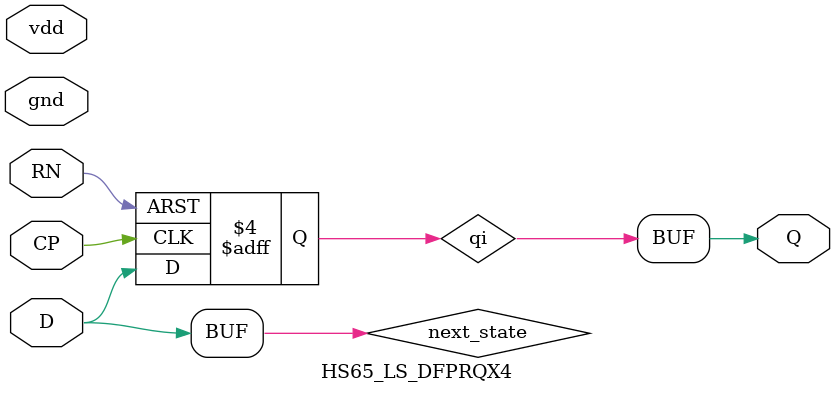
<source format=v>


// Verification Directory fv/INTER_2 

module add_unsigned_carry(A, B, CI, Z);
  input [7:0] A, B;
  input CI;
  output [8:0] Z;
  wire [7:0] A, B;
  wire CI;
  wire [8:0] Z;
  wire n_1, n_3;
  wire w, w0, w1, w2, w3, w4, w5, w6;
  wire w7, w8, w9, w10, w11, w12;
  nand g13 (Z[7], w6, w12);
  or g12 (w12, w11, n_3);
  and g11 (w11, w8, w10);
  nand g10 (w10, w9, A[7]);
  not g9 (w9, B[7]);
  nand g8 (w8, w7, B[7]);
  not g7 (w7, A[7]);
  nand g6 (w6, w3, w5, n_3);
  nand g5 (w5, w4, A[7]);
  not g4 (w4, B[7]);
  nand g3 (w3, w2, B[7]);
  not g2 (w2, A[7]);
  and g84 (Z[8], w0, w1);
  or g1 (w1, A[7], B[7]);
  or g0 (w0, w, n_3);
  and g (w, A[7], B[7]);
  wire w13, w14, w15, w16, w17, w18, w19, w20;
  wire w21, w22, w23, w24, w25, w26;
  nand g28 (Z[6], w20, w26);
  or g27 (w26, w25, n_1);
  and g26 (w25, w22, w24);
  nand g25 (w24, w23, B[6]);
  not g24 (w23, A[6]);
  nand g23 (w22, w21, A[6]);
  not g22 (w21, B[6]);
  nand g21 (w20, w17, w19, n_1);
  nand g20 (w19, w18, B[6]);
  not g19 (w18, A[6]);
  nand g18 (w17, w16, A[6]);
  not g17 (w16, B[6]);
  and g85 (n_3, w14, w15);
  or g16 (w15, B[6], A[6]);
  or g15 (w14, w13, n_1);
  and g14 (w13, B[6], A[6]);
  wire w27, w28, w29, w30;
  nand g33 (Z[5], w28, w30);
  nand g32 (w30, w29, B[5]);
  not g31 (w29, A[5]);
  nand g30 (w28, w27, A[5]);
  not g29 (w27, B[5]);
  and g86 (n_1, B[5], A[5]);
endmodule

module somador_n_np1_bit_width8(a, b, Cin, s);
  input [7:0] a, b;
  input Cin;
  output [8:0] s;
  wire [7:0] a, b;
  wire Cin;
  wire [8:0] s;
  wire UNCONNECTED, UNCONNECTED0, UNCONNECTED1, UNCONNECTED2,
       UNCONNECTED_HIER_Z, UNCONNECTED_HIER_Z0, UNCONNECTED_HIER_Z1,
       UNCONNECTED_HIER_Z2;
  wire UNCONNECTED_HIER_Z3, UNCONNECTED_HIER_Z4, UNCONNECTED_HIER_Z5,
       UNCONNECTED_HIER_Z6, UNCONNECTED_HIER_Z7, UNCONNECTED_HIER_Z8,
       UNCONNECTED_HIER_Z9, n_1;
  add_unsigned_carry addinc_add_41_28(.A ({a[7:5], UNCONNECTED_HIER_Z3,
       UNCONNECTED_HIER_Z2, UNCONNECTED_HIER_Z1, UNCONNECTED_HIER_Z0,
       UNCONNECTED_HIER_Z}), .B ({b[7:5], UNCONNECTED_HIER_Z8,
       UNCONNECTED_HIER_Z7, UNCONNECTED_HIER_Z6, UNCONNECTED_HIER_Z5,
       UNCONNECTED_HIER_Z4}), .CI (UNCONNECTED_HIER_Z9), .Z ({s[8:5],
       UNCONNECTED2, UNCONNECTED1, UNCONNECTED0, UNCONNECTED, n_1}));
endmodule

module add_signed_carry_732(A, B, CI, Z);
  input [11:0] A, B;
  input CI;
  output [11:0] Z;
  wire [11:0] A, B;
  wire CI;
  wire [11:0] Z;
  wire n_1, n_2, n_3, n_4, n_5, n_6, n_7, n_8;
  wire n_9, n_10, n_11, n_12, n_13, n_14, n_15, n_16;
  wire n_17, n_18, n_19, n_20, n_21, n_22, n_24, n_25;
  wire n_26, n_29, n_30, n_31, n_32, n_35, n_36, n_38;
  wire n_40, n_42;
  not g425 (Z[11], n_42);
  wire w31, w32, w33, w34, w35, w36, w37, w38;
  wire w39, w40, w41, w42, w43, w44;
  nand g48 (Z[10], w38, w44);
  or g47 (w44, w43, n_40);
  and g46 (w43, w40, w42);
  nand g45 (w42, w41, n_2);
  not g44 (w41, A[10]);
  nand g43 (w40, w39, A[10]);
  not g42 (w39, n_2);
  nand g41 (w38, w35, w37, n_40);
  nand g40 (w37, w36, n_2);
  not g39 (w36, A[10]);
  nand g38 (w35, w34, A[10]);
  not g37 (w34, n_2);
  and g426 (n_42, w32, w33);
  or g36 (w33, n_2, A[10]);
  or g35 (w32, w31, n_40);
  and g34 (w31, n_2, A[10]);
  wire w45, w46, w47, w48, w49, w50, w51, w52;
  wire w53, w54, w55, w56, w57, w58;
  nand g63 (Z[9], w52, w58);
  or g62 (w58, w57, n_38);
  and g61 (w57, w54, w56);
  nand g60 (w56, w55, n_2);
  not g59 (w55, A[9]);
  nand g58 (w54, w53, A[9]);
  not g57 (w53, n_2);
  nand g56 (w52, w49, w51, n_38);
  nand g55 (w51, w50, n_2);
  not g54 (w50, A[9]);
  nand g53 (w49, w48, A[9]);
  not g52 (w48, n_2);
  and g427 (n_40, w46, w47);
  or g51 (w47, n_2, A[9]);
  or g50 (w46, w45, n_38);
  and g49 (w45, n_2, A[9]);
  wire w59, w60, w61, w62, w63, w64, w65, w66;
  wire w67, w68, w69, w70, w71, w72;
  nand g78 (Z[8], w66, w72);
  or g77 (w72, w71, n_36);
  and g76 (w71, w68, w70);
  nand g75 (w70, w69, n_6);
  not g74 (w69, A[8]);
  nand g73 (w68, w67, A[8]);
  not g72 (w67, n_6);
  nand g71 (w66, w63, w65, n_36);
  nand g70 (w65, w64, n_6);
  not g69 (w64, A[8]);
  nand g68 (w63, w62, A[8]);
  not g67 (w62, n_6);
  and g428 (n_38, w60, w61);
  or g66 (w61, n_6, A[8]);
  or g65 (w60, w59, n_36);
  and g64 (w59, n_6, A[8]);
  wire w73, w74, w75, w76;
  nand g429 (Z[7], w74, w76);
  nand g82 (w76, w75, n_35);
  not g81 (w75, n_19);
  nand g80 (w74, w73, n_19);
  not g79 (w73, n_35);
  wire w77;
  or g430 (n_36, n_15, n_25, w77);
  and g83 (w77, n_30, n_16);
  wire w78;
  nand g431 (n_35, w78, n_12);
  or g87 (w78, n_32, n_13);
  wire w79, w80;
  nand g432 (Z[6], w79, w80);
  nand g89 (w80, n_32, n_18);
  or g88 (w79, n_32, n_18);
  wire w81, w82;
  nand g433 (Z[5], w81, w82);
  nand g91 (w82, n_31, n_20);
  or g90 (w81, n_31, n_20);
  nor g434 (n_32, n_30, n_21);
  wire w83;
  nor g435 (n_31, w83, n_10);
  and g92 (w83, n_29, n_14);
  and g437 (n_30, n_14, n_9, n_29);
  wire w84, w85, w86, w87, w88, w89, w90, w91;
  wire w92, w93, w94, w95, w96, w97;
  nand g107 (Z[3], w91, w97);
  or g106 (w97, w96, n_26);
  and g105 (w96, w93, w95);
  nand g104 (w95, w94, A[3]);
  not g103 (w94, n_1);
  nand g102 (w93, w92, n_1);
  not g101 (w92, A[3]);
  nand g100 (w91, w88, w90, n_26);
  nand g99 (w90, w89, A[3]);
  not g98 (w89, n_1);
  nand g97 (w88, w87, n_1);
  not g96 (w87, A[3]);
  and g439 (n_29, w85, w86);
  or g95 (w86, A[3], n_1);
  or g94 (w85, w84, n_26);
  and g93 (w84, A[3], n_1);
  wire w98, w99, w100, w101, w102, w103, w104, w105;
  wire w106, w107, w108, w109, w110, w111;
  nand g122 (Z[2], w105, w111);
  or g121 (w111, w110, n_22);
  and g120 (w110, w107, w109);
  nand g119 (w109, w108, n_7);
  not g118 (w108, n_5);
  nand g117 (w107, w106, n_5);
  not g116 (w106, n_7);
  nand g115 (w105, w102, w104, n_22);
  nand g114 (w104, w103, n_7);
  not g113 (w103, n_5);
  nand g112 (w102, w101, n_5);
  not g111 (w101, n_7);
  and g440 (n_26, w99, w100);
  or g110 (w100, n_7, n_5);
  or g109 (w99, w98, n_22);
  and g108 (w98, n_7, n_5);
  wire w112;
  nand g441 (n_25, w112, n_24);
  or g123 (w112, n_12, n_11);
  nand g442 (n_24, n_21, n_16);
  wire w113, w114, w115, w116;
  nand g128 (Z[1], w114, w116);
  nand g127 (w116, w115, n_4);
  not g126 (w115, n_3);
  nand g125 (w114, w113, n_3);
  not g124 (w113, n_4);
  and g443 (n_22, n_4, n_3);
  wire w117;
  or g444 (n_21, w117, n_8);
  and g129 (w117, n_10, n_9);
  wire w118;
  and g445 (n_20, w118, n_9);
  not g130 (w118, n_8);
  nor g446 (n_19, n_11, n_15);
  wire w119;
  and g447 (n_18, w119, n_12);
  not g131 (w119, n_13);
  wire w120;
  and g449 (n_17, w120, n_14);
  not g132 (w120, n_10);
  nor g450 (n_16, n_13, n_11);
  wire w121;
  and g451 (n_15, w121, A[7]);
  not g133 (w121, A[9]);
  nand g452 (n_14, n_7, A[6]);
  wire w122;
  and g453 (n_13, w122, A[8]);
  not g134 (w122, A[6]);
  wire w123;
  nand g454 (n_12, w123, A[6]);
  not g135 (w123, A[8]);
  wire w124;
  and g455 (n_11, w124, A[9]);
  not g136 (w124, A[7]);
  nor g456 (n_10, A[6], n_7);
  nand g457 (n_9, n_1, A[7]);
  nor g458 (n_8, A[7], n_1);
  not g459 (n_7, A[4]);
  not g460 (n_6, A[10]);
  not g461 (n_5, n_4);
  not g462 (n_4, A[2]);
  not g463 (n_3, A[3]);
  not g464 (n_2, A[11]);
  not g465 (n_1, A[5]);
  wire w125, w126, w127, w128;
  nand g2 (Z[4], w126, w128);
  nand g140 (w128, w127, n_29);
  not g139 (w127, n_17);
  nand g138 (w126, w125, n_17);
  not g137 (w125, n_29);
endmodule

module add_signed_carry_24_923(A, B, CI, Z);
  input [13:0] A, B;
  input CI;
  output [13:0] Z;
  wire [13:0] A, B;
  wire CI;
  wire [13:0] Z;
  wire n_0, n_1, n_3, n_5, n_7, n_9, n_11, n_13;
  wire n_15, n_17, n_19, n_21, n_23;
  wire w129, w130, w131, w132, w133, w134, w135, w136;
  wire w137, w138, w139;
  nand g244 (Z[13], w133, w139);
  or g151 (w139, w138, n_23);
  and g150 (w138, w135, w137);
  nand g149 (w137, w136, A[13]);
  not g148 (w136, B[11]);
  nand g147 (w135, w134, B[11]);
  not g146 (w134, A[13]);
  nand g145 (w133, w130, w132, n_23);
  nand g144 (w132, w131, A[13]);
  not g143 (w131, B[11]);
  nand g142 (w130, w129, B[11]);
  not g141 (w129, A[13]);
  wire w140, w141, w142, w143, w144, w145, w146, w147;
  wire w148, w149, w150, w151, w152, w153;
  nand g166 (Z[12], w147, w153);
  or g165 (w153, w152, n_21);
  and g164 (w152, w149, w151);
  nand g163 (w151, w150, A[12]);
  not g162 (w150, B[11]);
  nand g161 (w149, w148, B[11]);
  not g160 (w148, A[12]);
  nand g159 (w147, w144, w146, n_21);
  nand g158 (w146, w145, A[12]);
  not g157 (w145, B[11]);
  nand g156 (w144, w143, B[11]);
  not g155 (w143, A[12]);
  and g245 (n_23, w141, w142);
  or g154 (w142, A[12], B[11]);
  or g153 (w141, w140, n_21);
  and g152 (w140, A[12], B[11]);
  wire w154, w155, w156, w157, w158, w159, w160, w161;
  wire w162, w163, w164, w165, w166, w167;
  nand g181 (Z[11], w161, w167);
  or g180 (w167, w166, n_19);
  and g179 (w166, w163, w165);
  nand g178 (w165, w164, A[11]);
  not g177 (w164, B[11]);
  nand g176 (w163, w162, B[11]);
  not g175 (w162, A[11]);
  nand g174 (w161, w158, w160, n_19);
  nand g173 (w160, w159, A[11]);
  not g172 (w159, B[11]);
  nand g171 (w158, w157, B[11]);
  not g170 (w157, A[11]);
  and g246 (n_21, w155, w156);
  or g169 (w156, A[11], B[11]);
  or g168 (w155, w154, n_19);
  and g167 (w154, A[11], B[11]);
  wire w168, w169, w170, w171, w172, w173, w174, w175;
  wire w176, w177, w178, w179, w180, w181;
  nand g196 (Z[10], w175, w181);
  or g195 (w181, w180, n_17);
  and g194 (w180, w177, w179);
  nand g193 (w179, w178, B[10]);
  not g192 (w178, A[10]);
  nand g191 (w177, w176, A[10]);
  not g190 (w176, B[10]);
  nand g189 (w175, w172, w174, n_17);
  nand g188 (w174, w173, B[10]);
  not g187 (w173, A[10]);
  nand g186 (w172, w171, A[10]);
  not g185 (w171, B[10]);
  and g247 (n_19, w169, w170);
  or g184 (w170, B[10], A[10]);
  or g183 (w169, w168, n_17);
  and g182 (w168, B[10], A[10]);
  wire w182, w183, w184, w185, w186, w187, w188, w189;
  wire w190, w191, w192, w193, w194, w195;
  nand g211 (Z[9], w189, w195);
  or g210 (w195, w194, n_15);
  and g209 (w194, w191, w193);
  nand g208 (w193, w192, B[9]);
  not g207 (w192, A[9]);
  nand g206 (w191, w190, A[9]);
  not g205 (w190, B[9]);
  nand g204 (w189, w186, w188, n_15);
  nand g203 (w188, w187, B[9]);
  not g202 (w187, A[9]);
  nand g201 (w186, w185, A[9]);
  not g200 (w185, B[9]);
  and g248 (n_17, w183, w184);
  or g199 (w184, B[9], A[9]);
  or g198 (w183, w182, n_15);
  and g197 (w182, B[9], A[9]);
  wire w196, w197, w198, w199, w200, w201, w202, w203;
  wire w204, w205, w206, w207, w208, w209;
  nand g226 (Z[8], w203, w209);
  or g225 (w209, w208, n_13);
  and g224 (w208, w205, w207);
  nand g223 (w207, w206, B[8]);
  not g222 (w206, A[8]);
  nand g221 (w205, w204, A[8]);
  not g220 (w204, B[8]);
  nand g219 (w203, w200, w202, n_13);
  nand g218 (w202, w201, B[8]);
  not g217 (w201, A[8]);
  nand g216 (w200, w199, A[8]);
  not g215 (w199, B[8]);
  and g249 (n_15, w197, w198);
  or g214 (w198, B[8], A[8]);
  or g213 (w197, w196, n_13);
  and g212 (w196, B[8], A[8]);
  wire w210, w211, w212, w213, w214, w215, w216, w217;
  wire w218, w219, w220, w221, w222, w223;
  nand g241 (Z[7], w217, w223);
  or g240 (w223, w222, n_11);
  and g239 (w222, w219, w221);
  nand g238 (w221, w220, B[7]);
  not g237 (w220, A[7]);
  nand g236 (w219, w218, A[7]);
  not g235 (w218, B[7]);
  nand g234 (w217, w214, w216, n_11);
  nand g233 (w216, w215, B[7]);
  not g232 (w215, A[7]);
  nand g231 (w214, w213, A[7]);
  not g230 (w213, B[7]);
  and g250 (n_13, w211, w212);
  or g229 (w212, B[7], A[7]);
  or g228 (w211, w210, n_11);
  and g227 (w210, B[7], A[7]);
  wire w224, w225, w226, w227, w228, w229, w230, w231;
  wire w232, w233, w234, w235, w236, w237;
  nand g270 (Z[6], w231, w237);
  or g269 (w237, w236, n_9);
  and g268 (w236, w233, w235);
  nand g267 (w235, w234, B[6]);
  not g266 (w234, A[6]);
  nand g265 (w233, w232, A[6]);
  not g264 (w232, B[6]);
  nand g263 (w231, w228, w230, n_9);
  nand g262 (w230, w229, B[6]);
  not g261 (w229, A[6]);
  nand g260 (w228, w227, A[6]);
  not g259 (w227, B[6]);
  and g251 (n_11, w225, w226);
  or g258 (w226, B[6], A[6]);
  or g243 (w225, w224, n_9);
  and g242 (w224, B[6], A[6]);
  wire w238, w239, w240, w241, w242, w243, w244, w245;
  wire w246, w247, w248, w249, w250, w251;
  nand g285 (Z[5], w245, w251);
  or g284 (w251, w250, n_7);
  and g283 (w250, w247, w249);
  nand g282 (w249, w248, B[5]);
  not g281 (w248, A[5]);
  nand g280 (w247, w246, A[5]);
  not g279 (w246, B[5]);
  nand g278 (w245, w242, w244, n_7);
  nand g277 (w244, w243, B[5]);
  not g276 (w243, A[5]);
  nand g275 (w242, w241, A[5]);
  not g274 (w241, B[5]);
  and g252 (n_9, w239, w240);
  or g273 (w240, B[5], A[5]);
  or g272 (w239, w238, n_7);
  and g271 (w238, B[5], A[5]);
  wire w252, w253, w254, w255, w256, w257, w258, w259;
  wire w260, w261, w262, w263, w264, w265;
  nand g300 (Z[4], w259, w265);
  or g299 (w265, w264, n_5);
  and g298 (w264, w261, w263);
  nand g297 (w263, w262, B[4]);
  not g296 (w262, A[4]);
  nand g295 (w261, w260, A[4]);
  not g294 (w260, B[4]);
  nand g293 (w259, w256, w258, n_5);
  nand g292 (w258, w257, B[4]);
  not g291 (w257, A[4]);
  nand g290 (w256, w255, A[4]);
  not g289 (w255, B[4]);
  and g253 (n_7, w253, w254);
  or g288 (w254, B[4], A[4]);
  or g287 (w253, w252, n_5);
  and g286 (w252, B[4], A[4]);
  wire w266, w267, w268, w269;
  nand g305 (Z[3], w267, w269);
  nand g304 (w269, w268, n_3);
  not g303 (w268, B[3]);
  nand g302 (w267, w266, B[3]);
  not g301 (w266, n_3);
  and g254 (n_5, n_3, B[3]);
  wire w270, w271, w272, w273;
  nand g310 (Z[2], w271, w273);
  nand g309 (w273, w272, n_1);
  not g308 (w272, B[2]);
  nand g307 (w271, w270, B[2]);
  not g306 (w270, n_1);
  and g255 (n_3, n_1, B[2]);
  wire w274, w275, w276, w277;
  nand g315 (Z[1], w275, w277);
  nand g314 (w277, w276, n_0);
  not g313 (w276, B[1]);
  nand g312 (w275, w274, B[1]);
  not g311 (w274, n_0);
  and g256 (n_1, n_0, B[1]);
  not g257 (n_0, A[4]);
endmodule

module add_signed_carry(A, B, CI, Z);
  input [11:0] A, B;
  input CI;
  output [11:0] Z;
  wire [11:0] A, B;
  wire CI;
  wire [11:0] Z;
  wire n_1, n_2, n_3, n_4, n_5, n_6, n_7, n_8;
  wire n_9, n_10, n_11, n_12, n_13, n_14, n_15, n_16;
  wire n_17, n_18, n_19, n_20, n_21, n_22, n_24, n_25;
  wire n_26, n_29, n_30, n_31, n_32, n_35, n_36, n_38;
  wire n_40, n_42;
  not g425 (Z[11], n_42);
  wire w278, w279, w280, w281, w282, w283, w284, w285;
  wire w286, w287, w288, w289, w290, w291;
  nand g330 (Z[10], w285, w291);
  or g329 (w291, w290, n_40);
  and g328 (w290, w287, w289);
  nand g327 (w289, w288, n_2);
  not g326 (w288, A[10]);
  nand g325 (w287, w286, A[10]);
  not g324 (w286, n_2);
  nand g323 (w285, w282, w284, n_40);
  nand g322 (w284, w283, n_2);
  not g321 (w283, A[10]);
  nand g320 (w282, w281, A[10]);
  not g319 (w281, n_2);
  and g426 (n_42, w279, w280);
  or g318 (w280, n_2, A[10]);
  or g317 (w279, w278, n_40);
  and g316 (w278, n_2, A[10]);
  wire w292, w293, w294, w295, w296, w297, w298, w299;
  wire w300, w301, w302, w303, w304, w305;
  nand g345 (Z[9], w299, w305);
  or g344 (w305, w304, n_38);
  and g343 (w304, w301, w303);
  nand g342 (w303, w302, n_2);
  not g341 (w302, A[9]);
  nand g340 (w301, w300, A[9]);
  not g339 (w300, n_2);
  nand g338 (w299, w296, w298, n_38);
  nand g337 (w298, w297, n_2);
  not g336 (w297, A[9]);
  nand g335 (w296, w295, A[9]);
  not g334 (w295, n_2);
  and g427 (n_40, w293, w294);
  or g333 (w294, n_2, A[9]);
  or g332 (w293, w292, n_38);
  and g331 (w292, n_2, A[9]);
  wire w306, w307, w308, w309, w310, w311, w312, w313;
  wire w314, w315, w316, w317, w318, w319;
  nand g360 (Z[8], w313, w319);
  or g359 (w319, w318, n_36);
  and g358 (w318, w315, w317);
  nand g357 (w317, w316, n_6);
  not g356 (w316, A[8]);
  nand g355 (w315, w314, A[8]);
  not g354 (w314, n_6);
  nand g353 (w313, w310, w312, n_36);
  nand g352 (w312, w311, n_6);
  not g351 (w311, A[8]);
  nand g350 (w310, w309, A[8]);
  not g349 (w309, n_6);
  and g428 (n_38, w307, w308);
  or g348 (w308, n_6, A[8]);
  or g347 (w307, w306, n_36);
  and g346 (w306, n_6, A[8]);
  wire w320, w321, w322, w323;
  nand g429 (Z[7], w321, w323);
  nand g364 (w323, w322, n_35);
  not g363 (w322, n_19);
  nand g362 (w321, w320, n_19);
  not g361 (w320, n_35);
  wire w324;
  or g430 (n_36, n_15, n_25, w324);
  and g365 (w324, n_30, n_16);
  wire w325;
  nand g431 (n_35, w325, n_12);
  or g366 (w325, n_32, n_13);
  wire w326, w327;
  nand g432 (Z[6], w326, w327);
  nand g368 (w327, n_32, n_18);
  or g367 (w326, n_32, n_18);
  wire w328, w329;
  nand g433 (Z[5], w328, w329);
  nand g370 (w329, n_31, n_20);
  or g369 (w328, n_31, n_20);
  nor g434 (n_32, n_30, n_21);
  wire w330;
  nor g435 (n_31, w330, n_10);
  and g371 (w330, n_29, n_14);
  and g437 (n_30, n_14, n_9, n_29);
  wire w331, w332, w333, w334, w335, w336, w337, w338;
  wire w339, w340, w341, w342, w343, w344;
  nand g386 (Z[3], w338, w344);
  or g385 (w344, w343, n_26);
  and g384 (w343, w340, w342);
  nand g383 (w342, w341, A[3]);
  not g382 (w341, n_1);
  nand g381 (w340, w339, n_1);
  not g380 (w339, A[3]);
  nand g379 (w338, w335, w337, n_26);
  nand g378 (w337, w336, A[3]);
  not g377 (w336, n_1);
  nand g376 (w335, w334, n_1);
  not g375 (w334, A[3]);
  and g439 (n_29, w332, w333);
  or g374 (w333, A[3], n_1);
  or g373 (w332, w331, n_26);
  and g372 (w331, A[3], n_1);
  wire w345, w346, w347, w348, w349, w350, w351, w352;
  wire w353, w354, w355, w356, w357, w358;
  nand g401 (Z[2], w352, w358);
  or g400 (w358, w357, n_22);
  and g399 (w357, w354, w356);
  nand g398 (w356, w355, n_7);
  not g397 (w355, n_5);
  nand g396 (w354, w353, n_5);
  not g395 (w353, n_7);
  nand g394 (w352, w349, w351, n_22);
  nand g393 (w351, w350, n_7);
  not g392 (w350, n_5);
  nand g391 (w349, w348, n_5);
  not g390 (w348, n_7);
  and g440 (n_26, w346, w347);
  or g389 (w347, n_7, n_5);
  or g388 (w346, w345, n_22);
  and g387 (w345, n_7, n_5);
  wire w359;
  nand g441 (n_25, w359, n_24);
  or g402 (w359, n_12, n_11);
  nand g442 (n_24, n_21, n_16);
  wire w360, w361, w362, w363;
  nand g407 (Z[1], w361, w363);
  nand g406 (w363, w362, n_4);
  not g405 (w362, n_3);
  nand g404 (w361, w360, n_3);
  not g403 (w360, n_4);
  and g443 (n_22, n_4, n_3);
  wire w364;
  or g444 (n_21, w364, n_8);
  and g408 (w364, n_10, n_9);
  wire w365;
  and g445 (n_20, w365, n_9);
  not g409 (w365, n_8);
  nor g446 (n_19, n_11, n_15);
  wire w366;
  and g447 (n_18, w366, n_12);
  not g410 (w366, n_13);
  wire w367;
  and g449 (n_17, w367, n_14);
  not g411 (w367, n_10);
  nor g450 (n_16, n_13, n_11);
  wire w368;
  and g451 (n_15, w368, A[7]);
  not g412 (w368, A[9]);
  nand g452 (n_14, n_7, A[6]);
  wire w369;
  and g453 (n_13, w369, A[8]);
  not g413 (w369, A[6]);
  wire w370;
  nand g454 (n_12, w370, A[6]);
  not g414 (w370, A[8]);
  wire w371;
  and g455 (n_11, w371, A[9]);
  not g415 (w371, A[7]);
  nor g456 (n_10, A[6], n_7);
  nand g457 (n_9, n_1, A[7]);
  nor g458 (n_8, A[7], n_1);
  not g459 (n_7, A[4]);
  not g460 (n_6, A[10]);
  not g461 (n_5, n_4);
  not g462 (n_4, A[2]);
  not g463 (n_3, A[3]);
  not g464 (n_2, A[11]);
  not g465 (n_1, A[5]);
  wire w372, w373, w374, w375;
  nand g2 (Z[4], w373, w375);
  nand g419 (w375, w374, n_29);
  not g418 (w374, n_17);
  nand g417 (w373, w372, n_17);
  not g416 (w372, n_29);
endmodule

module add_signed_carry_24(A, B, CI, Z);
  input [13:0] A, B;
  input CI;
  output [13:0] Z;
  wire [13:0] A, B;
  wire CI;
  wire [13:0] Z;
  wire n_0, n_1, n_3, n_5, n_7, n_9, n_11, n_13;
  wire n_15, n_17, n_19, n_21, n_23;
  wire w376, w377, w378, w379, w380, w381, w382, w383;
  wire w384, w385, w386;
  nand g244 (Z[13], w380, w386);
  or g468 (w386, w385, n_23);
  and g467 (w385, w382, w384);
  nand g466 (w384, w383, A[13]);
  not g448 (w383, B[11]);
  nand g438 (w382, w381, B[11]);
  not g436 (w381, A[13]);
  nand g424 (w380, w377, w379, n_23);
  nand g423 (w379, w378, A[13]);
  not g422 (w378, B[11]);
  nand g421 (w377, w376, B[11]);
  not g420 (w376, A[13]);
  wire w387, w388, w389, w390, w391, w392, w393, w394;
  wire w395, w396, w397, w398, w399, w400;
  nand g483 (Z[12], w394, w400);
  or g482 (w400, w399, n_21);
  and g481 (w399, w396, w398);
  nand g480 (w398, w397, A[12]);
  not g479 (w397, B[11]);
  nand g478 (w396, w395, B[11]);
  not g477 (w395, A[12]);
  nand g476 (w394, w391, w393, n_21);
  nand g475 (w393, w392, A[12]);
  not g474 (w392, B[11]);
  nand g473 (w391, w390, B[11]);
  not g472 (w390, A[12]);
  and g245 (n_23, w388, w389);
  or g471 (w389, A[12], B[11]);
  or g470 (w388, w387, n_21);
  and g469 (w387, A[12], B[11]);
  wire w401, w402, w403, w404, w405, w406, w407, w408;
  wire w409, w410, w411, w412, w413, w414;
  nand g498 (Z[11], w408, w414);
  or g497 (w414, w413, n_19);
  and g496 (w413, w410, w412);
  nand g495 (w412, w411, A[11]);
  not g494 (w411, B[11]);
  nand g493 (w410, w409, B[11]);
  not g492 (w409, A[11]);
  nand g491 (w408, w405, w407, n_19);
  nand g490 (w407, w406, A[11]);
  not g489 (w406, B[11]);
  nand g488 (w405, w404, B[11]);
  not g487 (w404, A[11]);
  and g246 (n_21, w402, w403);
  or g486 (w403, A[11], B[11]);
  or g485 (w402, w401, n_19);
  and g484 (w401, A[11], B[11]);
  wire w415, w416, w417, w418, w419, w420, w421, w422;
  wire w423, w424, w425, w426, w427, w428;
  nand g513 (Z[10], w422, w428);
  or g512 (w428, w427, n_17);
  and g511 (w427, w424, w426);
  nand g510 (w426, w425, B[10]);
  not g509 (w425, A[10]);
  nand g508 (w424, w423, A[10]);
  not g507 (w423, B[10]);
  nand g506 (w422, w419, w421, n_17);
  nand g505 (w421, w420, B[10]);
  not g504 (w420, A[10]);
  nand g503 (w419, w418, A[10]);
  not g502 (w418, B[10]);
  and g247 (n_19, w416, w417);
  or g501 (w417, B[10], A[10]);
  or g500 (w416, w415, n_17);
  and g499 (w415, B[10], A[10]);
  wire w429, w430, w431, w432, w433, w434, w435, w436;
  wire w437, w438, w439, w440, w441, w442;
  nand g528 (Z[9], w436, w442);
  or g527 (w442, w441, n_15);
  and g526 (w441, w438, w440);
  nand g525 (w440, w439, B[9]);
  not g524 (w439, A[9]);
  nand g523 (w438, w437, A[9]);
  not g522 (w437, B[9]);
  nand g521 (w436, w433, w435, n_15);
  nand g520 (w435, w434, B[9]);
  not g519 (w434, A[9]);
  nand g518 (w433, w432, A[9]);
  not g517 (w432, B[9]);
  and g248 (n_17, w430, w431);
  or g516 (w431, B[9], A[9]);
  or g515 (w430, w429, n_15);
  and g514 (w429, B[9], A[9]);
  wire w443, w444, w445, w446, w447, w448, w449, w450;
  wire w451, w452, w453, w454, w455, w456;
  nand g543 (Z[8], w450, w456);
  or g542 (w456, w455, n_13);
  and g541 (w455, w452, w454);
  nand g540 (w454, w453, B[8]);
  not g539 (w453, A[8]);
  nand g538 (w452, w451, A[8]);
  not g537 (w451, B[8]);
  nand g536 (w450, w447, w449, n_13);
  nand g535 (w449, w448, B[8]);
  not g534 (w448, A[8]);
  nand g533 (w447, w446, A[8]);
  not g532 (w446, B[8]);
  and g249 (n_15, w444, w445);
  or g531 (w445, B[8], A[8]);
  or g530 (w444, w443, n_13);
  and g529 (w443, B[8], A[8]);
  wire w457, w458, w459, w460, w461, w462, w463, w464;
  wire w465, w466, w467, w468, w469, w470;
  nand g558 (Z[7], w464, w470);
  or g557 (w470, w469, n_11);
  and g556 (w469, w466, w468);
  nand g555 (w468, w467, B[7]);
  not g554 (w467, A[7]);
  nand g553 (w466, w465, A[7]);
  not g552 (w465, B[7]);
  nand g551 (w464, w461, w463, n_11);
  nand g550 (w463, w462, B[7]);
  not g549 (w462, A[7]);
  nand g548 (w461, w460, A[7]);
  not g547 (w460, B[7]);
  and g250 (n_13, w458, w459);
  or g546 (w459, B[7], A[7]);
  or g545 (w458, w457, n_11);
  and g544 (w457, B[7], A[7]);
  wire w471, w472, w473, w474, w475, w476, w477, w478;
  wire w479, w480, w481, w482, w483, w484;
  nand g573 (Z[6], w478, w484);
  or g572 (w484, w483, n_9);
  and g571 (w483, w480, w482);
  nand g570 (w482, w481, B[6]);
  not g569 (w481, A[6]);
  nand g568 (w480, w479, A[6]);
  not g567 (w479, B[6]);
  nand g566 (w478, w475, w477, n_9);
  nand g565 (w477, w476, B[6]);
  not g564 (w476, A[6]);
  nand g563 (w475, w474, A[6]);
  not g562 (w474, B[6]);
  and g251 (n_11, w472, w473);
  or g561 (w473, B[6], A[6]);
  or g560 (w472, w471, n_9);
  and g559 (w471, B[6], A[6]);
  wire w485, w486, w487, w488, w489, w490, w491, w492;
  wire w493, w494, w495, w496, w497, w498;
  nand g588 (Z[5], w492, w498);
  or g587 (w498, w497, n_7);
  and g586 (w497, w494, w496);
  nand g585 (w496, w495, B[5]);
  not g584 (w495, A[5]);
  nand g583 (w494, w493, A[5]);
  not g582 (w493, B[5]);
  nand g581 (w492, w489, w491, n_7);
  nand g580 (w491, w490, B[5]);
  not g579 (w490, A[5]);
  nand g578 (w489, w488, A[5]);
  not g577 (w488, B[5]);
  and g252 (n_9, w486, w487);
  or g576 (w487, B[5], A[5]);
  or g575 (w486, w485, n_7);
  and g574 (w485, B[5], A[5]);
  wire w499, w500, w501, w502, w503, w504, w505, w506;
  wire w507, w508, w509, w510, w511, w512;
  nand g603 (Z[4], w506, w512);
  or g602 (w512, w511, n_5);
  and g601 (w511, w508, w510);
  nand g600 (w510, w509, B[4]);
  not g599 (w509, A[4]);
  nand g598 (w508, w507, A[4]);
  not g597 (w507, B[4]);
  nand g596 (w506, w503, w505, n_5);
  nand g595 (w505, w504, B[4]);
  not g594 (w504, A[4]);
  nand g593 (w503, w502, A[4]);
  not g592 (w502, B[4]);
  and g253 (n_7, w500, w501);
  or g591 (w501, B[4], A[4]);
  or g590 (w500, w499, n_5);
  and g589 (w499, B[4], A[4]);
  wire w513, w514, w515, w516;
  nand g608 (Z[3], w514, w516);
  nand g607 (w516, w515, n_3);
  not g606 (w515, B[3]);
  nand g605 (w514, w513, B[3]);
  not g604 (w513, n_3);
  and g254 (n_5, n_3, B[3]);
  wire w517, w518, w519, w520;
  nand g613 (Z[2], w518, w520);
  nand g612 (w520, w519, n_1);
  not g611 (w519, B[2]);
  nand g610 (w518, w517, B[2]);
  not g609 (w517, n_1);
  and g255 (n_3, n_1, B[2]);
  wire w521, w522, w523, w524;
  nand g618 (Z[1], w522, w524);
  nand g617 (w524, w523, n_0);
  not g616 (w523, B[1]);
  nand g615 (w522, w521, B[1]);
  not g614 (w521, n_0);
  and g256 (n_1, n_0, B[1]);
  not g257 (n_0, A[4]);
endmodule

module csa_tree_U_S1_add_18_10_group_14(in_0, in_1, in_2, out_0);
  input [13:0] in_0;
  input [11:0] in_1;
  input [15:0] in_2;
  output [15:0] out_0;
  wire [13:0] in_0;
  wire [11:0] in_1;
  wire [15:0] in_2;
  wire [15:0] out_0;
  wire n_0, n_2, n_3, n_4, n_5, n_6, n_7, n_8;
  wire n_9, n_10, n_11, n_12, n_13, n_14, n_15, n_16;
  wire n_17, n_18, n_19, n_20, n_21, n_64, n_65, n_66;
  wire n_67, n_68, n_69, n_70, n_71, n_72, n_73, n_74;
  wire n_75, n_76, n_77, n_78, n_79, n_80, n_81, n_82;
  wire n_83, n_84, n_85, n_86, n_87, n_88, n_89, n_90;
  wire n_91, n_92, n_93, n_94, n_95;
  not g4 (n_0, in_2[15]);
  wire w525, w526, w527, w528, w529, w530, w531, w532;
  wire w533, w534, w535, w536, w537, w538;
  nand g633 (n_7, w532, w538);
  or g632 (w538, w537, n_76);
  and g631 (w537, w534, w536);
  nand g630 (w536, w535, n_73);
  not g629 (w535, in_2[9]);
  nand g628 (w534, w533, in_2[9]);
  not g627 (w533, n_73);
  nand g626 (w532, w529, w531, n_76);
  nand g625 (w531, w530, n_73);
  not g624 (w530, in_2[9]);
  nand g623 (w529, w528, in_2[9]);
  not g622 (w528, n_73);
  and g502 (n_18, w526, w527);
  or g621 (w527, n_73, in_2[9]);
  or g620 (w526, w525, n_76);
  and g619 (w525, n_73, in_2[9]);
  wire w539, w540, w541, w542, w543, w544, w545, w546;
  wire w547, w548, w549, w550, w551, w552;
  nand g648 (n_9, w546, w552);
  or g647 (w552, w551, n_69);
  and g646 (w551, w548, w550);
  nand g645 (w550, w549, in_2[11]);
  not g644 (w549, n_78);
  nand g643 (w548, w547, n_78);
  not g642 (w547, in_2[11]);
  nand g641 (w546, w543, w545, n_69);
  nand g640 (w545, w544, in_2[11]);
  not g639 (w544, n_78);
  nand g638 (w543, w542, n_78);
  not g637 (w542, in_2[11]);
  and g503 (n_10, w540, w541);
  or g636 (w541, in_2[11], n_78);
  or g635 (w540, w539, n_69);
  and g634 (w539, in_2[11], n_78);
  wire w553, w554, w555, w556, w557, w558, w559, w560;
  wire w561, w562, w563, w564, w565, w566;
  nand g663 (n_8, w560, w566);
  or g662 (w566, w565, n_79);
  and g661 (w565, w562, w564);
  nand g660 (w564, w563, in_2[10]);
  not g659 (w563, n_72);
  nand g658 (w562, w561, n_72);
  not g657 (w561, in_2[10]);
  nand g656 (w560, w557, w559, n_79);
  nand g655 (w559, w558, in_2[10]);
  not g654 (w558, n_72);
  nand g653 (w557, w556, n_72);
  not g652 (w556, in_2[10]);
  and g504 (n_19, w554, w555);
  or g651 (w555, in_2[10], n_72);
  or g650 (w554, w553, n_79);
  and g649 (w553, in_2[10], n_72);
  wire w567, w568, w569, w570, w571, w572, w573, w574;
  wire w575, w576, w577, w578, w579, w580;
  nand g678 (n_5, w574, w580);
  or g677 (w580, w579, n_71);
  and g676 (w579, w576, w578);
  nand g675 (w578, w577, in_2[7]);
  not g674 (w577, n_74);
  nand g673 (w576, w575, n_74);
  not g672 (w575, in_2[7]);
  nand g671 (w574, w571, w573, n_71);
  nand g670 (w573, w572, in_2[7]);
  not g669 (w572, n_74);
  nand g668 (w571, w570, n_74);
  not g667 (w570, in_2[7]);
  and g505 (n_16, w568, w569);
  or g666 (w569, in_2[7], n_74);
  or g665 (w568, w567, n_71);
  and g664 (w567, in_2[7], n_74);
  wire w581, w582, w583, w584, w585, w586, w587, w588;
  wire w589, w590, w591, w592, w593, w594;
  nand g693 (n_4, w588, w594);
  or g692 (w594, w593, n_75);
  and g691 (w593, w590, w592);
  nand g690 (w592, w591, in_0[5]);
  not g689 (w591, in_2[6]);
  nand g688 (w590, w589, in_2[6]);
  not g687 (w589, in_0[5]);
  nand g686 (w588, w585, w587, n_75);
  nand g685 (w587, w586, in_0[5]);
  not g684 (w586, in_2[6]);
  nand g683 (w585, w584, in_2[6]);
  not g682 (w584, in_0[5]);
  and g506 (n_15, w582, w583);
  or g681 (w583, in_0[5], in_2[6]);
  or g680 (w582, w581, n_75);
  and g679 (w581, in_0[5], in_2[6]);
  wire w595, w596, w597, w598, w599, w600, w601, w602;
  wire w603, w604, w605, w606, w607, w608;
  nand g708 (n_6, w602, w608);
  or g707 (w608, w607, n_77);
  and g706 (w607, w604, w606);
  nand g705 (w606, w605, in_2[8]);
  not g704 (w605, n_70);
  nand g703 (w604, w603, n_70);
  not g702 (w603, in_2[8]);
  nand g701 (w602, w599, w601, n_77);
  nand g700 (w601, w600, in_2[8]);
  not g699 (w600, n_70);
  nand g698 (w599, w598, n_70);
  not g697 (w598, in_2[8]);
  and g507 (n_17, w596, w597);
  or g696 (w597, in_2[8], n_70);
  or g695 (w596, w595, n_77);
  and g694 (w595, in_2[8], n_70);
  wire w609, w610, w611, w612, w613, w614, w615, w616;
  wire w617, w618, w619, w620, w621, w622;
  nand g723 (n_20, w616, w622);
  or g722 (w622, w621, n_68);
  and g721 (w621, w618, w620);
  nand g720 (w620, w619, n_66);
  not g719 (w619, in_2[12]);
  nand g718 (w618, w617, in_2[12]);
  not g717 (w617, n_66);
  nand g716 (w616, w613, w615, n_68);
  nand g715 (w615, w614, n_66);
  not g714 (w614, in_2[12]);
  nand g713 (w613, w612, in_2[12]);
  not g712 (w612, n_66);
  and g508 (n_11, w610, w611);
  or g711 (w611, n_66, in_2[12]);
  or g710 (w610, w609, n_68);
  and g709 (w609, n_66, in_2[12]);
  wire w623, w624, w625, w626, w627, w628, w629, w630;
  wire w631, w632, w633, w634, w635, w636;
  nand g738 (n_3, w630, w636);
  or g737 (w636, w635, n_64);
  and g736 (w635, w632, w634);
  nand g735 (w634, w633, in_2[9]);
  not g734 (w633, in_2[5]);
  nand g733 (w632, w631, in_2[5]);
  not g732 (w631, in_2[9]);
  nand g731 (w630, w627, w629, n_64);
  nand g730 (w629, w628, in_2[9]);
  not g729 (w628, in_2[5]);
  nand g728 (w627, w626, in_2[5]);
  not g727 (w626, in_2[9]);
  and g509 (n_14, w624, w625);
  or g726 (w625, in_2[9], in_2[5]);
  or g725 (w624, w623, n_64);
  and g724 (w623, in_2[9], in_2[5]);
  wire w637, w638, w639, w640, w641, w642, w643, w644;
  wire w645, w646, w647, w648, w649, w650;
  nand g753 (n_21, w644, w650);
  or g752 (w650, w649, in_2[13]);
  and g751 (w649, w646, w648);
  nand g750 (w648, w647, n_67);
  not g749 (w647, in_0[12]);
  nand g748 (w646, w645, in_0[12]);
  not g747 (w645, n_67);
  nand g746 (w644, w641, w643, in_2[13]);
  nand g745 (w643, w642, n_67);
  not g744 (w642, in_0[12]);
  nand g743 (w641, w640, in_0[12]);
  not g742 (w640, n_67);
  and g510 (n_12, w638, w639);
  or g741 (w639, n_67, in_0[12]);
  or g740 (w638, w637, in_2[13]);
  and g739 (w637, n_67, in_0[12]);
  wire w651, w652, w653, w654;
  nand g758 (n_79, w652, w654);
  nand g757 (w654, w653, in_2[14]);
  not g756 (w653, in_0[10]);
  nand g755 (w652, w651, in_0[10]);
  not g754 (w651, in_2[14]);
  and g511 (n_78, in_2[14], in_0[10]);
  wire w655, w656, w657, w658;
  nand g763 (n_77, w656, w658);
  nand g762 (w658, w657, in_2[12]);
  not g761 (w657, in_0[8]);
  nand g760 (w656, w655, in_0[8]);
  not g759 (w655, in_2[12]);
  and g512 (n_76, in_2[12], in_0[8]);
  wire w659, w660, w661, w662;
  nand g768 (n_75, w660, w662);
  nand g767 (w662, w661, in_2[10]);
  not g766 (w661, in_0[6]);
  nand g765 (w660, w659, in_0[6]);
  not g764 (w659, in_2[10]);
  and g513 (n_74, in_2[10], in_0[6]);
  wire w663, w664, w665, w666;
  nand g773 (n_2, w664, w666);
  nand g772 (w666, w665, in_2[8]);
  not g771 (w665, in_0[4]);
  nand g770 (w664, w663, in_0[4]);
  not g769 (w663, in_2[8]);
  and g514 (n_13, in_2[8], in_0[4]);
  wire w667, w668, w669, w670;
  nand g778 (n_73, w668, w670);
  nand g777 (w670, w669, in_2[13]);
  not g776 (w669, in_0[9]);
  nand g775 (w668, w667, in_0[9]);
  not g774 (w667, in_2[13]);
  and g515 (n_72, in_2[13], in_0[9]);
  wire w671, w672, w673, w674;
  nand g783 (n_71, w672, w674);
  nand g782 (w674, w673, in_2[11]);
  not g781 (w673, in_0[7]);
  nand g780 (w672, w671, in_0[7]);
  not g779 (w671, in_2[11]);
  and g516 (n_70, in_2[11], in_0[7]);
  wire w675;
  nand g517 (n_69, w675, n_68);
  or g784 (w675, in_2[15], n_65);
  nand g518 (n_68, n_65, in_2[15]);
  not g519 (n_67, in_0[13]);
  not g520 (n_66, in_0[12]);
  not g521 (n_65, in_0[11]);
  not g522 (n_64, in_0[5]);
  wire w676, w677, w678, w679, w680, w681, w682, w683;
  wire w684, w685, w686;
  nand g280 (out_0[15], w680, w686);
  or g795 (w686, w685, n_95);
  and g794 (w685, w682, w684);
  nand g793 (w684, w683, in_2[14]);
  not g792 (w683, n_0);
  nand g791 (w682, w681, n_0);
  not g790 (w681, in_2[14]);
  nand g789 (w680, w677, w679, n_95);
  nand g788 (w679, w678, in_2[14]);
  not g787 (w678, n_0);
  nand g786 (w677, w676, n_0);
  not g785 (w676, in_2[14]);
  wire w687, w688, w689, w690, w691, w692, w693, w694;
  wire w695, w696, w697, w698, w699, w700;
  nand g810 (out_0[14], w694, w700);
  or g809 (w700, w699, n_94);
  and g808 (w699, w696, w698);
  nand g807 (w698, w697, n_80);
  not g806 (w697, n_12);
  nand g805 (w696, w695, n_12);
  not g804 (w695, n_80);
  nand g803 (w694, w691, w693, n_94);
  nand g802 (w693, w692, n_80);
  not g801 (w692, n_12);
  nand g800 (w691, w690, n_12);
  not g799 (w690, n_80);
  and g281 (n_95, w688, w689);
  or g798 (w689, n_80, n_12);
  or g797 (w688, w687, n_94);
  and g796 (w687, n_80, n_12);
  wire w701, w702, w703, w704, w705, w706, w707, w708;
  wire w709, w710, w711, w712, w713, w714;
  nand g825 (out_0[13], w708, w714);
  or g824 (w714, w713, n_93);
  and g823 (w713, w710, w712);
  nand g822 (w712, w711, n_21);
  not g821 (w711, n_11);
  nand g820 (w710, w709, n_11);
  not g819 (w709, n_21);
  nand g818 (w708, w705, w707, n_93);
  nand g817 (w707, w706, n_21);
  not g816 (w706, n_11);
  nand g815 (w705, w704, n_11);
  not g814 (w704, n_21);
  and g282 (n_94, w702, w703);
  or g813 (w703, n_21, n_11);
  or g812 (w702, w701, n_93);
  and g811 (w701, n_21, n_11);
  wire w715, w716, w717, w718, w719, w720, w721, w722;
  wire w723, w724, w725, w726, w727, w728;
  nand g840 (out_0[12], w722, w728);
  or g839 (w728, w727, n_92);
  and g838 (w727, w724, w726);
  nand g837 (w726, w725, n_20);
  not g836 (w725, n_10);
  nand g835 (w724, w723, n_10);
  not g834 (w723, n_20);
  nand g833 (w722, w719, w721, n_92);
  nand g832 (w721, w720, n_20);
  not g831 (w720, n_10);
  nand g830 (w719, w718, n_10);
  not g829 (w718, n_20);
  and g283 (n_93, w716, w717);
  or g828 (w717, n_20, n_10);
  or g827 (w716, w715, n_92);
  and g826 (w715, n_20, n_10);
  wire w729, w730, w731, w732, w733, w734, w735, w736;
  wire w737, w738, w739, w740, w741, w742;
  nand g855 (out_0[11], w736, w742);
  or g854 (w742, w741, n_91);
  and g853 (w741, w738, w740);
  nand g852 (w740, w739, n_19);
  not g851 (w739, n_9);
  nand g850 (w738, w737, n_9);
  not g849 (w737, n_19);
  nand g848 (w736, w733, w735, n_91);
  nand g847 (w735, w734, n_19);
  not g846 (w734, n_9);
  nand g845 (w733, w732, n_9);
  not g844 (w732, n_19);
  and g284 (n_92, w730, w731);
  or g843 (w731, n_19, n_9);
  or g842 (w730, w729, n_91);
  and g841 (w729, n_19, n_9);
  wire w743, w744, w745, w746, w747, w748, w749, w750;
  wire w751, w752, w753, w754, w755, w756;
  nand g870 (out_0[10], w750, w756);
  or g869 (w756, w755, n_90);
  and g868 (w755, w752, w754);
  nand g867 (w754, w753, n_18);
  not g866 (w753, n_8);
  nand g865 (w752, w751, n_8);
  not g864 (w751, n_18);
  nand g863 (w750, w747, w749, n_90);
  nand g862 (w749, w748, n_18);
  not g861 (w748, n_8);
  nand g860 (w747, w746, n_8);
  not g859 (w746, n_18);
  and g285 (n_91, w744, w745);
  or g858 (w745, n_18, n_8);
  or g857 (w744, w743, n_90);
  and g856 (w743, n_18, n_8);
  wire w757, w758, w759, w760, w761, w762, w763, w764;
  wire w765, w766, w767, w768, w769, w770;
  nand g885 (out_0[9], w764, w770);
  or g884 (w770, w769, n_89);
  and g883 (w769, w766, w768);
  nand g882 (w768, w767, n_17);
  not g881 (w767, n_7);
  nand g880 (w766, w765, n_7);
  not g879 (w765, n_17);
  nand g878 (w764, w761, w763, n_89);
  nand g877 (w763, w762, n_17);
  not g876 (w762, n_7);
  nand g875 (w761, w760, n_7);
  not g874 (w760, n_17);
  and g286 (n_90, w758, w759);
  or g873 (w759, n_17, n_7);
  or g872 (w758, w757, n_89);
  and g871 (w757, n_17, n_7);
  wire w771, w772, w773, w774, w775, w776, w777, w778;
  wire w779, w780, w781, w782, w783, w784;
  nand g900 (out_0[8], w778, w784);
  or g899 (w784, w783, n_88);
  and g898 (w783, w780, w782);
  nand g897 (w782, w781, n_16);
  not g896 (w781, n_6);
  nand g895 (w780, w779, n_6);
  not g894 (w779, n_16);
  nand g893 (w778, w775, w777, n_88);
  nand g892 (w777, w776, n_16);
  not g891 (w776, n_6);
  nand g890 (w775, w774, n_6);
  not g889 (w774, n_16);
  and g287 (n_89, w772, w773);
  or g888 (w773, n_16, n_6);
  or g887 (w772, w771, n_88);
  and g886 (w771, n_16, n_6);
  wire w785, w786, w787, w788, w789, w790, w791, w792;
  wire w793, w794, w795, w796, w797, w798;
  nand g915 (out_0[7], w792, w798);
  or g914 (w798, w797, n_87);
  and g913 (w797, w794, w796);
  nand g912 (w796, w795, n_15);
  not g911 (w795, n_5);
  nand g910 (w794, w793, n_5);
  not g909 (w793, n_15);
  nand g908 (w792, w789, w791, n_87);
  nand g907 (w791, w790, n_15);
  not g906 (w790, n_5);
  nand g905 (w789, w788, n_5);
  not g904 (w788, n_15);
  and g288 (n_88, w786, w787);
  or g903 (w787, n_15, n_5);
  or g902 (w786, w785, n_87);
  and g901 (w785, n_15, n_5);
  wire w799, w800, w801, w802, w803, w804, w805, w806;
  wire w807, w808, w809, w810, w811, w812;
  nand g930 (out_0[6], w806, w812);
  or g929 (w812, w811, n_86);
  and g928 (w811, w808, w810);
  nand g927 (w810, w809, n_4);
  not g926 (w809, n_14);
  nand g925 (w808, w807, n_14);
  not g924 (w807, n_4);
  nand g923 (w806, w803, w805, n_86);
  nand g922 (w805, w804, n_4);
  not g921 (w804, n_14);
  nand g920 (w803, w802, n_14);
  not g919 (w802, n_4);
  and g289 (n_87, w800, w801);
  or g918 (w801, n_4, n_14);
  or g917 (w800, w799, n_86);
  and g916 (w799, n_4, n_14);
  wire w813, w814, w815;
  and g290 (n_86, w814, w815);
  or g933 (w815, n_3, n_13);
  or g932 (w814, w813, n_85);
  and g931 (w813, n_3, n_13);
  wire w816, w817, w818;
  and g291 (n_85, w817, w818);
  or g936 (w818, n_2, in_2[4]);
  or g935 (w817, w816, n_84);
  and g934 (w816, n_2, in_2[4]);
  wire w819, w820, w821;
  and g292 (n_84, w820, w821);
  or g939 (w821, in_2[7], in_0[3]);
  or g938 (w820, w819, n_83);
  and g937 (w819, in_2[7], in_0[3]);
  wire w822, w823, w824;
  and g293 (n_83, w823, w824);
  or g942 (w824, in_0[2], in_2[6]);
  or g941 (w823, w822, n_82);
  and g940 (w822, in_0[2], in_2[6]);
  wire w825, w826;
  nand g294 (n_82, w825, w826);
  nand g944 (w826, in_2[5], in_0[1]);
  nand g943 (w825, n_81, in_2[4], in_0[0]);
  or g295 (n_81, in_2[5], in_0[1]);
  not g296 (n_80, in_2[14]);
endmodule

module csa_tree_U_S21_add_18_10_group_12(in_0, in_1, in_2, out_0);
  input [13:0] in_0;
  input [11:0] in_1;
  input [15:0] in_2;
  output [15:0] out_0;
  wire [13:0] in_0;
  wire [11:0] in_1;
  wire [15:0] in_2;
  wire [15:0] out_0;
  wire n_0, n_2, n_3, n_4, n_5, n_6, n_7, n_8;
  wire n_9, n_10, n_11, n_12, n_13, n_14, n_15, n_16;
  wire n_17, n_18, n_19, n_20, n_21, n_64, n_65, n_66;
  wire n_67, n_68, n_69, n_70, n_71, n_72, n_73, n_74;
  wire n_75, n_76, n_77, n_78, n_79, n_80, n_81, n_82;
  wire n_83, n_84, n_85, n_86, n_87, n_88, n_89, n_90;
  wire n_91, n_92, n_93, n_94, n_95;
  not g4 (n_0, in_2[15]);
  wire w827, w828, w829, w830, w831, w832, w833, w834;
  wire w835, w836, w837, w838, w839, w840;
  nand g959 (n_7, w834, w840);
  or g958 (w840, w839, n_76);
  and g957 (w839, w836, w838);
  nand g956 (w838, w837, n_73);
  not g955 (w837, in_2[9]);
  nand g954 (w836, w835, in_2[9]);
  not g953 (w835, n_73);
  nand g952 (w834, w831, w833, n_76);
  nand g951 (w833, w832, n_73);
  not g950 (w832, in_2[9]);
  nand g949 (w831, w830, in_2[9]);
  not g948 (w830, n_73);
  and g502 (n_18, w828, w829);
  or g947 (w829, n_73, in_2[9]);
  or g946 (w828, w827, n_76);
  and g945 (w827, n_73, in_2[9]);
  wire w841, w842, w843, w844, w845, w846, w847, w848;
  wire w849, w850, w851, w852, w853, w854;
  nand g974 (n_9, w848, w854);
  or g973 (w854, w853, n_69);
  and g972 (w853, w850, w852);
  nand g971 (w852, w851, in_2[11]);
  not g970 (w851, n_78);
  nand g969 (w850, w849, n_78);
  not g968 (w849, in_2[11]);
  nand g967 (w848, w845, w847, n_69);
  nand g966 (w847, w846, in_2[11]);
  not g965 (w846, n_78);
  nand g964 (w845, w844, n_78);
  not g963 (w844, in_2[11]);
  and g503 (n_10, w842, w843);
  or g962 (w843, in_2[11], n_78);
  or g961 (w842, w841, n_69);
  and g960 (w841, in_2[11], n_78);
  wire w855, w856, w857, w858, w859, w860, w861, w862;
  wire w863, w864, w865, w866, w867, w868;
  nand g989 (n_8, w862, w868);
  or g988 (w868, w867, n_79);
  and g987 (w867, w864, w866);
  nand g986 (w866, w865, in_2[10]);
  not g985 (w865, n_72);
  nand g984 (w864, w863, n_72);
  not g983 (w863, in_2[10]);
  nand g982 (w862, w859, w861, n_79);
  nand g981 (w861, w860, in_2[10]);
  not g980 (w860, n_72);
  nand g979 (w859, w858, n_72);
  not g978 (w858, in_2[10]);
  and g504 (n_19, w856, w857);
  or g977 (w857, in_2[10], n_72);
  or g976 (w856, w855, n_79);
  and g975 (w855, in_2[10], n_72);
  wire w869, w870, w871, w872, w873, w874, w875, w876;
  wire w877, w878, w879, w880, w881, w882;
  nand g1004 (n_5, w876, w882);
  or g1003 (w882, w881, n_71);
  and g1002 (w881, w878, w880);
  nand g1001 (w880, w879, in_2[7]);
  not g1000 (w879, n_74);
  nand g999 (w878, w877, n_74);
  not g998 (w877, in_2[7]);
  nand g997 (w876, w873, w875, n_71);
  nand g996 (w875, w874, in_2[7]);
  not g995 (w874, n_74);
  nand g994 (w873, w872, n_74);
  not g993 (w872, in_2[7]);
  and g505 (n_16, w870, w871);
  or g992 (w871, in_2[7], n_74);
  or g991 (w870, w869, n_71);
  and g990 (w869, in_2[7], n_74);
  wire w883, w884, w885, w886, w887, w888, w889, w890;
  wire w891, w892, w893, w894, w895, w896;
  nand g1019 (n_4, w890, w896);
  or g1018 (w896, w895, n_75);
  and g1017 (w895, w892, w894);
  nand g1016 (w894, w893, in_0[5]);
  not g1015 (w893, in_2[6]);
  nand g1014 (w892, w891, in_2[6]);
  not g1013 (w891, in_0[5]);
  nand g1012 (w890, w887, w889, n_75);
  nand g1011 (w889, w888, in_0[5]);
  not g1010 (w888, in_2[6]);
  nand g1009 (w887, w886, in_2[6]);
  not g1008 (w886, in_0[5]);
  and g506 (n_15, w884, w885);
  or g1007 (w885, in_0[5], in_2[6]);
  or g1006 (w884, w883, n_75);
  and g1005 (w883, in_0[5], in_2[6]);
  wire w897, w898, w899, w900, w901, w902, w903, w904;
  wire w905, w906, w907, w908, w909, w910;
  nand g1034 (n_6, w904, w910);
  or g1033 (w910, w909, n_77);
  and g1032 (w909, w906, w908);
  nand g1031 (w908, w907, in_2[8]);
  not g1030 (w907, n_70);
  nand g1029 (w906, w905, n_70);
  not g1028 (w905, in_2[8]);
  nand g1027 (w904, w901, w903, n_77);
  nand g1026 (w903, w902, in_2[8]);
  not g1025 (w902, n_70);
  nand g1024 (w901, w900, n_70);
  not g1023 (w900, in_2[8]);
  and g507 (n_17, w898, w899);
  or g1022 (w899, in_2[8], n_70);
  or g1021 (w898, w897, n_77);
  and g1020 (w897, in_2[8], n_70);
  wire w911, w912, w913, w914, w915, w916, w917, w918;
  wire w919, w920, w921, w922, w923, w924;
  nand g1049 (n_20, w918, w924);
  or g1048 (w924, w923, n_68);
  and g1047 (w923, w920, w922);
  nand g1046 (w922, w921, n_66);
  not g1045 (w921, in_2[12]);
  nand g1044 (w920, w919, in_2[12]);
  not g1043 (w919, n_66);
  nand g1042 (w918, w915, w917, n_68);
  nand g1041 (w917, w916, n_66);
  not g1040 (w916, in_2[12]);
  nand g1039 (w915, w914, in_2[12]);
  not g1038 (w914, n_66);
  and g508 (n_11, w912, w913);
  or g1037 (w913, n_66, in_2[12]);
  or g1036 (w912, w911, n_68);
  and g1035 (w911, n_66, in_2[12]);
  wire w925, w926, w927, w928, w929, w930, w931, w932;
  wire w933, w934, w935, w936, w937, w938;
  nand g1064 (n_3, w932, w938);
  or g1063 (w938, w937, n_64);
  and g1062 (w937, w934, w936);
  nand g1061 (w936, w935, in_2[9]);
  not g1060 (w935, in_2[5]);
  nand g1059 (w934, w933, in_2[5]);
  not g1058 (w933, in_2[9]);
  nand g1057 (w932, w929, w931, n_64);
  nand g1056 (w931, w930, in_2[9]);
  not g1055 (w930, in_2[5]);
  nand g1054 (w929, w928, in_2[5]);
  not g1053 (w928, in_2[9]);
  and g509 (n_14, w926, w927);
  or g1052 (w927, in_2[9], in_2[5]);
  or g1051 (w926, w925, n_64);
  and g1050 (w925, in_2[9], in_2[5]);
  wire w939, w940, w941, w942, w943, w944, w945, w946;
  wire w947, w948, w949, w950, w951, w952;
  nand g1079 (n_21, w946, w952);
  or g1078 (w952, w951, in_2[13]);
  and g1077 (w951, w948, w950);
  nand g1076 (w950, w949, n_67);
  not g1075 (w949, in_0[12]);
  nand g1074 (w948, w947, in_0[12]);
  not g1073 (w947, n_67);
  nand g1072 (w946, w943, w945, in_2[13]);
  nand g1071 (w945, w944, n_67);
  not g1070 (w944, in_0[12]);
  nand g1069 (w943, w942, in_0[12]);
  not g1068 (w942, n_67);
  and g510 (n_12, w940, w941);
  or g1067 (w941, n_67, in_0[12]);
  or g1066 (w940, w939, in_2[13]);
  and g1065 (w939, n_67, in_0[12]);
  wire w953, w954, w955, w956;
  nand g1084 (n_79, w954, w956);
  nand g1083 (w956, w955, in_2[14]);
  not g1082 (w955, in_0[10]);
  nand g1081 (w954, w953, in_0[10]);
  not g1080 (w953, in_2[14]);
  and g511 (n_78, in_2[14], in_0[10]);
  wire w957, w958, w959, w960;
  nand g1089 (n_77, w958, w960);
  nand g1088 (w960, w959, in_2[12]);
  not g1087 (w959, in_0[8]);
  nand g1086 (w958, w957, in_0[8]);
  not g1085 (w957, in_2[12]);
  and g512 (n_76, in_2[12], in_0[8]);
  wire w961, w962, w963, w964;
  nand g1094 (n_75, w962, w964);
  nand g1093 (w964, w963, in_2[10]);
  not g1092 (w963, in_0[6]);
  nand g1091 (w962, w961, in_0[6]);
  not g1090 (w961, in_2[10]);
  and g513 (n_74, in_2[10], in_0[6]);
  wire w965, w966, w967, w968;
  nand g1099 (n_2, w966, w968);
  nand g1098 (w968, w967, in_2[8]);
  not g1097 (w967, in_0[4]);
  nand g1096 (w966, w965, in_0[4]);
  not g1095 (w965, in_2[8]);
  and g514 (n_13, in_2[8], in_0[4]);
  wire w969, w970, w971, w972;
  nand g1104 (n_73, w970, w972);
  nand g1103 (w972, w971, in_2[13]);
  not g1102 (w971, in_0[9]);
  nand g1101 (w970, w969, in_0[9]);
  not g1100 (w969, in_2[13]);
  and g515 (n_72, in_2[13], in_0[9]);
  wire w973, w974, w975, w976;
  nand g1109 (n_71, w974, w976);
  nand g1108 (w976, w975, in_2[11]);
  not g1107 (w975, in_0[7]);
  nand g1106 (w974, w973, in_0[7]);
  not g1105 (w973, in_2[11]);
  and g516 (n_70, in_2[11], in_0[7]);
  wire w977;
  nand g517 (n_69, w977, n_68);
  or g1110 (w977, in_2[15], n_65);
  nand g518 (n_68, n_65, in_2[15]);
  not g519 (n_67, in_0[13]);
  not g520 (n_66, in_0[12]);
  not g521 (n_65, in_0[11]);
  not g522 (n_64, in_0[5]);
  wire w978, w979, w980, w981, w982, w983, w984, w985;
  wire w986, w987, w988;
  nand g280 (out_0[15], w982, w988);
  or g1121 (w988, w987, n_95);
  and g1120 (w987, w984, w986);
  nand g1119 (w986, w985, in_2[14]);
  not g1118 (w985, n_0);
  nand g1117 (w984, w983, n_0);
  not g1116 (w983, in_2[14]);
  nand g1115 (w982, w979, w981, n_95);
  nand g1114 (w981, w980, in_2[14]);
  not g1113 (w980, n_0);
  nand g1112 (w979, w978, n_0);
  not g1111 (w978, in_2[14]);
  wire w989, w990, w991, w992, w993, w994, w995, w996;
  wire w997, w998, w999, w1000, w1001, w1002;
  nand g1136 (out_0[14], w996, w1002);
  or g1135 (w1002, w1001, n_94);
  and g1134 (w1001, w998, w1000);
  nand g1133 (w1000, w999, n_80);
  not g1132 (w999, n_12);
  nand g1131 (w998, w997, n_12);
  not g1130 (w997, n_80);
  nand g1129 (w996, w993, w995, n_94);
  nand g1128 (w995, w994, n_80);
  not g1127 (w994, n_12);
  nand g1126 (w993, w992, n_12);
  not g1125 (w992, n_80);
  and g281 (n_95, w990, w991);
  or g1124 (w991, n_80, n_12);
  or g1123 (w990, w989, n_94);
  and g1122 (w989, n_80, n_12);
  wire w1003, w1004, w1005, w1006, w1007, w1008, w1009, w1010;
  wire w1011, w1012, w1013, w1014, w1015, w1016;
  nand g1151 (out_0[13], w1010, w1016);
  or g1150 (w1016, w1015, n_93);
  and g1149 (w1015, w1012, w1014);
  nand g1148 (w1014, w1013, n_21);
  not g1147 (w1013, n_11);
  nand g1146 (w1012, w1011, n_11);
  not g1145 (w1011, n_21);
  nand g1144 (w1010, w1007, w1009, n_93);
  nand g1143 (w1009, w1008, n_21);
  not g1142 (w1008, n_11);
  nand g1141 (w1007, w1006, n_11);
  not g1140 (w1006, n_21);
  and g282 (n_94, w1004, w1005);
  or g1139 (w1005, n_21, n_11);
  or g1138 (w1004, w1003, n_93);
  and g1137 (w1003, n_21, n_11);
  wire w1017, w1018, w1019, w1020, w1021, w1022, w1023, w1024;
  wire w1025, w1026, w1027, w1028, w1029, w1030;
  nand g1166 (out_0[12], w1024, w1030);
  or g1165 (w1030, w1029, n_92);
  and g1164 (w1029, w1026, w1028);
  nand g1163 (w1028, w1027, n_20);
  not g1162 (w1027, n_10);
  nand g1161 (w1026, w1025, n_10);
  not g1160 (w1025, n_20);
  nand g1159 (w1024, w1021, w1023, n_92);
  nand g1158 (w1023, w1022, n_20);
  not g1157 (w1022, n_10);
  nand g1156 (w1021, w1020, n_10);
  not g1155 (w1020, n_20);
  and g283 (n_93, w1018, w1019);
  or g1154 (w1019, n_20, n_10);
  or g1153 (w1018, w1017, n_92);
  and g1152 (w1017, n_20, n_10);
  wire w1031, w1032, w1033, w1034, w1035, w1036, w1037, w1038;
  wire w1039, w1040, w1041, w1042, w1043, w1044;
  nand g1181 (out_0[11], w1038, w1044);
  or g1180 (w1044, w1043, n_91);
  and g1179 (w1043, w1040, w1042);
  nand g1178 (w1042, w1041, n_19);
  not g1177 (w1041, n_9);
  nand g1176 (w1040, w1039, n_9);
  not g1175 (w1039, n_19);
  nand g1174 (w1038, w1035, w1037, n_91);
  nand g1173 (w1037, w1036, n_19);
  not g1172 (w1036, n_9);
  nand g1171 (w1035, w1034, n_9);
  not g1170 (w1034, n_19);
  and g284 (n_92, w1032, w1033);
  or g1169 (w1033, n_19, n_9);
  or g1168 (w1032, w1031, n_91);
  and g1167 (w1031, n_19, n_9);
  wire w1045, w1046, w1047, w1048, w1049, w1050, w1051, w1052;
  wire w1053, w1054, w1055, w1056, w1057, w1058;
  nand g1196 (out_0[10], w1052, w1058);
  or g1195 (w1058, w1057, n_90);
  and g1194 (w1057, w1054, w1056);
  nand g1193 (w1056, w1055, n_18);
  not g1192 (w1055, n_8);
  nand g1191 (w1054, w1053, n_8);
  not g1190 (w1053, n_18);
  nand g1189 (w1052, w1049, w1051, n_90);
  nand g1188 (w1051, w1050, n_18);
  not g1187 (w1050, n_8);
  nand g1186 (w1049, w1048, n_8);
  not g1185 (w1048, n_18);
  and g285 (n_91, w1046, w1047);
  or g1184 (w1047, n_18, n_8);
  or g1183 (w1046, w1045, n_90);
  and g1182 (w1045, n_18, n_8);
  wire w1059, w1060, w1061, w1062, w1063, w1064, w1065, w1066;
  wire w1067, w1068, w1069, w1070, w1071, w1072;
  nand g1211 (out_0[9], w1066, w1072);
  or g1210 (w1072, w1071, n_89);
  and g1209 (w1071, w1068, w1070);
  nand g1208 (w1070, w1069, n_17);
  not g1207 (w1069, n_7);
  nand g1206 (w1068, w1067, n_7);
  not g1205 (w1067, n_17);
  nand g1204 (w1066, w1063, w1065, n_89);
  nand g1203 (w1065, w1064, n_17);
  not g1202 (w1064, n_7);
  nand g1201 (w1063, w1062, n_7);
  not g1200 (w1062, n_17);
  and g286 (n_90, w1060, w1061);
  or g1199 (w1061, n_17, n_7);
  or g1198 (w1060, w1059, n_89);
  and g1197 (w1059, n_17, n_7);
  wire w1073, w1074, w1075, w1076, w1077, w1078, w1079, w1080;
  wire w1081, w1082, w1083, w1084, w1085, w1086;
  nand g1226 (out_0[8], w1080, w1086);
  or g1225 (w1086, w1085, n_88);
  and g1224 (w1085, w1082, w1084);
  nand g1223 (w1084, w1083, n_16);
  not g1222 (w1083, n_6);
  nand g1221 (w1082, w1081, n_6);
  not g1220 (w1081, n_16);
  nand g1219 (w1080, w1077, w1079, n_88);
  nand g1218 (w1079, w1078, n_16);
  not g1217 (w1078, n_6);
  nand g1216 (w1077, w1076, n_6);
  not g1215 (w1076, n_16);
  and g287 (n_89, w1074, w1075);
  or g1214 (w1075, n_16, n_6);
  or g1213 (w1074, w1073, n_88);
  and g1212 (w1073, n_16, n_6);
  wire w1087, w1088, w1089, w1090, w1091, w1092, w1093, w1094;
  wire w1095, w1096, w1097, w1098, w1099, w1100;
  nand g1241 (out_0[7], w1094, w1100);
  or g1240 (w1100, w1099, n_87);
  and g1239 (w1099, w1096, w1098);
  nand g1238 (w1098, w1097, n_15);
  not g1237 (w1097, n_5);
  nand g1236 (w1096, w1095, n_5);
  not g1235 (w1095, n_15);
  nand g1234 (w1094, w1091, w1093, n_87);
  nand g1233 (w1093, w1092, n_15);
  not g1232 (w1092, n_5);
  nand g1231 (w1091, w1090, n_5);
  not g1230 (w1090, n_15);
  and g288 (n_88, w1088, w1089);
  or g1229 (w1089, n_15, n_5);
  or g1228 (w1088, w1087, n_87);
  and g1227 (w1087, n_15, n_5);
  wire w1101, w1102, w1103, w1104, w1105, w1106, w1107, w1108;
  wire w1109, w1110, w1111, w1112, w1113, w1114;
  nand g1256 (out_0[6], w1108, w1114);
  or g1255 (w1114, w1113, n_86);
  and g1254 (w1113, w1110, w1112);
  nand g1253 (w1112, w1111, n_4);
  not g1252 (w1111, n_14);
  nand g1251 (w1110, w1109, n_14);
  not g1250 (w1109, n_4);
  nand g1249 (w1108, w1105, w1107, n_86);
  nand g1248 (w1107, w1106, n_4);
  not g1247 (w1106, n_14);
  nand g1246 (w1105, w1104, n_14);
  not g1245 (w1104, n_4);
  and g289 (n_87, w1102, w1103);
  or g1244 (w1103, n_4, n_14);
  or g1243 (w1102, w1101, n_86);
  and g1242 (w1101, n_4, n_14);
  wire w1115, w1116, w1117;
  and g290 (n_86, w1116, w1117);
  or g1259 (w1117, n_3, n_13);
  or g1258 (w1116, w1115, n_85);
  and g1257 (w1115, n_3, n_13);
  wire w1118, w1119, w1120;
  and g291 (n_85, w1119, w1120);
  or g1262 (w1120, n_2, in_2[4]);
  or g1261 (w1119, w1118, n_84);
  and g1260 (w1118, n_2, in_2[4]);
  wire w1121, w1122, w1123;
  and g292 (n_84, w1122, w1123);
  or g1265 (w1123, in_2[7], in_0[3]);
  or g1264 (w1122, w1121, n_83);
  and g1263 (w1121, in_2[7], in_0[3]);
  wire w1124, w1125, w1126;
  and g293 (n_83, w1125, w1126);
  or g1268 (w1126, in_0[2], in_2[6]);
  or g1267 (w1125, w1124, n_82);
  and g1266 (w1124, in_0[2], in_2[6]);
  wire w1127, w1128;
  nand g294 (n_82, w1127, w1128);
  nand g1270 (w1128, in_2[5], in_0[1]);
  nand g1269 (w1127, n_81, in_2[4], in_0[0]);
  or g295 (n_81, in_2[5], in_0[1]);
  not g296 (n_80, in_2[14]);
endmodule

module filter_2_bit_width10(e0, e1, f1, f2, f3);
  input [9:0] e0, e1;
  output [9:0] f1, f3;
  output [7:0] f2;
  wire [9:0] e0, e1;
  wire [9:0] f1, f3;
  wire [7:0] f2;
  wire [8:0] s10;
  wire UNCONNECTED3, UNCONNECTED4, UNCONNECTED5, UNCONNECTED6,
       UNCONNECTED7, UNCONNECTED8, UNCONNECTED9, UNCONNECTED10;
  wire UNCONNECTED_HIER_Z10, UNCONNECTED_HIER_Z11,
       UNCONNECTED_HIER_Z12, UNCONNECTED_HIER_Z13,
       UNCONNECTED_HIER_Z14, UNCONNECTED_HIER_Z15,
       UNCONNECTED_HIER_Z16, UNCONNECTED_HIER_Z17;
  wire UNCONNECTED_HIER_Z18, UNCONNECTED_HIER_Z19,
       UNCONNECTED_HIER_Z20, UNCONNECTED_HIER_Z21,
       UNCONNECTED_HIER_Z22, UNCONNECTED_HIER_Z23,
       UNCONNECTED_HIER_Z24, UNCONNECTED_HIER_Z25;
  wire UNCONNECTED_HIER_Z26, UNCONNECTED_HIER_Z27,
       UNCONNECTED_HIER_Z28, UNCONNECTED_HIER_Z29,
       UNCONNECTED_HIER_Z30, UNCONNECTED_HIER_Z31,
       UNCONNECTED_HIER_Z32, UNCONNECTED_HIER_Z33;
  wire UNCONNECTED_HIER_Z34, UNCONNECTED_HIER_Z35,
       UNCONNECTED_HIER_Z36, UNCONNECTED_HIER_Z37,
       UNCONNECTED_HIER_Z38, UNCONNECTED_HIER_Z39,
       UNCONNECTED_HIER_Z40, UNCONNECTED_HIER_Z41;
  wire UNCONNECTED_HIER_Z42, UNCONNECTED_HIER_Z43,
       UNCONNECTED_HIER_Z44, UNCONNECTED_HIER_Z45,
       UNCONNECTED_HIER_Z46, UNCONNECTED_HIER_Z47,
       UNCONNECTED_HIER_Z48, UNCONNECTED_HIER_Z49;
  wire UNCONNECTED_HIER_Z50, UNCONNECTED_HIER_Z51,
       UNCONNECTED_HIER_Z52, UNCONNECTED_HIER_Z53,
       UNCONNECTED_HIER_Z54, UNCONNECTED_HIER_Z55,
       UNCONNECTED_HIER_Z56, UNCONNECTED_HIER_Z57;
  wire UNCONNECTED_HIER_Z58, UNCONNECTED_HIER_Z59,
       UNCONNECTED_HIER_Z60, UNCONNECTED_HIER_Z61,
       UNCONNECTED_HIER_Z62, UNCONNECTED_HIER_Z63,
       UNCONNECTED_HIER_Z64, UNCONNECTED_HIER_Z65;
  wire UNCONNECTED_HIER_Z66, UNCONNECTED_HIER_Z67,
       UNCONNECTED_HIER_Z68, UNCONNECTED_HIER_Z69,
       UNCONNECTED_HIER_Z70, UNCONNECTED_HIER_Z71,
       UNCONNECTED_HIER_Z72, UNCONNECTED_HIER_Z73;
  wire UNCONNECTED_HIER_Z74, UNCONNECTED_HIER_Z75,
       UNCONNECTED_HIER_Z76, UNCONNECTED_HIER_Z77,
       UNCONNECTED_HIER_Z78, UNCONNECTED_HIER_Z79,
       UNCONNECTED_HIER_Z80, UNCONNECTED_HIER_Z81;
  wire UNCONNECTED_HIER_Z82, UNCONNECTED_HIER_Z83,
       UNCONNECTED_HIER_Z84, UNCONNECTED_HIER_Z85,
       UNCONNECTED_HIER_Z86, UNCONNECTED_HIER_Z87,
       UNCONNECTED_HIER_Z88, UNCONNECTED_HIER_Z89;
  wire UNCONNECTED_HIER_Z90, UNCONNECTED_HIER_Z91,
       UNCONNECTED_HIER_Z92, UNCONNECTED_HIER_Z93,
       UNCONNECTED_HIER_Z94, UNCONNECTED_HIER_Z95,
       UNCONNECTED_HIER_Z96, UNCONNECTED_HIER_Z97;
  wire UNCONNECTED_HIER_Z98, n_0, n_1, n_2, n_3, n_4, n_5, n_6;
  wire n_7, n_8, n_9, n_10, n_11, n_12, n_13, n_14;
  wire n_15, n_16, n_17, n_18, n_19, n_20, n_21, n_24;
  wire n_25, n_26, n_27, n_28, n_29, n_30, n_31, n_32;
  wire n_33, n_34, n_35, n_36, n_37, n_38, n_39, n_40;
  wire n_41, n_42, n_43, n_44, n_45, n_46, n_47, n_48;
  wire n_49, n_50, n_51, n_52, n_53, n_54, n_55, n_56;
  wire n_57, n_58, n_59, n_60, n_61, n_62, n_63, n_64;
  wire n_65, n_66, n_67, n_68, n_69, n_70, n_71, n_72;
  wire n_73, n_74, n_75, n_76, n_77, n_78, n_79, n_80;
  wire n_81, n_82, n_83;
  somador_n_np1_bit_width8 U_S10(.a ({e0[2:0], UNCONNECTED_HIER_Z14,
       UNCONNECTED_HIER_Z13, UNCONNECTED_HIER_Z12,
       UNCONNECTED_HIER_Z11, UNCONNECTED_HIER_Z10}), .b ({e1[2:0],
       UNCONNECTED_HIER_Z19, UNCONNECTED_HIER_Z18,
       UNCONNECTED_HIER_Z17, UNCONNECTED_HIER_Z16,
       UNCONNECTED_HIER_Z15}), .Cin (UNCONNECTED_HIER_Z20), .s
       ({f2[7:4], UNCONNECTED6, UNCONNECTED5, UNCONNECTED4,
       UNCONNECTED3, s10[0]}));
  add_signed_carry_732 addinc_U_0_U_S0_add_18_16(.A ({e0,
       UNCONNECTED_HIER_Z22, UNCONNECTED_HIER_Z21}), .B
       ({UNCONNECTED_HIER_Z34, UNCONNECTED_HIER_Z33,
       UNCONNECTED_HIER_Z32, UNCONNECTED_HIER_Z31,
       UNCONNECTED_HIER_Z30, UNCONNECTED_HIER_Z29,
       UNCONNECTED_HIER_Z28, UNCONNECTED_HIER_Z27,
       UNCONNECTED_HIER_Z26, UNCONNECTED_HIER_Z25,
       UNCONNECTED_HIER_Z24, UNCONNECTED_HIER_Z23}), .CI
       (UNCONNECTED_HIER_Z35), .Z ({n_59, n_58, n_57, n_56, n_55, n_54,
       n_53, n_52, n_51, n_50, n_49, UNCONNECTED7}));
  add_signed_carry_24_923 addinc_U_0_U_S1_add_18_16(.A ({e0,
       UNCONNECTED_HIER_Z39, UNCONNECTED_HIER_Z38,
       UNCONNECTED_HIER_Z37, UNCONNECTED_HIER_Z36}), .B
       ({UNCONNECTED_HIER_Z42, UNCONNECTED_HIER_Z41, n_16, n_12, n_15,
       n_17, n_14, n_18, n_13, n_11, n_19, n_5, n_10,
       UNCONNECTED_HIER_Z40}), .CI (UNCONNECTED_HIER_Z43), .Z ({n_48,
       n_47, n_46, n_45, n_44, n_43, n_42, n_41, n_40, n_39, n_38,
       n_37, n_36, UNCONNECTED8}));
  add_signed_carry addinc_U_1_U_S0_add_18_16(.A ({e1,
       UNCONNECTED_HIER_Z45, UNCONNECTED_HIER_Z44}), .B
       ({UNCONNECTED_HIER_Z57, UNCONNECTED_HIER_Z56,
       UNCONNECTED_HIER_Z55, UNCONNECTED_HIER_Z54,
       UNCONNECTED_HIER_Z53, UNCONNECTED_HIER_Z52,
       UNCONNECTED_HIER_Z51, UNCONNECTED_HIER_Z50,
       UNCONNECTED_HIER_Z49, UNCONNECTED_HIER_Z48,
       UNCONNECTED_HIER_Z47, UNCONNECTED_HIER_Z46}), .CI
       (UNCONNECTED_HIER_Z58), .Z ({n_83, n_82, n_81, n_80, n_79, n_78,
       n_77, n_76, n_75, n_74, n_73, UNCONNECTED9}));
  add_signed_carry_24 addinc_U_1_U_S1_add_18_16(.A ({e1,
       UNCONNECTED_HIER_Z62, UNCONNECTED_HIER_Z61,
       UNCONNECTED_HIER_Z60, UNCONNECTED_HIER_Z59}), .B
       ({UNCONNECTED_HIER_Z65, UNCONNECTED_HIER_Z64, n_9, n_0, n_8,
       n_1, n_20, n_7, n_3, n_2, n_6, n_21, n_4,
       UNCONNECTED_HIER_Z63}), .CI (UNCONNECTED_HIER_Z66), .Z ({n_72,
       n_71, n_70, n_69, n_68, n_67, n_66, n_65, n_64, n_63, n_62,
       n_61, n_60, UNCONNECTED10}));
  csa_tree_U_S1_add_18_10_group_14 csa_tree_U_S1_add_18_10_groupi(.in_0
       ({n_72, n_71, n_70, n_69, n_68, n_67, n_66, n_65, n_64, n_63,
       n_62, n_61, n_60, e1[0]}), .in_1 ({UNCONNECTED_HIER_Z78,
       UNCONNECTED_HIER_Z77, UNCONNECTED_HIER_Z76,
       UNCONNECTED_HIER_Z75, UNCONNECTED_HIER_Z74,
       UNCONNECTED_HIER_Z73, UNCONNECTED_HIER_Z72,
       UNCONNECTED_HIER_Z71, UNCONNECTED_HIER_Z70,
       UNCONNECTED_HIER_Z69, UNCONNECTED_HIER_Z68,
       UNCONNECTED_HIER_Z67}), .in_2 ({n_59, n_58, n_57, n_56, n_55,
       n_54, n_53, n_52, n_51, n_50, n_49, e0[0], UNCONNECTED_HIER_Z82,
       UNCONNECTED_HIER_Z81, UNCONNECTED_HIER_Z80,
       UNCONNECTED_HIER_Z79}), .out_0 ({f1, n_35, n_34, n_33, n_32,
       n_31, n_30}));
  csa_tree_U_S21_add_18_10_group_12
       csa_tree_U_S21_add_18_10_groupi(.in_0 ({n_48, n_47, n_46, n_45,
       n_44, n_43, n_42, n_41, n_40, n_39, n_38, n_37, n_36, e0[0]}),
       .in_1 ({UNCONNECTED_HIER_Z94, UNCONNECTED_HIER_Z93,
       UNCONNECTED_HIER_Z92, UNCONNECTED_HIER_Z91,
       UNCONNECTED_HIER_Z90, UNCONNECTED_HIER_Z89,
       UNCONNECTED_HIER_Z88, UNCONNECTED_HIER_Z87,
       UNCONNECTED_HIER_Z86, UNCONNECTED_HIER_Z85,
       UNCONNECTED_HIER_Z84, UNCONNECTED_HIER_Z83}), .in_2 ({n_83,
       n_82, n_81, n_80, n_79, n_78, n_77, n_76, n_75, n_74, n_73,
       e1[0], UNCONNECTED_HIER_Z98, UNCONNECTED_HIER_Z97,
       UNCONNECTED_HIER_Z96, UNCONNECTED_HIER_Z95}), .out_0 ({f3, n_29,
       n_28, n_27, n_26, n_25, n_24}));
  not g75 (n_21, n_74);
  not g70 (n_20, n_79);
  not g64 (n_19, n_51);
  not g58 (n_18, n_54);
  not g62 (n_17, n_56);
  not g57 (n_16, n_59);
  not g55 (n_15, n_57);
  not g61 (n_14, n_55);
  not g60 (n_13, n_53);
  not g56 (n_12, n_58);
  not g63 (n_11, n_52);
  not g59 (n_10, n_49);
  not g66 (n_9, n_83);
  not g68 (n_8, n_81);
  not g71 (n_7, n_78);
  not g74 (n_6, n_75);
  not g65 (n_5, n_50);
  not g76 (n_4, n_73);
  not g72 (n_3, n_77);
  not g73 (n_2, n_76);
  not g69 (n_1, n_80);
  not g67 (n_0, n_82);
endmodule

module add_unsigned_carry_888(A, B, CI, Z);
  input [7:0] A, B;
  input CI;
  output [8:0] Z;
  wire [7:0] A, B;
  wire CI;
  wire [8:0] Z;
  wire n_1, n_3;
  wire w1129, w1130, w1131, w1132, w1133, w1134, w1135, w1136;
  wire w1137, w1138, w1139, w1140, w1141, w1142;
  nand g1285 (Z[7], w1136, w1142);
  or g1284 (w1142, w1141, n_3);
  and g1283 (w1141, w1138, w1140);
  nand g1282 (w1140, w1139, A[7]);
  not g1281 (w1139, B[7]);
  nand g1280 (w1138, w1137, B[7]);
  not g1279 (w1137, A[7]);
  nand g1278 (w1136, w1133, w1135, n_3);
  nand g1277 (w1135, w1134, A[7]);
  not g1276 (w1134, B[7]);
  nand g1275 (w1133, w1132, B[7]);
  not g1274 (w1132, A[7]);
  and g84 (Z[8], w1130, w1131);
  or g1273 (w1131, A[7], B[7]);
  or g1272 (w1130, w1129, n_3);
  and g1271 (w1129, A[7], B[7]);
  wire w1143, w1144, w1145, w1146, w1147, w1148, w1149, w1150;
  wire w1151, w1152, w1153, w1154, w1155, w1156;
  nand g1300 (Z[6], w1150, w1156);
  or g1299 (w1156, w1155, n_1);
  and g1298 (w1155, w1152, w1154);
  nand g1297 (w1154, w1153, B[6]);
  not g1296 (w1153, A[6]);
  nand g1295 (w1152, w1151, A[6]);
  not g1294 (w1151, B[6]);
  nand g1293 (w1150, w1147, w1149, n_1);
  nand g1292 (w1149, w1148, B[6]);
  not g1291 (w1148, A[6]);
  nand g1290 (w1147, w1146, A[6]);
  not g1289 (w1146, B[6]);
  and g85 (n_3, w1144, w1145);
  or g1288 (w1145, B[6], A[6]);
  or g1287 (w1144, w1143, n_1);
  and g1286 (w1143, B[6], A[6]);
  wire w1157, w1158, w1159, w1160;
  nand g1305 (Z[5], w1158, w1160);
  nand g1304 (w1160, w1159, B[5]);
  not g1303 (w1159, A[5]);
  nand g1302 (w1158, w1157, A[5]);
  not g1301 (w1157, B[5]);
  and g86 (n_1, B[5], A[5]);
endmodule

module somador_n_np1_bit_width8_1(a, b, Cin, s);
  input [7:0] a, b;
  input Cin;
  output [8:0] s;
  wire [7:0] a, b;
  wire Cin;
  wire [8:0] s;
  wire UNCONNECTED11, UNCONNECTED12, UNCONNECTED13, UNCONNECTED14,
       UNCONNECTED_HIER_Z99, UNCONNECTED_HIER_Z100,
       UNCONNECTED_HIER_Z101, UNCONNECTED_HIER_Z102;
  wire UNCONNECTED_HIER_Z103, UNCONNECTED_HIER_Z104,
       UNCONNECTED_HIER_Z105, UNCONNECTED_HIER_Z106,
       UNCONNECTED_HIER_Z107, UNCONNECTED_HIER_Z108,
       UNCONNECTED_HIER_Z109, n_1;
  add_unsigned_carry_888 addinc_add_41_28(.A ({a[7:5],
       UNCONNECTED_HIER_Z103, UNCONNECTED_HIER_Z102,
       UNCONNECTED_HIER_Z101, UNCONNECTED_HIER_Z100,
       UNCONNECTED_HIER_Z99}), .B ({b[7:5], UNCONNECTED_HIER_Z108,
       UNCONNECTED_HIER_Z107, UNCONNECTED_HIER_Z106,
       UNCONNECTED_HIER_Z105, UNCONNECTED_HIER_Z104}), .CI
       (UNCONNECTED_HIER_Z109), .Z ({s[8:5], UNCONNECTED14,
       UNCONNECTED13, UNCONNECTED12, UNCONNECTED11, n_1}));
endmodule

module add_signed_carry_730(A, B, CI, Z);
  input [11:0] A, B;
  input CI;
  output [11:0] Z;
  wire [11:0] A, B;
  wire CI;
  wire [11:0] Z;
  wire n_1, n_2, n_3, n_4, n_5, n_6, n_7, n_8;
  wire n_9, n_10, n_11, n_12, n_13, n_14, n_15, n_16;
  wire n_17, n_18, n_19, n_20, n_21, n_22, n_24, n_25;
  wire n_26, n_29, n_30, n_31, n_32, n_35, n_36, n_38;
  wire n_40, n_42;
  not g425 (Z[11], n_42);
  wire w1161, w1162, w1163, w1164, w1165, w1166, w1167, w1168;
  wire w1169, w1170, w1171, w1172, w1173, w1174;
  nand g1320 (Z[10], w1168, w1174);
  or g1319 (w1174, w1173, n_40);
  and g1318 (w1173, w1170, w1172);
  nand g1317 (w1172, w1171, n_2);
  not g1316 (w1171, A[10]);
  nand g1315 (w1170, w1169, A[10]);
  not g1314 (w1169, n_2);
  nand g1313 (w1168, w1165, w1167, n_40);
  nand g1312 (w1167, w1166, n_2);
  not g1311 (w1166, A[10]);
  nand g1310 (w1165, w1164, A[10]);
  not g1309 (w1164, n_2);
  and g426 (n_42, w1162, w1163);
  or g1308 (w1163, n_2, A[10]);
  or g1307 (w1162, w1161, n_40);
  and g1306 (w1161, n_2, A[10]);
  wire w1175, w1176, w1177, w1178, w1179, w1180, w1181, w1182;
  wire w1183, w1184, w1185, w1186, w1187, w1188;
  nand g1335 (Z[9], w1182, w1188);
  or g1334 (w1188, w1187, n_38);
  and g1333 (w1187, w1184, w1186);
  nand g1332 (w1186, w1185, n_2);
  not g1331 (w1185, A[9]);
  nand g1330 (w1184, w1183, A[9]);
  not g1329 (w1183, n_2);
  nand g1328 (w1182, w1179, w1181, n_38);
  nand g1327 (w1181, w1180, n_2);
  not g1326 (w1180, A[9]);
  nand g1325 (w1179, w1178, A[9]);
  not g1324 (w1178, n_2);
  and g427 (n_40, w1176, w1177);
  or g1323 (w1177, n_2, A[9]);
  or g1322 (w1176, w1175, n_38);
  and g1321 (w1175, n_2, A[9]);
  wire w1189, w1190, w1191, w1192, w1193, w1194, w1195, w1196;
  wire w1197, w1198, w1199, w1200, w1201, w1202;
  nand g1350 (Z[8], w1196, w1202);
  or g1349 (w1202, w1201, n_36);
  and g1348 (w1201, w1198, w1200);
  nand g1347 (w1200, w1199, n_6);
  not g1346 (w1199, A[8]);
  nand g1345 (w1198, w1197, A[8]);
  not g1344 (w1197, n_6);
  nand g1343 (w1196, w1193, w1195, n_36);
  nand g1342 (w1195, w1194, n_6);
  not g1341 (w1194, A[8]);
  nand g1340 (w1193, w1192, A[8]);
  not g1339 (w1192, n_6);
  and g428 (n_38, w1190, w1191);
  or g1338 (w1191, n_6, A[8]);
  or g1337 (w1190, w1189, n_36);
  and g1336 (w1189, n_6, A[8]);
  wire w1203, w1204, w1205, w1206;
  nand g429 (Z[7], w1204, w1206);
  nand g1354 (w1206, w1205, n_35);
  not g1353 (w1205, n_19);
  nand g1352 (w1204, w1203, n_19);
  not g1351 (w1203, n_35);
  wire w1207;
  or g430 (n_36, n_15, n_25, w1207);
  and g1355 (w1207, n_30, n_16);
  wire w1208;
  nand g431 (n_35, w1208, n_12);
  or g1356 (w1208, n_32, n_13);
  wire w1209, w1210;
  nand g432 (Z[6], w1209, w1210);
  nand g1358 (w1210, n_32, n_18);
  or g1357 (w1209, n_32, n_18);
  wire w1211, w1212;
  nand g433 (Z[5], w1211, w1212);
  nand g1360 (w1212, n_31, n_20);
  or g1359 (w1211, n_31, n_20);
  nor g434 (n_32, n_30, n_21);
  wire w1213;
  nor g435 (n_31, w1213, n_10);
  and g1361 (w1213, n_29, n_14);
  and g437 (n_30, n_14, n_9, n_29);
  wire w1214, w1215, w1216, w1217, w1218, w1219, w1220, w1221;
  wire w1222, w1223, w1224, w1225, w1226, w1227;
  nand g1376 (Z[3], w1221, w1227);
  or g1375 (w1227, w1226, n_26);
  and g1374 (w1226, w1223, w1225);
  nand g1373 (w1225, w1224, A[3]);
  not g1372 (w1224, n_1);
  nand g1371 (w1223, w1222, n_1);
  not g1370 (w1222, A[3]);
  nand g1369 (w1221, w1218, w1220, n_26);
  nand g1368 (w1220, w1219, A[3]);
  not g1367 (w1219, n_1);
  nand g1366 (w1218, w1217, n_1);
  not g1365 (w1217, A[3]);
  and g439 (n_29, w1215, w1216);
  or g1364 (w1216, A[3], n_1);
  or g1363 (w1215, w1214, n_26);
  and g1362 (w1214, A[3], n_1);
  wire w1228, w1229, w1230, w1231, w1232, w1233, w1234, w1235;
  wire w1236, w1237, w1238, w1239, w1240, w1241;
  nand g1391 (Z[2], w1235, w1241);
  or g1390 (w1241, w1240, n_22);
  and g1389 (w1240, w1237, w1239);
  nand g1388 (w1239, w1238, n_7);
  not g1387 (w1238, n_5);
  nand g1386 (w1237, w1236, n_5);
  not g1385 (w1236, n_7);
  nand g1384 (w1235, w1232, w1234, n_22);
  nand g1383 (w1234, w1233, n_7);
  not g1382 (w1233, n_5);
  nand g1381 (w1232, w1231, n_5);
  not g1380 (w1231, n_7);
  and g440 (n_26, w1229, w1230);
  or g1379 (w1230, n_7, n_5);
  or g1378 (w1229, w1228, n_22);
  and g1377 (w1228, n_7, n_5);
  wire w1242;
  nand g441 (n_25, w1242, n_24);
  or g1392 (w1242, n_12, n_11);
  nand g442 (n_24, n_21, n_16);
  wire w1243, w1244, w1245, w1246;
  nand g1397 (Z[1], w1244, w1246);
  nand g1396 (w1246, w1245, n_4);
  not g1395 (w1245, n_3);
  nand g1394 (w1244, w1243, n_3);
  not g1393 (w1243, n_4);
  and g443 (n_22, n_4, n_3);
  wire w1247;
  or g444 (n_21, w1247, n_8);
  and g1398 (w1247, n_10, n_9);
  wire w1248;
  and g445 (n_20, w1248, n_9);
  not g1399 (w1248, n_8);
  nor g446 (n_19, n_11, n_15);
  wire w1249;
  and g447 (n_18, w1249, n_12);
  not g1400 (w1249, n_13);
  wire w1250;
  and g449 (n_17, w1250, n_14);
  not g1401 (w1250, n_10);
  nor g450 (n_16, n_13, n_11);
  wire w1251;
  and g451 (n_15, w1251, A[7]);
  not g1402 (w1251, A[9]);
  nand g452 (n_14, n_7, A[6]);
  wire w1252;
  and g453 (n_13, w1252, A[8]);
  not g1403 (w1252, A[6]);
  wire w1253;
  nand g454 (n_12, w1253, A[6]);
  not g1404 (w1253, A[8]);
  wire w1254;
  and g455 (n_11, w1254, A[9]);
  not g1405 (w1254, A[7]);
  nor g456 (n_10, A[6], n_7);
  nand g457 (n_9, n_1, A[7]);
  nor g458 (n_8, A[7], n_1);
  not g459 (n_7, A[4]);
  not g460 (n_6, A[10]);
  not g461 (n_5, n_4);
  not g462 (n_4, A[2]);
  not g463 (n_3, A[3]);
  not g464 (n_2, A[11]);
  not g465 (n_1, A[5]);
  wire w1255, w1256, w1257, w1258;
  nand g2 (Z[4], w1256, w1258);
  nand g1409 (w1258, w1257, n_29);
  not g1408 (w1257, n_17);
  nand g1407 (w1256, w1255, n_17);
  not g1406 (w1255, n_29);
endmodule

module add_signed_carry_24_921(A, B, CI, Z);
  input [13:0] A, B;
  input CI;
  output [13:0] Z;
  wire [13:0] A, B;
  wire CI;
  wire [13:0] Z;
  wire n_0, n_1, n_3, n_5, n_7, n_9, n_11, n_13;
  wire n_15, n_17, n_19, n_21, n_23;
  wire w1259, w1260, w1261, w1262, w1263, w1264, w1265, w1266;
  wire w1267, w1268, w1269;
  nand g244 (Z[13], w1263, w1269);
  or g1420 (w1269, w1268, n_23);
  and g1419 (w1268, w1265, w1267);
  nand g1418 (w1267, w1266, A[13]);
  not g1417 (w1266, B[11]);
  nand g1416 (w1265, w1264, B[11]);
  not g1415 (w1264, A[13]);
  nand g1414 (w1263, w1260, w1262, n_23);
  nand g1413 (w1262, w1261, A[13]);
  not g1412 (w1261, B[11]);
  nand g1411 (w1260, w1259, B[11]);
  not g1410 (w1259, A[13]);
  wire w1270, w1271, w1272, w1273, w1274, w1275, w1276, w1277;
  wire w1278, w1279, w1280, w1281, w1282, w1283;
  nand g1435 (Z[12], w1277, w1283);
  or g1434 (w1283, w1282, n_21);
  and g1433 (w1282, w1279, w1281);
  nand g1432 (w1281, w1280, A[12]);
  not g1431 (w1280, B[11]);
  nand g1430 (w1279, w1278, B[11]);
  not g1429 (w1278, A[12]);
  nand g1428 (w1277, w1274, w1276, n_21);
  nand g1427 (w1276, w1275, A[12]);
  not g1426 (w1275, B[11]);
  nand g1425 (w1274, w1273, B[11]);
  not g1424 (w1273, A[12]);
  and g245 (n_23, w1271, w1272);
  or g1423 (w1272, A[12], B[11]);
  or g1422 (w1271, w1270, n_21);
  and g1421 (w1270, A[12], B[11]);
  wire w1284, w1285, w1286, w1287, w1288, w1289, w1290, w1291;
  wire w1292, w1293, w1294, w1295, w1296, w1297;
  nand g1450 (Z[11], w1291, w1297);
  or g1449 (w1297, w1296, n_19);
  and g1448 (w1296, w1293, w1295);
  nand g1447 (w1295, w1294, A[11]);
  not g1446 (w1294, B[11]);
  nand g1445 (w1293, w1292, B[11]);
  not g1444 (w1292, A[11]);
  nand g1443 (w1291, w1288, w1290, n_19);
  nand g1442 (w1290, w1289, A[11]);
  not g1441 (w1289, B[11]);
  nand g1440 (w1288, w1287, B[11]);
  not g1439 (w1287, A[11]);
  and g246 (n_21, w1285, w1286);
  or g1438 (w1286, A[11], B[11]);
  or g1437 (w1285, w1284, n_19);
  and g1436 (w1284, A[11], B[11]);
  wire w1298, w1299, w1300, w1301, w1302, w1303, w1304, w1305;
  wire w1306, w1307, w1308, w1309, w1310, w1311;
  nand g1465 (Z[10], w1305, w1311);
  or g1464 (w1311, w1310, n_17);
  and g1463 (w1310, w1307, w1309);
  nand g1462 (w1309, w1308, B[10]);
  not g1461 (w1308, A[10]);
  nand g1460 (w1307, w1306, A[10]);
  not g1459 (w1306, B[10]);
  nand g1458 (w1305, w1302, w1304, n_17);
  nand g1457 (w1304, w1303, B[10]);
  not g1456 (w1303, A[10]);
  nand g1455 (w1302, w1301, A[10]);
  not g1454 (w1301, B[10]);
  and g247 (n_19, w1299, w1300);
  or g1453 (w1300, B[10], A[10]);
  or g1452 (w1299, w1298, n_17);
  and g1451 (w1298, B[10], A[10]);
  wire w1312, w1313, w1314, w1315, w1316, w1317, w1318, w1319;
  wire w1320, w1321, w1322, w1323, w1324, w1325;
  nand g1480 (Z[9], w1319, w1325);
  or g1479 (w1325, w1324, n_15);
  and g1478 (w1324, w1321, w1323);
  nand g1477 (w1323, w1322, B[9]);
  not g1476 (w1322, A[9]);
  nand g1475 (w1321, w1320, A[9]);
  not g1474 (w1320, B[9]);
  nand g1473 (w1319, w1316, w1318, n_15);
  nand g1472 (w1318, w1317, B[9]);
  not g1471 (w1317, A[9]);
  nand g1470 (w1316, w1315, A[9]);
  not g1469 (w1315, B[9]);
  and g248 (n_17, w1313, w1314);
  or g1468 (w1314, B[9], A[9]);
  or g1467 (w1313, w1312, n_15);
  and g1466 (w1312, B[9], A[9]);
  wire w1326, w1327, w1328, w1329, w1330, w1331, w1332, w1333;
  wire w1334, w1335, w1336, w1337, w1338, w1339;
  nand g1495 (Z[8], w1333, w1339);
  or g1494 (w1339, w1338, n_13);
  and g1493 (w1338, w1335, w1337);
  nand g1492 (w1337, w1336, B[8]);
  not g1491 (w1336, A[8]);
  nand g1490 (w1335, w1334, A[8]);
  not g1489 (w1334, B[8]);
  nand g1488 (w1333, w1330, w1332, n_13);
  nand g1487 (w1332, w1331, B[8]);
  not g1486 (w1331, A[8]);
  nand g1485 (w1330, w1329, A[8]);
  not g1484 (w1329, B[8]);
  and g249 (n_15, w1327, w1328);
  or g1483 (w1328, B[8], A[8]);
  or g1482 (w1327, w1326, n_13);
  and g1481 (w1326, B[8], A[8]);
  wire w1340, w1341, w1342, w1343, w1344, w1345, w1346, w1347;
  wire w1348, w1349, w1350, w1351, w1352, w1353;
  nand g1510 (Z[7], w1347, w1353);
  or g1509 (w1353, w1352, n_11);
  and g1508 (w1352, w1349, w1351);
  nand g1507 (w1351, w1350, B[7]);
  not g1506 (w1350, A[7]);
  nand g1505 (w1349, w1348, A[7]);
  not g1504 (w1348, B[7]);
  nand g1503 (w1347, w1344, w1346, n_11);
  nand g1502 (w1346, w1345, B[7]);
  not g1501 (w1345, A[7]);
  nand g1500 (w1344, w1343, A[7]);
  not g1499 (w1343, B[7]);
  and g250 (n_13, w1341, w1342);
  or g1498 (w1342, B[7], A[7]);
  or g1497 (w1341, w1340, n_11);
  and g1496 (w1340, B[7], A[7]);
  wire w1354, w1355, w1356, w1357, w1358, w1359, w1360, w1361;
  wire w1362, w1363, w1364, w1365, w1366, w1367;
  nand g1525 (Z[6], w1361, w1367);
  or g1524 (w1367, w1366, n_9);
  and g1523 (w1366, w1363, w1365);
  nand g1522 (w1365, w1364, B[6]);
  not g1521 (w1364, A[6]);
  nand g1520 (w1363, w1362, A[6]);
  not g1519 (w1362, B[6]);
  nand g1518 (w1361, w1358, w1360, n_9);
  nand g1517 (w1360, w1359, B[6]);
  not g1516 (w1359, A[6]);
  nand g1515 (w1358, w1357, A[6]);
  not g1514 (w1357, B[6]);
  and g251 (n_11, w1355, w1356);
  or g1513 (w1356, B[6], A[6]);
  or g1512 (w1355, w1354, n_9);
  and g1511 (w1354, B[6], A[6]);
  wire w1368, w1369, w1370, w1371, w1372, w1373, w1374, w1375;
  wire w1376, w1377, w1378, w1379, w1380, w1381;
  nand g1540 (Z[5], w1375, w1381);
  or g1539 (w1381, w1380, n_7);
  and g1538 (w1380, w1377, w1379);
  nand g1537 (w1379, w1378, B[5]);
  not g1536 (w1378, A[5]);
  nand g1535 (w1377, w1376, A[5]);
  not g1534 (w1376, B[5]);
  nand g1533 (w1375, w1372, w1374, n_7);
  nand g1532 (w1374, w1373, B[5]);
  not g1531 (w1373, A[5]);
  nand g1530 (w1372, w1371, A[5]);
  not g1529 (w1371, B[5]);
  and g252 (n_9, w1369, w1370);
  or g1528 (w1370, B[5], A[5]);
  or g1527 (w1369, w1368, n_7);
  and g1526 (w1368, B[5], A[5]);
  wire w1382, w1383, w1384, w1385, w1386, w1387, w1388, w1389;
  wire w1390, w1391, w1392, w1393, w1394, w1395;
  nand g1555 (Z[4], w1389, w1395);
  or g1554 (w1395, w1394, n_5);
  and g1553 (w1394, w1391, w1393);
  nand g1552 (w1393, w1392, B[4]);
  not g1551 (w1392, A[4]);
  nand g1550 (w1391, w1390, A[4]);
  not g1549 (w1390, B[4]);
  nand g1548 (w1389, w1386, w1388, n_5);
  nand g1547 (w1388, w1387, B[4]);
  not g1546 (w1387, A[4]);
  nand g1545 (w1386, w1385, A[4]);
  not g1544 (w1385, B[4]);
  and g253 (n_7, w1383, w1384);
  or g1543 (w1384, B[4], A[4]);
  or g1542 (w1383, w1382, n_5);
  and g1541 (w1382, B[4], A[4]);
  wire w1396, w1397, w1398, w1399;
  nand g1560 (Z[3], w1397, w1399);
  nand g1559 (w1399, w1398, n_3);
  not g1558 (w1398, B[3]);
  nand g1557 (w1397, w1396, B[3]);
  not g1556 (w1396, n_3);
  and g254 (n_5, n_3, B[3]);
  wire w1400, w1401, w1402, w1403;
  nand g1565 (Z[2], w1401, w1403);
  nand g1564 (w1403, w1402, n_1);
  not g1563 (w1402, B[2]);
  nand g1562 (w1401, w1400, B[2]);
  not g1561 (w1400, n_1);
  and g255 (n_3, n_1, B[2]);
  wire w1404, w1405, w1406, w1407;
  nand g1570 (Z[1], w1405, w1407);
  nand g1569 (w1407, w1406, n_0);
  not g1568 (w1406, B[1]);
  nand g1567 (w1405, w1404, B[1]);
  not g1566 (w1404, n_0);
  and g256 (n_1, n_0, B[1]);
  not g257 (n_0, A[4]);
endmodule

module add_signed_carry_731(A, B, CI, Z);
  input [11:0] A, B;
  input CI;
  output [11:0] Z;
  wire [11:0] A, B;
  wire CI;
  wire [11:0] Z;
  wire n_1, n_2, n_3, n_4, n_5, n_6, n_7, n_8;
  wire n_9, n_10, n_11, n_12, n_13, n_14, n_15, n_16;
  wire n_17, n_18, n_19, n_20, n_21, n_22, n_24, n_25;
  wire n_26, n_29, n_30, n_31, n_32, n_35, n_36, n_38;
  wire n_40, n_42;
  not g425 (Z[11], n_42);
  wire w1408, w1409, w1410, w1411, w1412, w1413, w1414, w1415;
  wire w1416, w1417, w1418, w1419, w1420, w1421;
  nand g1585 (Z[10], w1415, w1421);
  or g1584 (w1421, w1420, n_40);
  and g1583 (w1420, w1417, w1419);
  nand g1582 (w1419, w1418, n_2);
  not g1581 (w1418, A[10]);
  nand g1580 (w1417, w1416, A[10]);
  not g1579 (w1416, n_2);
  nand g1578 (w1415, w1412, w1414, n_40);
  nand g1577 (w1414, w1413, n_2);
  not g1576 (w1413, A[10]);
  nand g1575 (w1412, w1411, A[10]);
  not g1574 (w1411, n_2);
  and g426 (n_42, w1409, w1410);
  or g1573 (w1410, n_2, A[10]);
  or g1572 (w1409, w1408, n_40);
  and g1571 (w1408, n_2, A[10]);
  wire w1422, w1423, w1424, w1425, w1426, w1427, w1428, w1429;
  wire w1430, w1431, w1432, w1433, w1434, w1435;
  nand g1600 (Z[9], w1429, w1435);
  or g1599 (w1435, w1434, n_38);
  and g1598 (w1434, w1431, w1433);
  nand g1597 (w1433, w1432, n_2);
  not g1596 (w1432, A[9]);
  nand g1595 (w1431, w1430, A[9]);
  not g1594 (w1430, n_2);
  nand g1593 (w1429, w1426, w1428, n_38);
  nand g1592 (w1428, w1427, n_2);
  not g1591 (w1427, A[9]);
  nand g1590 (w1426, w1425, A[9]);
  not g1589 (w1425, n_2);
  and g427 (n_40, w1423, w1424);
  or g1588 (w1424, n_2, A[9]);
  or g1587 (w1423, w1422, n_38);
  and g1586 (w1422, n_2, A[9]);
  wire w1436, w1437, w1438, w1439, w1440, w1441, w1442, w1443;
  wire w1444, w1445, w1446, w1447, w1448, w1449;
  nand g1615 (Z[8], w1443, w1449);
  or g1614 (w1449, w1448, n_36);
  and g1613 (w1448, w1445, w1447);
  nand g1612 (w1447, w1446, n_6);
  not g1611 (w1446, A[8]);
  nand g1610 (w1445, w1444, A[8]);
  not g1609 (w1444, n_6);
  nand g1608 (w1443, w1440, w1442, n_36);
  nand g1607 (w1442, w1441, n_6);
  not g1606 (w1441, A[8]);
  nand g1605 (w1440, w1439, A[8]);
  not g1604 (w1439, n_6);
  and g428 (n_38, w1437, w1438);
  or g1603 (w1438, n_6, A[8]);
  or g1602 (w1437, w1436, n_36);
  and g1601 (w1436, n_6, A[8]);
  wire w1450, w1451, w1452, w1453;
  nand g429 (Z[7], w1451, w1453);
  nand g1619 (w1453, w1452, n_35);
  not g1618 (w1452, n_19);
  nand g1617 (w1451, w1450, n_19);
  not g1616 (w1450, n_35);
  wire w1454;
  or g430 (n_36, n_15, n_25, w1454);
  and g1620 (w1454, n_30, n_16);
  wire w1455;
  nand g431 (n_35, w1455, n_12);
  or g1621 (w1455, n_32, n_13);
  wire w1456, w1457;
  nand g432 (Z[6], w1456, w1457);
  nand g1623 (w1457, n_32, n_18);
  or g1622 (w1456, n_32, n_18);
  wire w1458, w1459;
  nand g433 (Z[5], w1458, w1459);
  nand g1625 (w1459, n_31, n_20);
  or g1624 (w1458, n_31, n_20);
  nor g434 (n_32, n_30, n_21);
  wire w1460;
  nor g435 (n_31, w1460, n_10);
  and g1626 (w1460, n_29, n_14);
  and g437 (n_30, n_14, n_9, n_29);
  wire w1461, w1462, w1463, w1464, w1465, w1466, w1467, w1468;
  wire w1469, w1470, w1471, w1472, w1473, w1474;
  nand g1641 (Z[3], w1468, w1474);
  or g1640 (w1474, w1473, n_26);
  and g1639 (w1473, w1470, w1472);
  nand g1638 (w1472, w1471, A[3]);
  not g1637 (w1471, n_1);
  nand g1636 (w1470, w1469, n_1);
  not g1635 (w1469, A[3]);
  nand g1634 (w1468, w1465, w1467, n_26);
  nand g1633 (w1467, w1466, A[3]);
  not g1632 (w1466, n_1);
  nand g1631 (w1465, w1464, n_1);
  not g1630 (w1464, A[3]);
  and g439 (n_29, w1462, w1463);
  or g1629 (w1463, A[3], n_1);
  or g1628 (w1462, w1461, n_26);
  and g1627 (w1461, A[3], n_1);
  wire w1475, w1476, w1477, w1478, w1479, w1480, w1481, w1482;
  wire w1483, w1484, w1485, w1486, w1487, w1488;
  nand g1656 (Z[2], w1482, w1488);
  or g1655 (w1488, w1487, n_22);
  and g1654 (w1487, w1484, w1486);
  nand g1653 (w1486, w1485, n_7);
  not g1652 (w1485, n_5);
  nand g1651 (w1484, w1483, n_5);
  not g1650 (w1483, n_7);
  nand g1649 (w1482, w1479, w1481, n_22);
  nand g1648 (w1481, w1480, n_7);
  not g1647 (w1480, n_5);
  nand g1646 (w1479, w1478, n_5);
  not g1645 (w1478, n_7);
  and g440 (n_26, w1476, w1477);
  or g1644 (w1477, n_7, n_5);
  or g1643 (w1476, w1475, n_22);
  and g1642 (w1475, n_7, n_5);
  wire w1489;
  nand g441 (n_25, w1489, n_24);
  or g1657 (w1489, n_12, n_11);
  nand g442 (n_24, n_21, n_16);
  wire w1490, w1491, w1492, w1493;
  nand g1662 (Z[1], w1491, w1493);
  nand g1661 (w1493, w1492, n_4);
  not g1660 (w1492, n_3);
  nand g1659 (w1491, w1490, n_3);
  not g1658 (w1490, n_4);
  and g443 (n_22, n_4, n_3);
  wire w1494;
  or g444 (n_21, w1494, n_8);
  and g1663 (w1494, n_10, n_9);
  wire w1495;
  and g445 (n_20, w1495, n_9);
  not g1664 (w1495, n_8);
  nor g446 (n_19, n_11, n_15);
  wire w1496;
  and g447 (n_18, w1496, n_12);
  not g1665 (w1496, n_13);
  wire w1497;
  and g449 (n_17, w1497, n_14);
  not g1666 (w1497, n_10);
  nor g450 (n_16, n_13, n_11);
  wire w1498;
  and g451 (n_15, w1498, A[7]);
  not g1667 (w1498, A[9]);
  nand g452 (n_14, n_7, A[6]);
  wire w1499;
  and g453 (n_13, w1499, A[8]);
  not g1668 (w1499, A[6]);
  wire w1500;
  nand g454 (n_12, w1500, A[6]);
  not g1669 (w1500, A[8]);
  wire w1501;
  and g455 (n_11, w1501, A[9]);
  not g1670 (w1501, A[7]);
  nor g456 (n_10, A[6], n_7);
  nand g457 (n_9, n_1, A[7]);
  nor g458 (n_8, A[7], n_1);
  not g459 (n_7, A[4]);
  not g460 (n_6, A[10]);
  not g461 (n_5, n_4);
  not g462 (n_4, A[2]);
  not g463 (n_3, A[3]);
  not g464 (n_2, A[11]);
  not g465 (n_1, A[5]);
  wire w1502, w1503, w1504, w1505;
  nand g2 (Z[4], w1503, w1505);
  nand g1674 (w1505, w1504, n_29);
  not g1673 (w1504, n_17);
  nand g1672 (w1503, w1502, n_17);
  not g1671 (w1502, n_29);
endmodule

module add_signed_carry_24_922(A, B, CI, Z);
  input [13:0] A, B;
  input CI;
  output [13:0] Z;
  wire [13:0] A, B;
  wire CI;
  wire [13:0] Z;
  wire n_0, n_1, n_3, n_5, n_7, n_9, n_11, n_13;
  wire n_15, n_17, n_19, n_21, n_23;
  wire w1506, w1507, w1508, w1509, w1510, w1511, w1512, w1513;
  wire w1514, w1515, w1516;
  nand g244 (Z[13], w1510, w1516);
  or g1685 (w1516, w1515, n_23);
  and g1684 (w1515, w1512, w1514);
  nand g1683 (w1514, w1513, A[13]);
  not g1682 (w1513, B[11]);
  nand g1681 (w1512, w1511, B[11]);
  not g1680 (w1511, A[13]);
  nand g1679 (w1510, w1507, w1509, n_23);
  nand g1678 (w1509, w1508, A[13]);
  not g1677 (w1508, B[11]);
  nand g1676 (w1507, w1506, B[11]);
  not g1675 (w1506, A[13]);
  wire w1517, w1518, w1519, w1520, w1521, w1522, w1523, w1524;
  wire w1525, w1526, w1527, w1528, w1529, w1530;
  nand g1700 (Z[12], w1524, w1530);
  or g1699 (w1530, w1529, n_21);
  and g1698 (w1529, w1526, w1528);
  nand g1697 (w1528, w1527, A[12]);
  not g1696 (w1527, B[11]);
  nand g1695 (w1526, w1525, B[11]);
  not g1694 (w1525, A[12]);
  nand g1693 (w1524, w1521, w1523, n_21);
  nand g1692 (w1523, w1522, A[12]);
  not g1691 (w1522, B[11]);
  nand g1690 (w1521, w1520, B[11]);
  not g1689 (w1520, A[12]);
  and g245 (n_23, w1518, w1519);
  or g1688 (w1519, A[12], B[11]);
  or g1687 (w1518, w1517, n_21);
  and g1686 (w1517, A[12], B[11]);
  wire w1531, w1532, w1533, w1534, w1535, w1536, w1537, w1538;
  wire w1539, w1540, w1541, w1542, w1543, w1544;
  nand g1715 (Z[11], w1538, w1544);
  or g1714 (w1544, w1543, n_19);
  and g1713 (w1543, w1540, w1542);
  nand g1712 (w1542, w1541, A[11]);
  not g1711 (w1541, B[11]);
  nand g1710 (w1540, w1539, B[11]);
  not g1709 (w1539, A[11]);
  nand g1708 (w1538, w1535, w1537, n_19);
  nand g1707 (w1537, w1536, A[11]);
  not g1706 (w1536, B[11]);
  nand g1705 (w1535, w1534, B[11]);
  not g1704 (w1534, A[11]);
  and g246 (n_21, w1532, w1533);
  or g1703 (w1533, A[11], B[11]);
  or g1702 (w1532, w1531, n_19);
  and g1701 (w1531, A[11], B[11]);
  wire w1545, w1546, w1547, w1548, w1549, w1550, w1551, w1552;
  wire w1553, w1554, w1555, w1556, w1557, w1558;
  nand g1730 (Z[10], w1552, w1558);
  or g1729 (w1558, w1557, n_17);
  and g1728 (w1557, w1554, w1556);
  nand g1727 (w1556, w1555, B[10]);
  not g1726 (w1555, A[10]);
  nand g1725 (w1554, w1553, A[10]);
  not g1724 (w1553, B[10]);
  nand g1723 (w1552, w1549, w1551, n_17);
  nand g1722 (w1551, w1550, B[10]);
  not g1721 (w1550, A[10]);
  nand g1720 (w1549, w1548, A[10]);
  not g1719 (w1548, B[10]);
  and g247 (n_19, w1546, w1547);
  or g1718 (w1547, B[10], A[10]);
  or g1717 (w1546, w1545, n_17);
  and g1716 (w1545, B[10], A[10]);
  wire w1559, w1560, w1561, w1562, w1563, w1564, w1565, w1566;
  wire w1567, w1568, w1569, w1570, w1571, w1572;
  nand g1745 (Z[9], w1566, w1572);
  or g1744 (w1572, w1571, n_15);
  and g1743 (w1571, w1568, w1570);
  nand g1742 (w1570, w1569, B[9]);
  not g1741 (w1569, A[9]);
  nand g1740 (w1568, w1567, A[9]);
  not g1739 (w1567, B[9]);
  nand g1738 (w1566, w1563, w1565, n_15);
  nand g1737 (w1565, w1564, B[9]);
  not g1736 (w1564, A[9]);
  nand g1735 (w1563, w1562, A[9]);
  not g1734 (w1562, B[9]);
  and g248 (n_17, w1560, w1561);
  or g1733 (w1561, B[9], A[9]);
  or g1732 (w1560, w1559, n_15);
  and g1731 (w1559, B[9], A[9]);
  wire w1573, w1574, w1575, w1576, w1577, w1578, w1579, w1580;
  wire w1581, w1582, w1583, w1584, w1585, w1586;
  nand g1760 (Z[8], w1580, w1586);
  or g1759 (w1586, w1585, n_13);
  and g1758 (w1585, w1582, w1584);
  nand g1757 (w1584, w1583, B[8]);
  not g1756 (w1583, A[8]);
  nand g1755 (w1582, w1581, A[8]);
  not g1754 (w1581, B[8]);
  nand g1753 (w1580, w1577, w1579, n_13);
  nand g1752 (w1579, w1578, B[8]);
  not g1751 (w1578, A[8]);
  nand g1750 (w1577, w1576, A[8]);
  not g1749 (w1576, B[8]);
  and g249 (n_15, w1574, w1575);
  or g1748 (w1575, B[8], A[8]);
  or g1747 (w1574, w1573, n_13);
  and g1746 (w1573, B[8], A[8]);
  wire w1587, w1588, w1589, w1590, w1591, w1592, w1593, w1594;
  wire w1595, w1596, w1597, w1598, w1599, w1600;
  nand g1775 (Z[7], w1594, w1600);
  or g1774 (w1600, w1599, n_11);
  and g1773 (w1599, w1596, w1598);
  nand g1772 (w1598, w1597, B[7]);
  not g1771 (w1597, A[7]);
  nand g1770 (w1596, w1595, A[7]);
  not g1769 (w1595, B[7]);
  nand g1768 (w1594, w1591, w1593, n_11);
  nand g1767 (w1593, w1592, B[7]);
  not g1766 (w1592, A[7]);
  nand g1765 (w1591, w1590, A[7]);
  not g1764 (w1590, B[7]);
  and g250 (n_13, w1588, w1589);
  or g1763 (w1589, B[7], A[7]);
  or g1762 (w1588, w1587, n_11);
  and g1761 (w1587, B[7], A[7]);
  wire w1601, w1602, w1603, w1604, w1605, w1606, w1607, w1608;
  wire w1609, w1610, w1611, w1612, w1613, w1614;
  nand g1790 (Z[6], w1608, w1614);
  or g1789 (w1614, w1613, n_9);
  and g1788 (w1613, w1610, w1612);
  nand g1787 (w1612, w1611, B[6]);
  not g1786 (w1611, A[6]);
  nand g1785 (w1610, w1609, A[6]);
  not g1784 (w1609, B[6]);
  nand g1783 (w1608, w1605, w1607, n_9);
  nand g1782 (w1607, w1606, B[6]);
  not g1781 (w1606, A[6]);
  nand g1780 (w1605, w1604, A[6]);
  not g1779 (w1604, B[6]);
  and g251 (n_11, w1602, w1603);
  or g1778 (w1603, B[6], A[6]);
  or g1777 (w1602, w1601, n_9);
  and g1776 (w1601, B[6], A[6]);
  wire w1615, w1616, w1617, w1618, w1619, w1620, w1621, w1622;
  wire w1623, w1624, w1625, w1626, w1627, w1628;
  nand g1805 (Z[5], w1622, w1628);
  or g1804 (w1628, w1627, n_7);
  and g1803 (w1627, w1624, w1626);
  nand g1802 (w1626, w1625, B[5]);
  not g1801 (w1625, A[5]);
  nand g1800 (w1624, w1623, A[5]);
  not g1799 (w1623, B[5]);
  nand g1798 (w1622, w1619, w1621, n_7);
  nand g1797 (w1621, w1620, B[5]);
  not g1796 (w1620, A[5]);
  nand g1795 (w1619, w1618, A[5]);
  not g1794 (w1618, B[5]);
  and g252 (n_9, w1616, w1617);
  or g1793 (w1617, B[5], A[5]);
  or g1792 (w1616, w1615, n_7);
  and g1791 (w1615, B[5], A[5]);
  wire w1629, w1630, w1631, w1632, w1633, w1634, w1635, w1636;
  wire w1637, w1638, w1639, w1640, w1641, w1642;
  nand g1820 (Z[4], w1636, w1642);
  or g1819 (w1642, w1641, n_5);
  and g1818 (w1641, w1638, w1640);
  nand g1817 (w1640, w1639, B[4]);
  not g1816 (w1639, A[4]);
  nand g1815 (w1638, w1637, A[4]);
  not g1814 (w1637, B[4]);
  nand g1813 (w1636, w1633, w1635, n_5);
  nand g1812 (w1635, w1634, B[4]);
  not g1811 (w1634, A[4]);
  nand g1810 (w1633, w1632, A[4]);
  not g1809 (w1632, B[4]);
  and g253 (n_7, w1630, w1631);
  or g1808 (w1631, B[4], A[4]);
  or g1807 (w1630, w1629, n_5);
  and g1806 (w1629, B[4], A[4]);
  wire w1643, w1644, w1645, w1646;
  nand g1825 (Z[3], w1644, w1646);
  nand g1824 (w1646, w1645, n_3);
  not g1823 (w1645, B[3]);
  nand g1822 (w1644, w1643, B[3]);
  not g1821 (w1643, n_3);
  and g254 (n_5, n_3, B[3]);
  wire w1647, w1648, w1649, w1650;
  nand g1830 (Z[2], w1648, w1650);
  nand g1829 (w1650, w1649, n_1);
  not g1828 (w1649, B[2]);
  nand g1827 (w1648, w1647, B[2]);
  not g1826 (w1647, n_1);
  and g255 (n_3, n_1, B[2]);
  wire w1651, w1652, w1653, w1654;
  nand g1835 (Z[1], w1652, w1654);
  nand g1834 (w1654, w1653, n_0);
  not g1833 (w1653, B[1]);
  nand g1832 (w1652, w1651, B[1]);
  not g1831 (w1651, n_0);
  and g256 (n_1, n_0, B[1]);
  not g257 (n_0, A[4]);
endmodule

module csa_tree_U_S1_add_18_10_group_14_1(in_0, in_1, in_2, out_0);
  input [13:0] in_0;
  input [11:0] in_1;
  input [15:0] in_2;
  output [15:0] out_0;
  wire [13:0] in_0;
  wire [11:0] in_1;
  wire [15:0] in_2;
  wire [15:0] out_0;
  wire n_0, n_2, n_3, n_4, n_5, n_6, n_7, n_8;
  wire n_9, n_10, n_11, n_12, n_13, n_14, n_15, n_16;
  wire n_17, n_18, n_19, n_20, n_21, n_64, n_65, n_66;
  wire n_67, n_68, n_69, n_70, n_71, n_72, n_73, n_74;
  wire n_75, n_76, n_77, n_78, n_79, n_80, n_81, n_82;
  wire n_83, n_84, n_85, n_86, n_87, n_88, n_89, n_90;
  wire n_91, n_92, n_93, n_94, n_95;
  not g3 (n_0, in_2[15]);
  wire w1655, w1656, w1657, w1658, w1659, w1660, w1661, w1662;
  wire w1663, w1664, w1665, w1666, w1667, w1668;
  nand g1850 (n_7, w1662, w1668);
  or g1849 (w1668, w1667, n_76);
  and g1848 (w1667, w1664, w1666);
  nand g1847 (w1666, w1665, n_73);
  not g1846 (w1665, in_2[9]);
  nand g1845 (w1664, w1663, in_2[9]);
  not g1844 (w1663, n_73);
  nand g1843 (w1662, w1659, w1661, n_76);
  nand g1842 (w1661, w1660, n_73);
  not g1841 (w1660, in_2[9]);
  nand g1840 (w1659, w1658, in_2[9]);
  not g1839 (w1658, n_73);
  and g502 (n_18, w1656, w1657);
  or g1838 (w1657, n_73, in_2[9]);
  or g1837 (w1656, w1655, n_76);
  and g1836 (w1655, n_73, in_2[9]);
  wire w1669, w1670, w1671, w1672, w1673, w1674, w1675, w1676;
  wire w1677, w1678, w1679, w1680, w1681, w1682;
  nand g1865 (n_9, w1676, w1682);
  or g1864 (w1682, w1681, n_69);
  and g1863 (w1681, w1678, w1680);
  nand g1862 (w1680, w1679, in_2[11]);
  not g1861 (w1679, n_78);
  nand g1860 (w1678, w1677, n_78);
  not g1859 (w1677, in_2[11]);
  nand g1858 (w1676, w1673, w1675, n_69);
  nand g1857 (w1675, w1674, in_2[11]);
  not g1856 (w1674, n_78);
  nand g1855 (w1673, w1672, n_78);
  not g1854 (w1672, in_2[11]);
  and g503 (n_10, w1670, w1671);
  or g1853 (w1671, in_2[11], n_78);
  or g1852 (w1670, w1669, n_69);
  and g1851 (w1669, in_2[11], n_78);
  wire w1683, w1684, w1685, w1686, w1687, w1688, w1689, w1690;
  wire w1691, w1692, w1693, w1694, w1695, w1696;
  nand g1880 (n_8, w1690, w1696);
  or g1879 (w1696, w1695, n_79);
  and g1878 (w1695, w1692, w1694);
  nand g1877 (w1694, w1693, in_2[10]);
  not g1876 (w1693, n_72);
  nand g1875 (w1692, w1691, n_72);
  not g1874 (w1691, in_2[10]);
  nand g1873 (w1690, w1687, w1689, n_79);
  nand g1872 (w1689, w1688, in_2[10]);
  not g1871 (w1688, n_72);
  nand g1870 (w1687, w1686, n_72);
  not g1869 (w1686, in_2[10]);
  and g504 (n_19, w1684, w1685);
  or g1868 (w1685, in_2[10], n_72);
  or g1867 (w1684, w1683, n_79);
  and g1866 (w1683, in_2[10], n_72);
  wire w1697, w1698, w1699, w1700, w1701, w1702, w1703, w1704;
  wire w1705, w1706, w1707, w1708, w1709, w1710;
  nand g1895 (n_5, w1704, w1710);
  or g1894 (w1710, w1709, n_71);
  and g1893 (w1709, w1706, w1708);
  nand g1892 (w1708, w1707, in_2[7]);
  not g1891 (w1707, n_74);
  nand g1890 (w1706, w1705, n_74);
  not g1889 (w1705, in_2[7]);
  nand g1888 (w1704, w1701, w1703, n_71);
  nand g1887 (w1703, w1702, in_2[7]);
  not g1886 (w1702, n_74);
  nand g1885 (w1701, w1700, n_74);
  not g1884 (w1700, in_2[7]);
  and g505 (n_16, w1698, w1699);
  or g1883 (w1699, in_2[7], n_74);
  or g1882 (w1698, w1697, n_71);
  and g1881 (w1697, in_2[7], n_74);
  wire w1711, w1712, w1713, w1714, w1715, w1716, w1717, w1718;
  wire w1719, w1720, w1721, w1722, w1723, w1724;
  nand g1910 (n_4, w1718, w1724);
  or g1909 (w1724, w1723, n_75);
  and g1908 (w1723, w1720, w1722);
  nand g1907 (w1722, w1721, in_0[5]);
  not g1906 (w1721, in_2[6]);
  nand g1905 (w1720, w1719, in_2[6]);
  not g1904 (w1719, in_0[5]);
  nand g1903 (w1718, w1715, w1717, n_75);
  nand g1902 (w1717, w1716, in_0[5]);
  not g1901 (w1716, in_2[6]);
  nand g1900 (w1715, w1714, in_2[6]);
  not g1899 (w1714, in_0[5]);
  and g506 (n_15, w1712, w1713);
  or g1898 (w1713, in_0[5], in_2[6]);
  or g1897 (w1712, w1711, n_75);
  and g1896 (w1711, in_0[5], in_2[6]);
  wire w1725, w1726, w1727, w1728, w1729, w1730, w1731, w1732;
  wire w1733, w1734, w1735, w1736, w1737, w1738;
  nand g1925 (n_6, w1732, w1738);
  or g1924 (w1738, w1737, n_77);
  and g1923 (w1737, w1734, w1736);
  nand g1922 (w1736, w1735, in_2[8]);
  not g1921 (w1735, n_70);
  nand g1920 (w1734, w1733, n_70);
  not g1919 (w1733, in_2[8]);
  nand g1918 (w1732, w1729, w1731, n_77);
  nand g1917 (w1731, w1730, in_2[8]);
  not g1916 (w1730, n_70);
  nand g1915 (w1729, w1728, n_70);
  not g1914 (w1728, in_2[8]);
  and g507 (n_17, w1726, w1727);
  or g1913 (w1727, in_2[8], n_70);
  or g1912 (w1726, w1725, n_77);
  and g1911 (w1725, in_2[8], n_70);
  wire w1739, w1740, w1741, w1742, w1743, w1744, w1745, w1746;
  wire w1747, w1748, w1749, w1750, w1751, w1752;
  nand g1940 (n_20, w1746, w1752);
  or g1939 (w1752, w1751, n_68);
  and g1938 (w1751, w1748, w1750);
  nand g1937 (w1750, w1749, n_66);
  not g1936 (w1749, in_2[12]);
  nand g1935 (w1748, w1747, in_2[12]);
  not g1934 (w1747, n_66);
  nand g1933 (w1746, w1743, w1745, n_68);
  nand g1932 (w1745, w1744, n_66);
  not g1931 (w1744, in_2[12]);
  nand g1930 (w1743, w1742, in_2[12]);
  not g1929 (w1742, n_66);
  and g508 (n_11, w1740, w1741);
  or g1928 (w1741, n_66, in_2[12]);
  or g1927 (w1740, w1739, n_68);
  and g1926 (w1739, n_66, in_2[12]);
  wire w1753, w1754, w1755, w1756, w1757, w1758, w1759, w1760;
  wire w1761, w1762, w1763, w1764, w1765, w1766;
  nand g1955 (n_3, w1760, w1766);
  or g1954 (w1766, w1765, n_64);
  and g1953 (w1765, w1762, w1764);
  nand g1952 (w1764, w1763, in_2[9]);
  not g1951 (w1763, in_2[5]);
  nand g1950 (w1762, w1761, in_2[5]);
  not g1949 (w1761, in_2[9]);
  nand g1948 (w1760, w1757, w1759, n_64);
  nand g1947 (w1759, w1758, in_2[9]);
  not g1946 (w1758, in_2[5]);
  nand g1945 (w1757, w1756, in_2[5]);
  not g1944 (w1756, in_2[9]);
  and g509 (n_14, w1754, w1755);
  or g1943 (w1755, in_2[9], in_2[5]);
  or g1942 (w1754, w1753, n_64);
  and g1941 (w1753, in_2[9], in_2[5]);
  wire w1767, w1768, w1769, w1770, w1771, w1772, w1773, w1774;
  wire w1775, w1776, w1777, w1778, w1779, w1780;
  nand g1970 (n_21, w1774, w1780);
  or g1969 (w1780, w1779, in_2[13]);
  and g1968 (w1779, w1776, w1778);
  nand g1967 (w1778, w1777, n_67);
  not g1966 (w1777, in_0[12]);
  nand g1965 (w1776, w1775, in_0[12]);
  not g1964 (w1775, n_67);
  nand g1963 (w1774, w1771, w1773, in_2[13]);
  nand g1962 (w1773, w1772, n_67);
  not g1961 (w1772, in_0[12]);
  nand g1960 (w1771, w1770, in_0[12]);
  not g1959 (w1770, n_67);
  and g510 (n_12, w1768, w1769);
  or g1958 (w1769, n_67, in_0[12]);
  or g1957 (w1768, w1767, in_2[13]);
  and g1956 (w1767, n_67, in_0[12]);
  wire w1781, w1782, w1783, w1784;
  nand g1975 (n_79, w1782, w1784);
  nand g1974 (w1784, w1783, in_2[14]);
  not g1973 (w1783, in_0[10]);
  nand g1972 (w1782, w1781, in_0[10]);
  not g1971 (w1781, in_2[14]);
  and g511 (n_78, in_2[14], in_0[10]);
  wire w1785, w1786, w1787, w1788;
  nand g1980 (n_77, w1786, w1788);
  nand g1979 (w1788, w1787, in_2[12]);
  not g1978 (w1787, in_0[8]);
  nand g1977 (w1786, w1785, in_0[8]);
  not g1976 (w1785, in_2[12]);
  and g512 (n_76, in_2[12], in_0[8]);
  wire w1789, w1790, w1791, w1792;
  nand g1985 (n_75, w1790, w1792);
  nand g1984 (w1792, w1791, in_2[10]);
  not g1983 (w1791, in_0[6]);
  nand g1982 (w1790, w1789, in_0[6]);
  not g1981 (w1789, in_2[10]);
  and g513 (n_74, in_2[10], in_0[6]);
  wire w1793, w1794, w1795, w1796;
  nand g1990 (n_2, w1794, w1796);
  nand g1989 (w1796, w1795, in_2[8]);
  not g1988 (w1795, in_0[4]);
  nand g1987 (w1794, w1793, in_0[4]);
  not g1986 (w1793, in_2[8]);
  and g514 (n_13, in_2[8], in_0[4]);
  wire w1797, w1798, w1799, w1800;
  nand g1995 (n_73, w1798, w1800);
  nand g1994 (w1800, w1799, in_2[13]);
  not g1993 (w1799, in_0[9]);
  nand g1992 (w1798, w1797, in_0[9]);
  not g1991 (w1797, in_2[13]);
  and g515 (n_72, in_2[13], in_0[9]);
  wire w1801, w1802, w1803, w1804;
  nand g2000 (n_71, w1802, w1804);
  nand g1999 (w1804, w1803, in_2[11]);
  not g1998 (w1803, in_0[7]);
  nand g1997 (w1802, w1801, in_0[7]);
  not g1996 (w1801, in_2[11]);
  and g516 (n_70, in_2[11], in_0[7]);
  wire w1805;
  nand g517 (n_69, w1805, n_68);
  or g2001 (w1805, in_2[15], n_65);
  nand g518 (n_68, n_65, in_2[15]);
  not g519 (n_67, in_0[13]);
  not g520 (n_66, in_0[12]);
  not g521 (n_65, in_0[11]);
  not g522 (n_64, in_0[5]);
  wire w1806, w1807, w1808, w1809, w1810, w1811, w1812, w1813;
  wire w1814, w1815, w1816;
  nand g280 (out_0[15], w1810, w1816);
  or g2012 (w1816, w1815, n_95);
  and g2011 (w1815, w1812, w1814);
  nand g2010 (w1814, w1813, in_2[14]);
  not g2009 (w1813, n_0);
  nand g2008 (w1812, w1811, n_0);
  not g2007 (w1811, in_2[14]);
  nand g2006 (w1810, w1807, w1809, n_95);
  nand g2005 (w1809, w1808, in_2[14]);
  not g2004 (w1808, n_0);
  nand g2003 (w1807, w1806, n_0);
  not g2002 (w1806, in_2[14]);
  wire w1817, w1818, w1819, w1820, w1821, w1822, w1823, w1824;
  wire w1825, w1826, w1827, w1828, w1829, w1830;
  nand g2027 (out_0[14], w1824, w1830);
  or g2026 (w1830, w1829, n_94);
  and g2025 (w1829, w1826, w1828);
  nand g2024 (w1828, w1827, n_80);
  not g2023 (w1827, n_12);
  nand g2022 (w1826, w1825, n_12);
  not g2021 (w1825, n_80);
  nand g2020 (w1824, w1821, w1823, n_94);
  nand g2019 (w1823, w1822, n_80);
  not g2018 (w1822, n_12);
  nand g2017 (w1821, w1820, n_12);
  not g2016 (w1820, n_80);
  and g281 (n_95, w1818, w1819);
  or g2015 (w1819, n_80, n_12);
  or g2014 (w1818, w1817, n_94);
  and g2013 (w1817, n_80, n_12);
  wire w1831, w1832, w1833, w1834, w1835, w1836, w1837, w1838;
  wire w1839, w1840, w1841, w1842, w1843, w1844;
  nand g2042 (out_0[13], w1838, w1844);
  or g2041 (w1844, w1843, n_93);
  and g2040 (w1843, w1840, w1842);
  nand g2039 (w1842, w1841, n_21);
  not g2038 (w1841, n_11);
  nand g2037 (w1840, w1839, n_11);
  not g2036 (w1839, n_21);
  nand g2035 (w1838, w1835, w1837, n_93);
  nand g2034 (w1837, w1836, n_21);
  not g2033 (w1836, n_11);
  nand g2032 (w1835, w1834, n_11);
  not g2031 (w1834, n_21);
  and g282 (n_94, w1832, w1833);
  or g2030 (w1833, n_21, n_11);
  or g2029 (w1832, w1831, n_93);
  and g2028 (w1831, n_21, n_11);
  wire w1845, w1846, w1847, w1848, w1849, w1850, w1851, w1852;
  wire w1853, w1854, w1855, w1856, w1857, w1858;
  nand g2057 (out_0[12], w1852, w1858);
  or g2056 (w1858, w1857, n_92);
  and g2055 (w1857, w1854, w1856);
  nand g2054 (w1856, w1855, n_20);
  not g2053 (w1855, n_10);
  nand g2052 (w1854, w1853, n_10);
  not g2051 (w1853, n_20);
  nand g2050 (w1852, w1849, w1851, n_92);
  nand g2049 (w1851, w1850, n_20);
  not g2048 (w1850, n_10);
  nand g2047 (w1849, w1848, n_10);
  not g2046 (w1848, n_20);
  and g283 (n_93, w1846, w1847);
  or g2045 (w1847, n_20, n_10);
  or g2044 (w1846, w1845, n_92);
  and g2043 (w1845, n_20, n_10);
  wire w1859, w1860, w1861, w1862, w1863, w1864, w1865, w1866;
  wire w1867, w1868, w1869, w1870, w1871, w1872;
  nand g2072 (out_0[11], w1866, w1872);
  or g2071 (w1872, w1871, n_91);
  and g2070 (w1871, w1868, w1870);
  nand g2069 (w1870, w1869, n_19);
  not g2068 (w1869, n_9);
  nand g2067 (w1868, w1867, n_9);
  not g2066 (w1867, n_19);
  nand g2065 (w1866, w1863, w1865, n_91);
  nand g2064 (w1865, w1864, n_19);
  not g2063 (w1864, n_9);
  nand g2062 (w1863, w1862, n_9);
  not g2061 (w1862, n_19);
  and g284 (n_92, w1860, w1861);
  or g2060 (w1861, n_19, n_9);
  or g2059 (w1860, w1859, n_91);
  and g2058 (w1859, n_19, n_9);
  wire w1873, w1874, w1875, w1876, w1877, w1878, w1879, w1880;
  wire w1881, w1882, w1883, w1884, w1885, w1886;
  nand g2087 (out_0[10], w1880, w1886);
  or g2086 (w1886, w1885, n_90);
  and g2085 (w1885, w1882, w1884);
  nand g2084 (w1884, w1883, n_18);
  not g2083 (w1883, n_8);
  nand g2082 (w1882, w1881, n_8);
  not g2081 (w1881, n_18);
  nand g2080 (w1880, w1877, w1879, n_90);
  nand g2079 (w1879, w1878, n_18);
  not g2078 (w1878, n_8);
  nand g2077 (w1877, w1876, n_8);
  not g2076 (w1876, n_18);
  and g285 (n_91, w1874, w1875);
  or g2075 (w1875, n_18, n_8);
  or g2074 (w1874, w1873, n_90);
  and g2073 (w1873, n_18, n_8);
  wire w1887, w1888, w1889, w1890, w1891, w1892, w1893, w1894;
  wire w1895, w1896, w1897, w1898, w1899, w1900;
  nand g2102 (out_0[9], w1894, w1900);
  or g2101 (w1900, w1899, n_89);
  and g2100 (w1899, w1896, w1898);
  nand g2099 (w1898, w1897, n_17);
  not g2098 (w1897, n_7);
  nand g2097 (w1896, w1895, n_7);
  not g2096 (w1895, n_17);
  nand g2095 (w1894, w1891, w1893, n_89);
  nand g2094 (w1893, w1892, n_17);
  not g2093 (w1892, n_7);
  nand g2092 (w1891, w1890, n_7);
  not g2091 (w1890, n_17);
  and g286 (n_90, w1888, w1889);
  or g2090 (w1889, n_17, n_7);
  or g2089 (w1888, w1887, n_89);
  and g2088 (w1887, n_17, n_7);
  wire w1901, w1902, w1903, w1904, w1905, w1906, w1907, w1908;
  wire w1909, w1910, w1911, w1912, w1913, w1914;
  nand g2117 (out_0[8], w1908, w1914);
  or g2116 (w1914, w1913, n_88);
  and g2115 (w1913, w1910, w1912);
  nand g2114 (w1912, w1911, n_16);
  not g2113 (w1911, n_6);
  nand g2112 (w1910, w1909, n_6);
  not g2111 (w1909, n_16);
  nand g2110 (w1908, w1905, w1907, n_88);
  nand g2109 (w1907, w1906, n_16);
  not g2108 (w1906, n_6);
  nand g2107 (w1905, w1904, n_6);
  not g2106 (w1904, n_16);
  and g287 (n_89, w1902, w1903);
  or g2105 (w1903, n_16, n_6);
  or g2104 (w1902, w1901, n_88);
  and g2103 (w1901, n_16, n_6);
  wire w1915, w1916, w1917, w1918, w1919, w1920, w1921, w1922;
  wire w1923, w1924, w1925, w1926, w1927, w1928;
  nand g2132 (out_0[7], w1922, w1928);
  or g2131 (w1928, w1927, n_87);
  and g2130 (w1927, w1924, w1926);
  nand g2129 (w1926, w1925, n_15);
  not g2128 (w1925, n_5);
  nand g2127 (w1924, w1923, n_5);
  not g2126 (w1923, n_15);
  nand g2125 (w1922, w1919, w1921, n_87);
  nand g2124 (w1921, w1920, n_15);
  not g2123 (w1920, n_5);
  nand g2122 (w1919, w1918, n_5);
  not g2121 (w1918, n_15);
  and g288 (n_88, w1916, w1917);
  or g2120 (w1917, n_15, n_5);
  or g2119 (w1916, w1915, n_87);
  and g2118 (w1915, n_15, n_5);
  wire w1929, w1930, w1931, w1932, w1933, w1934, w1935, w1936;
  wire w1937, w1938, w1939, w1940, w1941, w1942;
  nand g2147 (out_0[6], w1936, w1942);
  or g2146 (w1942, w1941, n_86);
  and g2145 (w1941, w1938, w1940);
  nand g2144 (w1940, w1939, n_4);
  not g2143 (w1939, n_14);
  nand g2142 (w1938, w1937, n_14);
  not g2141 (w1937, n_4);
  nand g2140 (w1936, w1933, w1935, n_86);
  nand g2139 (w1935, w1934, n_4);
  not g2138 (w1934, n_14);
  nand g2137 (w1933, w1932, n_14);
  not g2136 (w1932, n_4);
  and g289 (n_87, w1930, w1931);
  or g2135 (w1931, n_4, n_14);
  or g2134 (w1930, w1929, n_86);
  and g2133 (w1929, n_4, n_14);
  wire w1943, w1944, w1945;
  and g290 (n_86, w1944, w1945);
  or g2150 (w1945, n_3, n_13);
  or g2149 (w1944, w1943, n_85);
  and g2148 (w1943, n_3, n_13);
  wire w1946, w1947, w1948;
  and g291 (n_85, w1947, w1948);
  or g2153 (w1948, n_2, in_2[4]);
  or g2152 (w1947, w1946, n_84);
  and g2151 (w1946, n_2, in_2[4]);
  wire w1949, w1950, w1951;
  and g292 (n_84, w1950, w1951);
  or g2156 (w1951, in_2[7], in_0[3]);
  or g2155 (w1950, w1949, n_83);
  and g2154 (w1949, in_2[7], in_0[3]);
  wire w1952, w1953, w1954;
  and g293 (n_83, w1953, w1954);
  or g2159 (w1954, in_0[2], in_2[6]);
  or g2158 (w1953, w1952, n_82);
  and g2157 (w1952, in_0[2], in_2[6]);
  wire w1955, w1956;
  nand g294 (n_82, w1955, w1956);
  nand g2161 (w1956, in_2[5], in_0[1]);
  nand g2160 (w1955, n_81, in_2[4], in_0[0]);
  or g295 (n_81, in_2[5], in_0[1]);
  not g296 (n_80, in_2[14]);
endmodule

module csa_tree_U_S21_add_18_10_group_12_1(in_0, in_1, in_2, out_0);
  input [13:0] in_0;
  input [11:0] in_1;
  input [15:0] in_2;
  output [15:0] out_0;
  wire [13:0] in_0;
  wire [11:0] in_1;
  wire [15:0] in_2;
  wire [15:0] out_0;
  wire n_0, n_2, n_3, n_4, n_5, n_6, n_7, n_8;
  wire n_9, n_10, n_11, n_12, n_13, n_14, n_15, n_16;
  wire n_17, n_18, n_19, n_20, n_21, n_64, n_65, n_66;
  wire n_67, n_68, n_69, n_70, n_71, n_72, n_73, n_74;
  wire n_75, n_76, n_77, n_78, n_79, n_80, n_81, n_82;
  wire n_83, n_84, n_85, n_86, n_87, n_88, n_89, n_90;
  wire n_91, n_92, n_93, n_94, n_95;
  not g3 (n_0, in_2[15]);
  wire w1957, w1958, w1959, w1960, w1961, w1962, w1963, w1964;
  wire w1965, w1966, w1967, w1968, w1969, w1970;
  nand g2176 (n_7, w1964, w1970);
  or g2175 (w1970, w1969, n_76);
  and g2174 (w1969, w1966, w1968);
  nand g2173 (w1968, w1967, n_73);
  not g2172 (w1967, in_2[9]);
  nand g2171 (w1966, w1965, in_2[9]);
  not g2170 (w1965, n_73);
  nand g2169 (w1964, w1961, w1963, n_76);
  nand g2168 (w1963, w1962, n_73);
  not g2167 (w1962, in_2[9]);
  nand g2166 (w1961, w1960, in_2[9]);
  not g2165 (w1960, n_73);
  and g502 (n_18, w1958, w1959);
  or g2164 (w1959, n_73, in_2[9]);
  or g2163 (w1958, w1957, n_76);
  and g2162 (w1957, n_73, in_2[9]);
  wire w1971, w1972, w1973, w1974, w1975, w1976, w1977, w1978;
  wire w1979, w1980, w1981, w1982, w1983, w1984;
  nand g2191 (n_9, w1978, w1984);
  or g2190 (w1984, w1983, n_69);
  and g2189 (w1983, w1980, w1982);
  nand g2188 (w1982, w1981, in_2[11]);
  not g2187 (w1981, n_78);
  nand g2186 (w1980, w1979, n_78);
  not g2185 (w1979, in_2[11]);
  nand g2184 (w1978, w1975, w1977, n_69);
  nand g2183 (w1977, w1976, in_2[11]);
  not g2182 (w1976, n_78);
  nand g2181 (w1975, w1974, n_78);
  not g2180 (w1974, in_2[11]);
  and g503 (n_10, w1972, w1973);
  or g2179 (w1973, in_2[11], n_78);
  or g2178 (w1972, w1971, n_69);
  and g2177 (w1971, in_2[11], n_78);
  wire w1985, w1986, w1987, w1988, w1989, w1990, w1991, w1992;
  wire w1993, w1994, w1995, w1996, w1997, w1998;
  nand g2206 (n_8, w1992, w1998);
  or g2205 (w1998, w1997, n_79);
  and g2204 (w1997, w1994, w1996);
  nand g2203 (w1996, w1995, in_2[10]);
  not g2202 (w1995, n_72);
  nand g2201 (w1994, w1993, n_72);
  not g2200 (w1993, in_2[10]);
  nand g2199 (w1992, w1989, w1991, n_79);
  nand g2198 (w1991, w1990, in_2[10]);
  not g2197 (w1990, n_72);
  nand g2196 (w1989, w1988, n_72);
  not g2195 (w1988, in_2[10]);
  and g504 (n_19, w1986, w1987);
  or g2194 (w1987, in_2[10], n_72);
  or g2193 (w1986, w1985, n_79);
  and g2192 (w1985, in_2[10], n_72);
  wire w1999, w2000, w2001, w2002, w2003, w2004, w2005, w2006;
  wire w2007, w2008, w2009, w2010, w2011, w2012;
  nand g2221 (n_5, w2006, w2012);
  or g2220 (w2012, w2011, n_71);
  and g2219 (w2011, w2008, w2010);
  nand g2218 (w2010, w2009, in_2[7]);
  not g2217 (w2009, n_74);
  nand g2216 (w2008, w2007, n_74);
  not g2215 (w2007, in_2[7]);
  nand g2214 (w2006, w2003, w2005, n_71);
  nand g2213 (w2005, w2004, in_2[7]);
  not g2212 (w2004, n_74);
  nand g2211 (w2003, w2002, n_74);
  not g2210 (w2002, in_2[7]);
  and g505 (n_16, w2000, w2001);
  or g2209 (w2001, in_2[7], n_74);
  or g2208 (w2000, w1999, n_71);
  and g2207 (w1999, in_2[7], n_74);
  wire w2013, w2014, w2015, w2016, w2017, w2018, w2019, w2020;
  wire w2021, w2022, w2023, w2024, w2025, w2026;
  nand g2236 (n_4, w2020, w2026);
  or g2235 (w2026, w2025, n_75);
  and g2234 (w2025, w2022, w2024);
  nand g2233 (w2024, w2023, in_0[5]);
  not g2232 (w2023, in_2[6]);
  nand g2231 (w2022, w2021, in_2[6]);
  not g2230 (w2021, in_0[5]);
  nand g2229 (w2020, w2017, w2019, n_75);
  nand g2228 (w2019, w2018, in_0[5]);
  not g2227 (w2018, in_2[6]);
  nand g2226 (w2017, w2016, in_2[6]);
  not g2225 (w2016, in_0[5]);
  and g506 (n_15, w2014, w2015);
  or g2224 (w2015, in_0[5], in_2[6]);
  or g2223 (w2014, w2013, n_75);
  and g2222 (w2013, in_0[5], in_2[6]);
  wire w2027, w2028, w2029, w2030, w2031, w2032, w2033, w2034;
  wire w2035, w2036, w2037, w2038, w2039, w2040;
  nand g2251 (n_6, w2034, w2040);
  or g2250 (w2040, w2039, n_77);
  and g2249 (w2039, w2036, w2038);
  nand g2248 (w2038, w2037, in_2[8]);
  not g2247 (w2037, n_70);
  nand g2246 (w2036, w2035, n_70);
  not g2245 (w2035, in_2[8]);
  nand g2244 (w2034, w2031, w2033, n_77);
  nand g2243 (w2033, w2032, in_2[8]);
  not g2242 (w2032, n_70);
  nand g2241 (w2031, w2030, n_70);
  not g2240 (w2030, in_2[8]);
  and g507 (n_17, w2028, w2029);
  or g2239 (w2029, in_2[8], n_70);
  or g2238 (w2028, w2027, n_77);
  and g2237 (w2027, in_2[8], n_70);
  wire w2041, w2042, w2043, w2044, w2045, w2046, w2047, w2048;
  wire w2049, w2050, w2051, w2052, w2053, w2054;
  nand g2266 (n_20, w2048, w2054);
  or g2265 (w2054, w2053, n_68);
  and g2264 (w2053, w2050, w2052);
  nand g2263 (w2052, w2051, n_66);
  not g2262 (w2051, in_2[12]);
  nand g2261 (w2050, w2049, in_2[12]);
  not g2260 (w2049, n_66);
  nand g2259 (w2048, w2045, w2047, n_68);
  nand g2258 (w2047, w2046, n_66);
  not g2257 (w2046, in_2[12]);
  nand g2256 (w2045, w2044, in_2[12]);
  not g2255 (w2044, n_66);
  and g508 (n_11, w2042, w2043);
  or g2254 (w2043, n_66, in_2[12]);
  or g2253 (w2042, w2041, n_68);
  and g2252 (w2041, n_66, in_2[12]);
  wire w2055, w2056, w2057, w2058, w2059, w2060, w2061, w2062;
  wire w2063, w2064, w2065, w2066, w2067, w2068;
  nand g2281 (n_3, w2062, w2068);
  or g2280 (w2068, w2067, n_64);
  and g2279 (w2067, w2064, w2066);
  nand g2278 (w2066, w2065, in_2[9]);
  not g2277 (w2065, in_2[5]);
  nand g2276 (w2064, w2063, in_2[5]);
  not g2275 (w2063, in_2[9]);
  nand g2274 (w2062, w2059, w2061, n_64);
  nand g2273 (w2061, w2060, in_2[9]);
  not g2272 (w2060, in_2[5]);
  nand g2271 (w2059, w2058, in_2[5]);
  not g2270 (w2058, in_2[9]);
  and g509 (n_14, w2056, w2057);
  or g2269 (w2057, in_2[9], in_2[5]);
  or g2268 (w2056, w2055, n_64);
  and g2267 (w2055, in_2[9], in_2[5]);
  wire w2069, w2070, w2071, w2072, w2073, w2074, w2075, w2076;
  wire w2077, w2078, w2079, w2080, w2081, w2082;
  nand g2296 (n_21, w2076, w2082);
  or g2295 (w2082, w2081, in_2[13]);
  and g2294 (w2081, w2078, w2080);
  nand g2293 (w2080, w2079, n_67);
  not g2292 (w2079, in_0[12]);
  nand g2291 (w2078, w2077, in_0[12]);
  not g2290 (w2077, n_67);
  nand g2289 (w2076, w2073, w2075, in_2[13]);
  nand g2288 (w2075, w2074, n_67);
  not g2287 (w2074, in_0[12]);
  nand g2286 (w2073, w2072, in_0[12]);
  not g2285 (w2072, n_67);
  and g510 (n_12, w2070, w2071);
  or g2284 (w2071, n_67, in_0[12]);
  or g2283 (w2070, w2069, in_2[13]);
  and g2282 (w2069, n_67, in_0[12]);
  wire w2083, w2084, w2085, w2086;
  nand g2301 (n_79, w2084, w2086);
  nand g2300 (w2086, w2085, in_2[14]);
  not g2299 (w2085, in_0[10]);
  nand g2298 (w2084, w2083, in_0[10]);
  not g2297 (w2083, in_2[14]);
  and g511 (n_78, in_2[14], in_0[10]);
  wire w2087, w2088, w2089, w2090;
  nand g2306 (n_77, w2088, w2090);
  nand g2305 (w2090, w2089, in_2[12]);
  not g2304 (w2089, in_0[8]);
  nand g2303 (w2088, w2087, in_0[8]);
  not g2302 (w2087, in_2[12]);
  and g512 (n_76, in_2[12], in_0[8]);
  wire w2091, w2092, w2093, w2094;
  nand g2311 (n_75, w2092, w2094);
  nand g2310 (w2094, w2093, in_2[10]);
  not g2309 (w2093, in_0[6]);
  nand g2308 (w2092, w2091, in_0[6]);
  not g2307 (w2091, in_2[10]);
  and g513 (n_74, in_2[10], in_0[6]);
  wire w2095, w2096, w2097, w2098;
  nand g2316 (n_2, w2096, w2098);
  nand g2315 (w2098, w2097, in_2[8]);
  not g2314 (w2097, in_0[4]);
  nand g2313 (w2096, w2095, in_0[4]);
  not g2312 (w2095, in_2[8]);
  and g514 (n_13, in_2[8], in_0[4]);
  wire w2099, w2100, w2101, w2102;
  nand g2321 (n_73, w2100, w2102);
  nand g2320 (w2102, w2101, in_2[13]);
  not g2319 (w2101, in_0[9]);
  nand g2318 (w2100, w2099, in_0[9]);
  not g2317 (w2099, in_2[13]);
  and g515 (n_72, in_2[13], in_0[9]);
  wire w2103, w2104, w2105, w2106;
  nand g2326 (n_71, w2104, w2106);
  nand g2325 (w2106, w2105, in_2[11]);
  not g2324 (w2105, in_0[7]);
  nand g2323 (w2104, w2103, in_0[7]);
  not g2322 (w2103, in_2[11]);
  and g516 (n_70, in_2[11], in_0[7]);
  wire w2107;
  nand g517 (n_69, w2107, n_68);
  or g2327 (w2107, in_2[15], n_65);
  nand g518 (n_68, n_65, in_2[15]);
  not g519 (n_67, in_0[13]);
  not g520 (n_66, in_0[12]);
  not g521 (n_65, in_0[11]);
  not g522 (n_64, in_0[5]);
  wire w2108, w2109, w2110, w2111, w2112, w2113, w2114, w2115;
  wire w2116, w2117, w2118;
  nand g280 (out_0[15], w2112, w2118);
  or g2338 (w2118, w2117, n_95);
  and g2337 (w2117, w2114, w2116);
  nand g2336 (w2116, w2115, in_2[14]);
  not g2335 (w2115, n_0);
  nand g2334 (w2114, w2113, n_0);
  not g2333 (w2113, in_2[14]);
  nand g2332 (w2112, w2109, w2111, n_95);
  nand g2331 (w2111, w2110, in_2[14]);
  not g2330 (w2110, n_0);
  nand g2329 (w2109, w2108, n_0);
  not g2328 (w2108, in_2[14]);
  wire w2119, w2120, w2121, w2122, w2123, w2124, w2125, w2126;
  wire w2127, w2128, w2129, w2130, w2131, w2132;
  nand g2353 (out_0[14], w2126, w2132);
  or g2352 (w2132, w2131, n_94);
  and g2351 (w2131, w2128, w2130);
  nand g2350 (w2130, w2129, n_80);
  not g2349 (w2129, n_12);
  nand g2348 (w2128, w2127, n_12);
  not g2347 (w2127, n_80);
  nand g2346 (w2126, w2123, w2125, n_94);
  nand g2345 (w2125, w2124, n_80);
  not g2344 (w2124, n_12);
  nand g2343 (w2123, w2122, n_12);
  not g2342 (w2122, n_80);
  and g281 (n_95, w2120, w2121);
  or g2341 (w2121, n_80, n_12);
  or g2340 (w2120, w2119, n_94);
  and g2339 (w2119, n_80, n_12);
  wire w2133, w2134, w2135, w2136, w2137, w2138, w2139, w2140;
  wire w2141, w2142, w2143, w2144, w2145, w2146;
  nand g2368 (out_0[13], w2140, w2146);
  or g2367 (w2146, w2145, n_93);
  and g2366 (w2145, w2142, w2144);
  nand g2365 (w2144, w2143, n_21);
  not g2364 (w2143, n_11);
  nand g2363 (w2142, w2141, n_11);
  not g2362 (w2141, n_21);
  nand g2361 (w2140, w2137, w2139, n_93);
  nand g2360 (w2139, w2138, n_21);
  not g2359 (w2138, n_11);
  nand g2358 (w2137, w2136, n_11);
  not g2357 (w2136, n_21);
  and g282 (n_94, w2134, w2135);
  or g2356 (w2135, n_21, n_11);
  or g2355 (w2134, w2133, n_93);
  and g2354 (w2133, n_21, n_11);
  wire w2147, w2148, w2149, w2150, w2151, w2152, w2153, w2154;
  wire w2155, w2156, w2157, w2158, w2159, w2160;
  nand g2383 (out_0[12], w2154, w2160);
  or g2382 (w2160, w2159, n_92);
  and g2381 (w2159, w2156, w2158);
  nand g2380 (w2158, w2157, n_20);
  not g2379 (w2157, n_10);
  nand g2378 (w2156, w2155, n_10);
  not g2377 (w2155, n_20);
  nand g2376 (w2154, w2151, w2153, n_92);
  nand g2375 (w2153, w2152, n_20);
  not g2374 (w2152, n_10);
  nand g2373 (w2151, w2150, n_10);
  not g2372 (w2150, n_20);
  and g283 (n_93, w2148, w2149);
  or g2371 (w2149, n_20, n_10);
  or g2370 (w2148, w2147, n_92);
  and g2369 (w2147, n_20, n_10);
  wire w2161, w2162, w2163, w2164, w2165, w2166, w2167, w2168;
  wire w2169, w2170, w2171, w2172, w2173, w2174;
  nand g2398 (out_0[11], w2168, w2174);
  or g2397 (w2174, w2173, n_91);
  and g2396 (w2173, w2170, w2172);
  nand g2395 (w2172, w2171, n_19);
  not g2394 (w2171, n_9);
  nand g2393 (w2170, w2169, n_9);
  not g2392 (w2169, n_19);
  nand g2391 (w2168, w2165, w2167, n_91);
  nand g2390 (w2167, w2166, n_19);
  not g2389 (w2166, n_9);
  nand g2388 (w2165, w2164, n_9);
  not g2387 (w2164, n_19);
  and g284 (n_92, w2162, w2163);
  or g2386 (w2163, n_19, n_9);
  or g2385 (w2162, w2161, n_91);
  and g2384 (w2161, n_19, n_9);
  wire w2175, w2176, w2177, w2178, w2179, w2180, w2181, w2182;
  wire w2183, w2184, w2185, w2186, w2187, w2188;
  nand g2413 (out_0[10], w2182, w2188);
  or g2412 (w2188, w2187, n_90);
  and g2411 (w2187, w2184, w2186);
  nand g2410 (w2186, w2185, n_18);
  not g2409 (w2185, n_8);
  nand g2408 (w2184, w2183, n_8);
  not g2407 (w2183, n_18);
  nand g2406 (w2182, w2179, w2181, n_90);
  nand g2405 (w2181, w2180, n_18);
  not g2404 (w2180, n_8);
  nand g2403 (w2179, w2178, n_8);
  not g2402 (w2178, n_18);
  and g285 (n_91, w2176, w2177);
  or g2401 (w2177, n_18, n_8);
  or g2400 (w2176, w2175, n_90);
  and g2399 (w2175, n_18, n_8);
  wire w2189, w2190, w2191, w2192, w2193, w2194, w2195, w2196;
  wire w2197, w2198, w2199, w2200, w2201, w2202;
  nand g2428 (out_0[9], w2196, w2202);
  or g2427 (w2202, w2201, n_89);
  and g2426 (w2201, w2198, w2200);
  nand g2425 (w2200, w2199, n_17);
  not g2424 (w2199, n_7);
  nand g2423 (w2198, w2197, n_7);
  not g2422 (w2197, n_17);
  nand g2421 (w2196, w2193, w2195, n_89);
  nand g2420 (w2195, w2194, n_17);
  not g2419 (w2194, n_7);
  nand g2418 (w2193, w2192, n_7);
  not g2417 (w2192, n_17);
  and g286 (n_90, w2190, w2191);
  or g2416 (w2191, n_17, n_7);
  or g2415 (w2190, w2189, n_89);
  and g2414 (w2189, n_17, n_7);
  wire w2203, w2204, w2205, w2206, w2207, w2208, w2209, w2210;
  wire w2211, w2212, w2213, w2214, w2215, w2216;
  nand g2443 (out_0[8], w2210, w2216);
  or g2442 (w2216, w2215, n_88);
  and g2441 (w2215, w2212, w2214);
  nand g2440 (w2214, w2213, n_16);
  not g2439 (w2213, n_6);
  nand g2438 (w2212, w2211, n_6);
  not g2437 (w2211, n_16);
  nand g2436 (w2210, w2207, w2209, n_88);
  nand g2435 (w2209, w2208, n_16);
  not g2434 (w2208, n_6);
  nand g2433 (w2207, w2206, n_6);
  not g2432 (w2206, n_16);
  and g287 (n_89, w2204, w2205);
  or g2431 (w2205, n_16, n_6);
  or g2430 (w2204, w2203, n_88);
  and g2429 (w2203, n_16, n_6);
  wire w2217, w2218, w2219, w2220, w2221, w2222, w2223, w2224;
  wire w2225, w2226, w2227, w2228, w2229, w2230;
  nand g2458 (out_0[7], w2224, w2230);
  or g2457 (w2230, w2229, n_87);
  and g2456 (w2229, w2226, w2228);
  nand g2455 (w2228, w2227, n_15);
  not g2454 (w2227, n_5);
  nand g2453 (w2226, w2225, n_5);
  not g2452 (w2225, n_15);
  nand g2451 (w2224, w2221, w2223, n_87);
  nand g2450 (w2223, w2222, n_15);
  not g2449 (w2222, n_5);
  nand g2448 (w2221, w2220, n_5);
  not g2447 (w2220, n_15);
  and g288 (n_88, w2218, w2219);
  or g2446 (w2219, n_15, n_5);
  or g2445 (w2218, w2217, n_87);
  and g2444 (w2217, n_15, n_5);
  wire w2231, w2232, w2233, w2234, w2235, w2236, w2237, w2238;
  wire w2239, w2240, w2241, w2242, w2243, w2244;
  nand g2473 (out_0[6], w2238, w2244);
  or g2472 (w2244, w2243, n_86);
  and g2471 (w2243, w2240, w2242);
  nand g2470 (w2242, w2241, n_4);
  not g2469 (w2241, n_14);
  nand g2468 (w2240, w2239, n_14);
  not g2467 (w2239, n_4);
  nand g2466 (w2238, w2235, w2237, n_86);
  nand g2465 (w2237, w2236, n_4);
  not g2464 (w2236, n_14);
  nand g2463 (w2235, w2234, n_14);
  not g2462 (w2234, n_4);
  and g289 (n_87, w2232, w2233);
  or g2461 (w2233, n_4, n_14);
  or g2460 (w2232, w2231, n_86);
  and g2459 (w2231, n_4, n_14);
  wire w2245, w2246, w2247;
  and g290 (n_86, w2246, w2247);
  or g2476 (w2247, n_3, n_13);
  or g2475 (w2246, w2245, n_85);
  and g2474 (w2245, n_3, n_13);
  wire w2248, w2249, w2250;
  and g291 (n_85, w2249, w2250);
  or g2479 (w2250, n_2, in_2[4]);
  or g2478 (w2249, w2248, n_84);
  and g2477 (w2248, n_2, in_2[4]);
  wire w2251, w2252, w2253;
  and g292 (n_84, w2252, w2253);
  or g2482 (w2253, in_2[7], in_0[3]);
  or g2481 (w2252, w2251, n_83);
  and g2480 (w2251, in_2[7], in_0[3]);
  wire w2254, w2255, w2256;
  and g293 (n_83, w2255, w2256);
  or g2485 (w2256, in_0[2], in_2[6]);
  or g2484 (w2255, w2254, n_82);
  and g2483 (w2254, in_0[2], in_2[6]);
  wire w2257, w2258;
  nand g294 (n_82, w2257, w2258);
  nand g2487 (w2258, in_2[5], in_0[1]);
  nand g2486 (w2257, n_81, in_2[4], in_0[0]);
  or g295 (n_81, in_2[5], in_0[1]);
  not g296 (n_80, in_2[14]);
endmodule

module filter_2_bit_width10_1(e0, e1, f1, f2, f3);
  input [9:0] e0, e1;
  output [9:0] f1, f3;
  output [7:0] f2;
  wire [9:0] e0, e1;
  wire [9:0] f1, f3;
  wire [7:0] f2;
  wire [8:0] s10;
  wire UNCONNECTED15, UNCONNECTED16, UNCONNECTED17, UNCONNECTED18,
       UNCONNECTED19, UNCONNECTED20, UNCONNECTED21, UNCONNECTED22;
  wire UNCONNECTED_HIER_Z110, UNCONNECTED_HIER_Z111,
       UNCONNECTED_HIER_Z112, UNCONNECTED_HIER_Z113,
       UNCONNECTED_HIER_Z114, UNCONNECTED_HIER_Z115,
       UNCONNECTED_HIER_Z116, UNCONNECTED_HIER_Z117;
  wire UNCONNECTED_HIER_Z118, UNCONNECTED_HIER_Z119,
       UNCONNECTED_HIER_Z120, UNCONNECTED_HIER_Z121,
       UNCONNECTED_HIER_Z122, UNCONNECTED_HIER_Z123,
       UNCONNECTED_HIER_Z124, UNCONNECTED_HIER_Z125;
  wire UNCONNECTED_HIER_Z126, UNCONNECTED_HIER_Z127,
       UNCONNECTED_HIER_Z128, UNCONNECTED_HIER_Z129,
       UNCONNECTED_HIER_Z130, UNCONNECTED_HIER_Z131,
       UNCONNECTED_HIER_Z132, UNCONNECTED_HIER_Z133;
  wire UNCONNECTED_HIER_Z134, UNCONNECTED_HIER_Z135,
       UNCONNECTED_HIER_Z136, UNCONNECTED_HIER_Z137,
       UNCONNECTED_HIER_Z138, UNCONNECTED_HIER_Z139,
       UNCONNECTED_HIER_Z140, UNCONNECTED_HIER_Z141;
  wire UNCONNECTED_HIER_Z142, UNCONNECTED_HIER_Z143,
       UNCONNECTED_HIER_Z144, UNCONNECTED_HIER_Z145,
       UNCONNECTED_HIER_Z146, UNCONNECTED_HIER_Z147,
       UNCONNECTED_HIER_Z148, UNCONNECTED_HIER_Z149;
  wire UNCONNECTED_HIER_Z150, UNCONNECTED_HIER_Z151,
       UNCONNECTED_HIER_Z152, UNCONNECTED_HIER_Z153,
       UNCONNECTED_HIER_Z154, UNCONNECTED_HIER_Z155,
       UNCONNECTED_HIER_Z156, UNCONNECTED_HIER_Z157;
  wire UNCONNECTED_HIER_Z158, UNCONNECTED_HIER_Z159,
       UNCONNECTED_HIER_Z160, UNCONNECTED_HIER_Z161,
       UNCONNECTED_HIER_Z162, UNCONNECTED_HIER_Z163,
       UNCONNECTED_HIER_Z164, UNCONNECTED_HIER_Z165;
  wire UNCONNECTED_HIER_Z166, UNCONNECTED_HIER_Z167,
       UNCONNECTED_HIER_Z168, UNCONNECTED_HIER_Z169,
       UNCONNECTED_HIER_Z170, UNCONNECTED_HIER_Z171,
       UNCONNECTED_HIER_Z172, UNCONNECTED_HIER_Z173;
  wire UNCONNECTED_HIER_Z174, UNCONNECTED_HIER_Z175,
       UNCONNECTED_HIER_Z176, UNCONNECTED_HIER_Z177,
       UNCONNECTED_HIER_Z178, UNCONNECTED_HIER_Z179,
       UNCONNECTED_HIER_Z180, UNCONNECTED_HIER_Z181;
  wire UNCONNECTED_HIER_Z182, UNCONNECTED_HIER_Z183,
       UNCONNECTED_HIER_Z184, UNCONNECTED_HIER_Z185,
       UNCONNECTED_HIER_Z186, UNCONNECTED_HIER_Z187,
       UNCONNECTED_HIER_Z188, UNCONNECTED_HIER_Z189;
  wire UNCONNECTED_HIER_Z190, UNCONNECTED_HIER_Z191,
       UNCONNECTED_HIER_Z192, UNCONNECTED_HIER_Z193,
       UNCONNECTED_HIER_Z194, UNCONNECTED_HIER_Z195,
       UNCONNECTED_HIER_Z196, UNCONNECTED_HIER_Z197;
  wire UNCONNECTED_HIER_Z198, n_0, n_1, n_2, n_3, n_4, n_5, n_6;
  wire n_7, n_8, n_9, n_10, n_11, n_12, n_13, n_14;
  wire n_15, n_16, n_17, n_18, n_19, n_20, n_21, n_24;
  wire n_25, n_26, n_27, n_28, n_29, n_30, n_31, n_32;
  wire n_33, n_34, n_35, n_36, n_37, n_38, n_39, n_40;
  wire n_41, n_42, n_43, n_44, n_45, n_46, n_47, n_48;
  wire n_49, n_50, n_51, n_52, n_53, n_54, n_55, n_56;
  wire n_57, n_58, n_59, n_60, n_61, n_62, n_63, n_64;
  wire n_65, n_66, n_67, n_68, n_69, n_70, n_71, n_72;
  wire n_73, n_74, n_75, n_76, n_77, n_78, n_79, n_80;
  wire n_81, n_82, n_83;
  somador_n_np1_bit_width8_1 U_S10(.a ({e0[2:0], UNCONNECTED_HIER_Z114,
       UNCONNECTED_HIER_Z113, UNCONNECTED_HIER_Z112,
       UNCONNECTED_HIER_Z111, UNCONNECTED_HIER_Z110}), .b ({e1[2:0],
       UNCONNECTED_HIER_Z119, UNCONNECTED_HIER_Z118,
       UNCONNECTED_HIER_Z117, UNCONNECTED_HIER_Z116,
       UNCONNECTED_HIER_Z115}), .Cin (UNCONNECTED_HIER_Z120), .s
       ({f2[7:4], UNCONNECTED18, UNCONNECTED17, UNCONNECTED16,
       UNCONNECTED15, s10[0]}));
  add_signed_carry_730 addinc_U_0_U_S0_add_18_16(.A ({e0,
       UNCONNECTED_HIER_Z122, UNCONNECTED_HIER_Z121}), .B
       ({UNCONNECTED_HIER_Z134, UNCONNECTED_HIER_Z133,
       UNCONNECTED_HIER_Z132, UNCONNECTED_HIER_Z131,
       UNCONNECTED_HIER_Z130, UNCONNECTED_HIER_Z129,
       UNCONNECTED_HIER_Z128, UNCONNECTED_HIER_Z127,
       UNCONNECTED_HIER_Z126, UNCONNECTED_HIER_Z125,
       UNCONNECTED_HIER_Z124, UNCONNECTED_HIER_Z123}), .CI
       (UNCONNECTED_HIER_Z135), .Z ({n_59, n_58, n_57, n_56, n_55,
       n_54, n_53, n_52, n_51, n_50, n_49, UNCONNECTED19}));
  add_signed_carry_24_921 addinc_U_0_U_S1_add_18_16(.A ({e0,
       UNCONNECTED_HIER_Z139, UNCONNECTED_HIER_Z138,
       UNCONNECTED_HIER_Z137, UNCONNECTED_HIER_Z136}), .B
       ({UNCONNECTED_HIER_Z142, UNCONNECTED_HIER_Z141, n_19, n_18,
       n_17, n_16, n_15, n_14, n_13, n_12, n_11, n_10, n_9,
       UNCONNECTED_HIER_Z140}), .CI (UNCONNECTED_HIER_Z143), .Z ({n_48,
       n_47, n_46, n_45, n_44, n_43, n_42, n_41, n_40, n_39, n_38,
       n_37, n_36, UNCONNECTED20}));
  add_signed_carry_731 addinc_U_1_U_S0_add_18_16(.A ({e1,
       UNCONNECTED_HIER_Z145, UNCONNECTED_HIER_Z144}), .B
       ({UNCONNECTED_HIER_Z157, UNCONNECTED_HIER_Z156,
       UNCONNECTED_HIER_Z155, UNCONNECTED_HIER_Z154,
       UNCONNECTED_HIER_Z153, UNCONNECTED_HIER_Z152,
       UNCONNECTED_HIER_Z151, UNCONNECTED_HIER_Z150,
       UNCONNECTED_HIER_Z149, UNCONNECTED_HIER_Z148,
       UNCONNECTED_HIER_Z147, UNCONNECTED_HIER_Z146}), .CI
       (UNCONNECTED_HIER_Z158), .Z ({n_83, n_82, n_81, n_80, n_79,
       n_78, n_77, n_76, n_75, n_74, n_73, UNCONNECTED21}));
  add_signed_carry_24_922 addinc_U_1_U_S1_add_18_16(.A ({e1,
       UNCONNECTED_HIER_Z162, UNCONNECTED_HIER_Z161,
       UNCONNECTED_HIER_Z160, UNCONNECTED_HIER_Z159}), .B
       ({UNCONNECTED_HIER_Z165, UNCONNECTED_HIER_Z164, n_8, n_7, n_6,
       n_5, n_4, n_3, n_2, n_1, n_21, n_0, n_20,
       UNCONNECTED_HIER_Z163}), .CI (UNCONNECTED_HIER_Z166), .Z ({n_72,
       n_71, n_70, n_69, n_68, n_67, n_66, n_65, n_64, n_63, n_62,
       n_61, n_60, UNCONNECTED22}));
  csa_tree_U_S1_add_18_10_group_14_1
       csa_tree_U_S1_add_18_10_groupi(.in_0 ({n_72, n_71, n_70, n_69,
       n_68, n_67, n_66, n_65, n_64, n_63, n_62, n_61, n_60, e1[0]}),
       .in_1 ({UNCONNECTED_HIER_Z178, UNCONNECTED_HIER_Z177,
       UNCONNECTED_HIER_Z176, UNCONNECTED_HIER_Z175,
       UNCONNECTED_HIER_Z174, UNCONNECTED_HIER_Z173,
       UNCONNECTED_HIER_Z172, UNCONNECTED_HIER_Z171,
       UNCONNECTED_HIER_Z170, UNCONNECTED_HIER_Z169,
       UNCONNECTED_HIER_Z168, UNCONNECTED_HIER_Z167}), .in_2 ({n_59,
       n_58, n_57, n_56, n_55, n_54, n_53, n_52, n_51, n_50, n_49,
       e0[0], UNCONNECTED_HIER_Z182, UNCONNECTED_HIER_Z181,
       UNCONNECTED_HIER_Z180, UNCONNECTED_HIER_Z179}), .out_0 ({f1,
       n_35, n_34, n_33, n_32, n_31, n_30}));
  csa_tree_U_S21_add_18_10_group_12_1
       csa_tree_U_S21_add_18_10_groupi(.in_0 ({n_48, n_47, n_46, n_45,
       n_44, n_43, n_42, n_41, n_40, n_39, n_38, n_37, n_36, e0[0]}),
       .in_1 ({UNCONNECTED_HIER_Z194, UNCONNECTED_HIER_Z193,
       UNCONNECTED_HIER_Z192, UNCONNECTED_HIER_Z191,
       UNCONNECTED_HIER_Z190, UNCONNECTED_HIER_Z189,
       UNCONNECTED_HIER_Z188, UNCONNECTED_HIER_Z187,
       UNCONNECTED_HIER_Z186, UNCONNECTED_HIER_Z185,
       UNCONNECTED_HIER_Z184, UNCONNECTED_HIER_Z183}), .in_2 ({n_83,
       n_82, n_81, n_80, n_79, n_78, n_77, n_76, n_75, n_74, n_73,
       e1[0], UNCONNECTED_HIER_Z198, UNCONNECTED_HIER_Z197,
       UNCONNECTED_HIER_Z196, UNCONNECTED_HIER_Z195}), .out_0 ({f3,
       n_29, n_28, n_27, n_26, n_25, n_24}));
  not g67 (n_21, n_75);
  not g69 (n_20, n_73);
  not g56 (n_19, n_59);
  not g57 (n_18, n_58);
  not g75 (n_17, n_57);
  not g58 (n_16, n_56);
  not g76 (n_15, n_55);
  not g59 (n_14, n_54);
  not g74 (n_13, n_53);
  not g60 (n_12, n_52);
  not g73 (n_11, n_51);
  not g61 (n_10, n_50);
  not g62 (n_9, n_49);
  not g63 (n_8, n_83);
  not g64 (n_7, n_82);
  not g65 (n_6, n_81);
  not g55 (n_5, n_80);
  not g72 (n_4, n_79);
  not g68 (n_3, n_78);
  not g70 (n_2, n_77);
  not g66 (n_1, n_76);
  not g71 (n_0, n_74);
endmodule

module add_unsigned_carry_880(A, B, CI, Z);
  input [7:0] A, B;
  input CI;
  output [8:0] Z;
  wire [7:0] A, B;
  wire CI;
  wire [8:0] Z;
  wire n_1, n_3;
  wire w2259, w2260, w2261, w2262, w2263, w2264, w2265, w2266;
  wire w2267, w2268, w2269, w2270, w2271, w2272;
  nand g2502 (Z[7], w2266, w2272);
  or g2501 (w2272, w2271, n_3);
  and g2500 (w2271, w2268, w2270);
  nand g2499 (w2270, w2269, A[7]);
  not g2498 (w2269, B[7]);
  nand g2497 (w2268, w2267, B[7]);
  not g2496 (w2267, A[7]);
  nand g2495 (w2266, w2263, w2265, n_3);
  nand g2494 (w2265, w2264, A[7]);
  not g2493 (w2264, B[7]);
  nand g2492 (w2263, w2262, B[7]);
  not g2491 (w2262, A[7]);
  and g84 (Z[8], w2260, w2261);
  or g2490 (w2261, A[7], B[7]);
  or g2489 (w2260, w2259, n_3);
  and g2488 (w2259, A[7], B[7]);
  wire w2273, w2274, w2275, w2276, w2277, w2278, w2279, w2280;
  wire w2281, w2282, w2283, w2284, w2285, w2286;
  nand g2517 (Z[6], w2280, w2286);
  or g2516 (w2286, w2285, n_1);
  and g2515 (w2285, w2282, w2284);
  nand g2514 (w2284, w2283, B[6]);
  not g2513 (w2283, A[6]);
  nand g2512 (w2282, w2281, A[6]);
  not g2511 (w2281, B[6]);
  nand g2510 (w2280, w2277, w2279, n_1);
  nand g2509 (w2279, w2278, B[6]);
  not g2508 (w2278, A[6]);
  nand g2507 (w2277, w2276, A[6]);
  not g2506 (w2276, B[6]);
  and g85 (n_3, w2274, w2275);
  or g2505 (w2275, B[6], A[6]);
  or g2504 (w2274, w2273, n_1);
  and g2503 (w2273, B[6], A[6]);
  wire w2287, w2288, w2289, w2290;
  nand g2522 (Z[5], w2288, w2290);
  nand g2521 (w2290, w2289, B[5]);
  not g2520 (w2289, A[5]);
  nand g2519 (w2288, w2287, A[5]);
  not g2518 (w2287, B[5]);
  and g86 (n_1, B[5], A[5]);
endmodule

module somador_n_np1_bit_width8_2(a, b, Cin, s);
  input [7:0] a, b;
  input Cin;
  output [8:0] s;
  wire [7:0] a, b;
  wire Cin;
  wire [8:0] s;
  wire UNCONNECTED23, UNCONNECTED24, UNCONNECTED25, UNCONNECTED26,
       UNCONNECTED_HIER_Z199, UNCONNECTED_HIER_Z200,
       UNCONNECTED_HIER_Z201, UNCONNECTED_HIER_Z202;
  wire UNCONNECTED_HIER_Z203, UNCONNECTED_HIER_Z204,
       UNCONNECTED_HIER_Z205, UNCONNECTED_HIER_Z206,
       UNCONNECTED_HIER_Z207, UNCONNECTED_HIER_Z208,
       UNCONNECTED_HIER_Z209, n_1;
  add_unsigned_carry_880 addinc_add_41_28(.A ({a[7:5],
       UNCONNECTED_HIER_Z203, UNCONNECTED_HIER_Z202,
       UNCONNECTED_HIER_Z201, UNCONNECTED_HIER_Z200,
       UNCONNECTED_HIER_Z199}), .B ({b[7:5], UNCONNECTED_HIER_Z208,
       UNCONNECTED_HIER_Z207, UNCONNECTED_HIER_Z206,
       UNCONNECTED_HIER_Z205, UNCONNECTED_HIER_Z204}), .CI
       (UNCONNECTED_HIER_Z209), .Z ({s[8:5], UNCONNECTED26,
       UNCONNECTED25, UNCONNECTED24, UNCONNECTED23, n_1}));
endmodule

module add_signed_carry_714(A, B, CI, Z);
  input [11:0] A, B;
  input CI;
  output [11:0] Z;
  wire [11:0] A, B;
  wire CI;
  wire [11:0] Z;
  wire n_1, n_2, n_3, n_4, n_5, n_6, n_7, n_8;
  wire n_9, n_10, n_11, n_12, n_13, n_14, n_15, n_16;
  wire n_17, n_18, n_19, n_20, n_21, n_22, n_24, n_25;
  wire n_26, n_29, n_30, n_31, n_32, n_35, n_36, n_38;
  wire n_40, n_42;
  not g425 (Z[11], n_42);
  wire w2291, w2292, w2293, w2294, w2295, w2296, w2297, w2298;
  wire w2299, w2300, w2301, w2302, w2303, w2304;
  nand g2537 (Z[10], w2298, w2304);
  or g2536 (w2304, w2303, n_40);
  and g2535 (w2303, w2300, w2302);
  nand g2534 (w2302, w2301, n_2);
  not g2533 (w2301, A[10]);
  nand g2532 (w2300, w2299, A[10]);
  not g2531 (w2299, n_2);
  nand g2530 (w2298, w2295, w2297, n_40);
  nand g2529 (w2297, w2296, n_2);
  not g2528 (w2296, A[10]);
  nand g2527 (w2295, w2294, A[10]);
  not g2526 (w2294, n_2);
  and g426 (n_42, w2292, w2293);
  or g2525 (w2293, n_2, A[10]);
  or g2524 (w2292, w2291, n_40);
  and g2523 (w2291, n_2, A[10]);
  wire w2305, w2306, w2307, w2308, w2309, w2310, w2311, w2312;
  wire w2313, w2314, w2315, w2316, w2317, w2318;
  nand g2552 (Z[9], w2312, w2318);
  or g2551 (w2318, w2317, n_38);
  and g2550 (w2317, w2314, w2316);
  nand g2549 (w2316, w2315, n_2);
  not g2548 (w2315, A[9]);
  nand g2547 (w2314, w2313, A[9]);
  not g2546 (w2313, n_2);
  nand g2545 (w2312, w2309, w2311, n_38);
  nand g2544 (w2311, w2310, n_2);
  not g2543 (w2310, A[9]);
  nand g2542 (w2309, w2308, A[9]);
  not g2541 (w2308, n_2);
  and g427 (n_40, w2306, w2307);
  or g2540 (w2307, n_2, A[9]);
  or g2539 (w2306, w2305, n_38);
  and g2538 (w2305, n_2, A[9]);
  wire w2319, w2320, w2321, w2322, w2323, w2324, w2325, w2326;
  wire w2327, w2328, w2329, w2330, w2331, w2332;
  nand g2567 (Z[8], w2326, w2332);
  or g2566 (w2332, w2331, n_36);
  and g2565 (w2331, w2328, w2330);
  nand g2564 (w2330, w2329, n_6);
  not g2563 (w2329, A[8]);
  nand g2562 (w2328, w2327, A[8]);
  not g2561 (w2327, n_6);
  nand g2560 (w2326, w2323, w2325, n_36);
  nand g2559 (w2325, w2324, n_6);
  not g2558 (w2324, A[8]);
  nand g2557 (w2323, w2322, A[8]);
  not g2556 (w2322, n_6);
  and g428 (n_38, w2320, w2321);
  or g2555 (w2321, n_6, A[8]);
  or g2554 (w2320, w2319, n_36);
  and g2553 (w2319, n_6, A[8]);
  wire w2333, w2334, w2335, w2336;
  nand g429 (Z[7], w2334, w2336);
  nand g2571 (w2336, w2335, n_35);
  not g2570 (w2335, n_19);
  nand g2569 (w2334, w2333, n_19);
  not g2568 (w2333, n_35);
  wire w2337;
  or g430 (n_36, n_15, n_25, w2337);
  and g2572 (w2337, n_30, n_16);
  wire w2338;
  nand g431 (n_35, w2338, n_12);
  or g2573 (w2338, n_32, n_13);
  wire w2339, w2340;
  nand g432 (Z[6], w2339, w2340);
  nand g2575 (w2340, n_32, n_18);
  or g2574 (w2339, n_32, n_18);
  wire w2341, w2342;
  nand g433 (Z[5], w2341, w2342);
  nand g2577 (w2342, n_31, n_20);
  or g2576 (w2341, n_31, n_20);
  nor g434 (n_32, n_30, n_21);
  wire w2343;
  nor g435 (n_31, w2343, n_10);
  and g2578 (w2343, n_29, n_14);
  and g437 (n_30, n_14, n_9, n_29);
  wire w2344, w2345, w2346, w2347, w2348, w2349, w2350, w2351;
  wire w2352, w2353, w2354, w2355, w2356, w2357;
  nand g2593 (Z[3], w2351, w2357);
  or g2592 (w2357, w2356, n_26);
  and g2591 (w2356, w2353, w2355);
  nand g2590 (w2355, w2354, A[3]);
  not g2589 (w2354, n_1);
  nand g2588 (w2353, w2352, n_1);
  not g2587 (w2352, A[3]);
  nand g2586 (w2351, w2348, w2350, n_26);
  nand g2585 (w2350, w2349, A[3]);
  not g2584 (w2349, n_1);
  nand g2583 (w2348, w2347, n_1);
  not g2582 (w2347, A[3]);
  and g439 (n_29, w2345, w2346);
  or g2581 (w2346, A[3], n_1);
  or g2580 (w2345, w2344, n_26);
  and g2579 (w2344, A[3], n_1);
  wire w2358, w2359, w2360, w2361, w2362, w2363, w2364, w2365;
  wire w2366, w2367, w2368, w2369, w2370, w2371;
  nand g2608 (Z[2], w2365, w2371);
  or g2607 (w2371, w2370, n_22);
  and g2606 (w2370, w2367, w2369);
  nand g2605 (w2369, w2368, n_7);
  not g2604 (w2368, n_5);
  nand g2603 (w2367, w2366, n_5);
  not g2602 (w2366, n_7);
  nand g2601 (w2365, w2362, w2364, n_22);
  nand g2600 (w2364, w2363, n_7);
  not g2599 (w2363, n_5);
  nand g2598 (w2362, w2361, n_5);
  not g2597 (w2361, n_7);
  and g440 (n_26, w2359, w2360);
  or g2596 (w2360, n_7, n_5);
  or g2595 (w2359, w2358, n_22);
  and g2594 (w2358, n_7, n_5);
  wire w2372;
  nand g441 (n_25, w2372, n_24);
  or g2609 (w2372, n_12, n_11);
  nand g442 (n_24, n_21, n_16);
  wire w2373, w2374, w2375, w2376;
  nand g2614 (Z[1], w2374, w2376);
  nand g2613 (w2376, w2375, n_4);
  not g2612 (w2375, n_3);
  nand g2611 (w2374, w2373, n_3);
  not g2610 (w2373, n_4);
  and g443 (n_22, n_4, n_3);
  wire w2377;
  or g444 (n_21, w2377, n_8);
  and g2615 (w2377, n_10, n_9);
  wire w2378;
  and g445 (n_20, w2378, n_9);
  not g2616 (w2378, n_8);
  nor g446 (n_19, n_11, n_15);
  wire w2379;
  and g447 (n_18, w2379, n_12);
  not g2617 (w2379, n_13);
  wire w2380;
  and g449 (n_17, w2380, n_14);
  not g2618 (w2380, n_10);
  nor g450 (n_16, n_13, n_11);
  wire w2381;
  and g451 (n_15, w2381, A[7]);
  not g2619 (w2381, A[9]);
  nand g452 (n_14, n_7, A[6]);
  wire w2382;
  and g453 (n_13, w2382, A[8]);
  not g2620 (w2382, A[6]);
  wire w2383;
  nand g454 (n_12, w2383, A[6]);
  not g2621 (w2383, A[8]);
  wire w2384;
  and g455 (n_11, w2384, A[9]);
  not g2622 (w2384, A[7]);
  nor g456 (n_10, A[6], n_7);
  nand g457 (n_9, n_1, A[7]);
  nor g458 (n_8, A[7], n_1);
  not g459 (n_7, A[4]);
  not g460 (n_6, A[10]);
  not g461 (n_5, n_4);
  not g462 (n_4, A[2]);
  not g463 (n_3, A[3]);
  not g464 (n_2, A[11]);
  not g465 (n_1, A[5]);
  wire w2385, w2386, w2387, w2388;
  nand g2 (Z[4], w2386, w2388);
  nand g2626 (w2388, w2387, n_29);
  not g2625 (w2387, n_17);
  nand g2624 (w2386, w2385, n_17);
  not g2623 (w2385, n_29);
endmodule

module add_signed_carry_24_905(A, B, CI, Z);
  input [13:0] A, B;
  input CI;
  output [13:0] Z;
  wire [13:0] A, B;
  wire CI;
  wire [13:0] Z;
  wire n_0, n_1, n_3, n_5, n_7, n_9, n_11, n_13;
  wire n_15, n_17, n_19, n_21, n_23;
  wire w2389, w2390, w2391, w2392, w2393, w2394, w2395, w2396;
  wire w2397, w2398, w2399;
  nand g244 (Z[13], w2393, w2399);
  or g2637 (w2399, w2398, n_23);
  and g2636 (w2398, w2395, w2397);
  nand g2635 (w2397, w2396, A[13]);
  not g2634 (w2396, B[11]);
  nand g2633 (w2395, w2394, B[11]);
  not g2632 (w2394, A[13]);
  nand g2631 (w2393, w2390, w2392, n_23);
  nand g2630 (w2392, w2391, A[13]);
  not g2629 (w2391, B[11]);
  nand g2628 (w2390, w2389, B[11]);
  not g2627 (w2389, A[13]);
  wire w2400, w2401, w2402, w2403, w2404, w2405, w2406, w2407;
  wire w2408, w2409, w2410, w2411, w2412, w2413;
  nand g2652 (Z[12], w2407, w2413);
  or g2651 (w2413, w2412, n_21);
  and g2650 (w2412, w2409, w2411);
  nand g2649 (w2411, w2410, A[12]);
  not g2648 (w2410, B[11]);
  nand g2647 (w2409, w2408, B[11]);
  not g2646 (w2408, A[12]);
  nand g2645 (w2407, w2404, w2406, n_21);
  nand g2644 (w2406, w2405, A[12]);
  not g2643 (w2405, B[11]);
  nand g2642 (w2404, w2403, B[11]);
  not g2641 (w2403, A[12]);
  and g245 (n_23, w2401, w2402);
  or g2640 (w2402, A[12], B[11]);
  or g2639 (w2401, w2400, n_21);
  and g2638 (w2400, A[12], B[11]);
  wire w2414, w2415, w2416, w2417, w2418, w2419, w2420, w2421;
  wire w2422, w2423, w2424, w2425, w2426, w2427;
  nand g2667 (Z[11], w2421, w2427);
  or g2666 (w2427, w2426, n_19);
  and g2665 (w2426, w2423, w2425);
  nand g2664 (w2425, w2424, A[11]);
  not g2663 (w2424, B[11]);
  nand g2662 (w2423, w2422, B[11]);
  not g2661 (w2422, A[11]);
  nand g2660 (w2421, w2418, w2420, n_19);
  nand g2659 (w2420, w2419, A[11]);
  not g2658 (w2419, B[11]);
  nand g2657 (w2418, w2417, B[11]);
  not g2656 (w2417, A[11]);
  and g246 (n_21, w2415, w2416);
  or g2655 (w2416, A[11], B[11]);
  or g2654 (w2415, w2414, n_19);
  and g2653 (w2414, A[11], B[11]);
  wire w2428, w2429, w2430, w2431, w2432, w2433, w2434, w2435;
  wire w2436, w2437, w2438, w2439, w2440, w2441;
  nand g2682 (Z[10], w2435, w2441);
  or g2681 (w2441, w2440, n_17);
  and g2680 (w2440, w2437, w2439);
  nand g2679 (w2439, w2438, B[10]);
  not g2678 (w2438, A[10]);
  nand g2677 (w2437, w2436, A[10]);
  not g2676 (w2436, B[10]);
  nand g2675 (w2435, w2432, w2434, n_17);
  nand g2674 (w2434, w2433, B[10]);
  not g2673 (w2433, A[10]);
  nand g2672 (w2432, w2431, A[10]);
  not g2671 (w2431, B[10]);
  and g247 (n_19, w2429, w2430);
  or g2670 (w2430, B[10], A[10]);
  or g2669 (w2429, w2428, n_17);
  and g2668 (w2428, B[10], A[10]);
  wire w2442, w2443, w2444, w2445, w2446, w2447, w2448, w2449;
  wire w2450, w2451, w2452, w2453, w2454, w2455;
  nand g2697 (Z[9], w2449, w2455);
  or g2696 (w2455, w2454, n_15);
  and g2695 (w2454, w2451, w2453);
  nand g2694 (w2453, w2452, B[9]);
  not g2693 (w2452, A[9]);
  nand g2692 (w2451, w2450, A[9]);
  not g2691 (w2450, B[9]);
  nand g2690 (w2449, w2446, w2448, n_15);
  nand g2689 (w2448, w2447, B[9]);
  not g2688 (w2447, A[9]);
  nand g2687 (w2446, w2445, A[9]);
  not g2686 (w2445, B[9]);
  and g248 (n_17, w2443, w2444);
  or g2685 (w2444, B[9], A[9]);
  or g2684 (w2443, w2442, n_15);
  and g2683 (w2442, B[9], A[9]);
  wire w2456, w2457, w2458, w2459, w2460, w2461, w2462, w2463;
  wire w2464, w2465, w2466, w2467, w2468, w2469;
  nand g2712 (Z[8], w2463, w2469);
  or g2711 (w2469, w2468, n_13);
  and g2710 (w2468, w2465, w2467);
  nand g2709 (w2467, w2466, B[8]);
  not g2708 (w2466, A[8]);
  nand g2707 (w2465, w2464, A[8]);
  not g2706 (w2464, B[8]);
  nand g2705 (w2463, w2460, w2462, n_13);
  nand g2704 (w2462, w2461, B[8]);
  not g2703 (w2461, A[8]);
  nand g2702 (w2460, w2459, A[8]);
  not g2701 (w2459, B[8]);
  and g249 (n_15, w2457, w2458);
  or g2700 (w2458, B[8], A[8]);
  or g2699 (w2457, w2456, n_13);
  and g2698 (w2456, B[8], A[8]);
  wire w2470, w2471, w2472, w2473, w2474, w2475, w2476, w2477;
  wire w2478, w2479, w2480, w2481, w2482, w2483;
  nand g2727 (Z[7], w2477, w2483);
  or g2726 (w2483, w2482, n_11);
  and g2725 (w2482, w2479, w2481);
  nand g2724 (w2481, w2480, B[7]);
  not g2723 (w2480, A[7]);
  nand g2722 (w2479, w2478, A[7]);
  not g2721 (w2478, B[7]);
  nand g2720 (w2477, w2474, w2476, n_11);
  nand g2719 (w2476, w2475, B[7]);
  not g2718 (w2475, A[7]);
  nand g2717 (w2474, w2473, A[7]);
  not g2716 (w2473, B[7]);
  and g250 (n_13, w2471, w2472);
  or g2715 (w2472, B[7], A[7]);
  or g2714 (w2471, w2470, n_11);
  and g2713 (w2470, B[7], A[7]);
  wire w2484, w2485, w2486, w2487, w2488, w2489, w2490, w2491;
  wire w2492, w2493, w2494, w2495, w2496, w2497;
  nand g2742 (Z[6], w2491, w2497);
  or g2741 (w2497, w2496, n_9);
  and g2740 (w2496, w2493, w2495);
  nand g2739 (w2495, w2494, B[6]);
  not g2738 (w2494, A[6]);
  nand g2737 (w2493, w2492, A[6]);
  not g2736 (w2492, B[6]);
  nand g2735 (w2491, w2488, w2490, n_9);
  nand g2734 (w2490, w2489, B[6]);
  not g2733 (w2489, A[6]);
  nand g2732 (w2488, w2487, A[6]);
  not g2731 (w2487, B[6]);
  and g251 (n_11, w2485, w2486);
  or g2730 (w2486, B[6], A[6]);
  or g2729 (w2485, w2484, n_9);
  and g2728 (w2484, B[6], A[6]);
  wire w2498, w2499, w2500, w2501, w2502, w2503, w2504, w2505;
  wire w2506, w2507, w2508, w2509, w2510, w2511;
  nand g2757 (Z[5], w2505, w2511);
  or g2756 (w2511, w2510, n_7);
  and g2755 (w2510, w2507, w2509);
  nand g2754 (w2509, w2508, B[5]);
  not g2753 (w2508, A[5]);
  nand g2752 (w2507, w2506, A[5]);
  not g2751 (w2506, B[5]);
  nand g2750 (w2505, w2502, w2504, n_7);
  nand g2749 (w2504, w2503, B[5]);
  not g2748 (w2503, A[5]);
  nand g2747 (w2502, w2501, A[5]);
  not g2746 (w2501, B[5]);
  and g252 (n_9, w2499, w2500);
  or g2745 (w2500, B[5], A[5]);
  or g2744 (w2499, w2498, n_7);
  and g2743 (w2498, B[5], A[5]);
  wire w2512, w2513, w2514, w2515, w2516, w2517, w2518, w2519;
  wire w2520, w2521, w2522, w2523, w2524, w2525;
  nand g2772 (Z[4], w2519, w2525);
  or g2771 (w2525, w2524, n_5);
  and g2770 (w2524, w2521, w2523);
  nand g2769 (w2523, w2522, B[4]);
  not g2768 (w2522, A[4]);
  nand g2767 (w2521, w2520, A[4]);
  not g2766 (w2520, B[4]);
  nand g2765 (w2519, w2516, w2518, n_5);
  nand g2764 (w2518, w2517, B[4]);
  not g2763 (w2517, A[4]);
  nand g2762 (w2516, w2515, A[4]);
  not g2761 (w2515, B[4]);
  and g253 (n_7, w2513, w2514);
  or g2760 (w2514, B[4], A[4]);
  or g2759 (w2513, w2512, n_5);
  and g2758 (w2512, B[4], A[4]);
  wire w2526, w2527, w2528, w2529;
  nand g2777 (Z[3], w2527, w2529);
  nand g2776 (w2529, w2528, n_3);
  not g2775 (w2528, B[3]);
  nand g2774 (w2527, w2526, B[3]);
  not g2773 (w2526, n_3);
  and g254 (n_5, n_3, B[3]);
  wire w2530, w2531, w2532, w2533;
  nand g2782 (Z[2], w2531, w2533);
  nand g2781 (w2533, w2532, n_1);
  not g2780 (w2532, B[2]);
  nand g2779 (w2531, w2530, B[2]);
  not g2778 (w2530, n_1);
  and g255 (n_3, n_1, B[2]);
  wire w2534, w2535, w2536, w2537;
  nand g2787 (Z[1], w2535, w2537);
  nand g2786 (w2537, w2536, n_0);
  not g2785 (w2536, B[1]);
  nand g2784 (w2535, w2534, B[1]);
  not g2783 (w2534, n_0);
  and g256 (n_1, n_0, B[1]);
  not g257 (n_0, A[4]);
endmodule

module add_signed_carry_715(A, B, CI, Z);
  input [11:0] A, B;
  input CI;
  output [11:0] Z;
  wire [11:0] A, B;
  wire CI;
  wire [11:0] Z;
  wire n_1, n_2, n_3, n_4, n_5, n_6, n_7, n_8;
  wire n_9, n_10, n_11, n_12, n_13, n_14, n_15, n_16;
  wire n_17, n_18, n_19, n_20, n_21, n_22, n_24, n_25;
  wire n_26, n_29, n_30, n_31, n_32, n_35, n_36, n_38;
  wire n_40, n_42;
  not g425 (Z[11], n_42);
  wire w2538, w2539, w2540, w2541, w2542, w2543, w2544, w2545;
  wire w2546, w2547, w2548, w2549, w2550, w2551;
  nand g2802 (Z[10], w2545, w2551);
  or g2801 (w2551, w2550, n_40);
  and g2800 (w2550, w2547, w2549);
  nand g2799 (w2549, w2548, n_2);
  not g2798 (w2548, A[10]);
  nand g2797 (w2547, w2546, A[10]);
  not g2796 (w2546, n_2);
  nand g2795 (w2545, w2542, w2544, n_40);
  nand g2794 (w2544, w2543, n_2);
  not g2793 (w2543, A[10]);
  nand g2792 (w2542, w2541, A[10]);
  not g2791 (w2541, n_2);
  and g426 (n_42, w2539, w2540);
  or g2790 (w2540, n_2, A[10]);
  or g2789 (w2539, w2538, n_40);
  and g2788 (w2538, n_2, A[10]);
  wire w2552, w2553, w2554, w2555, w2556, w2557, w2558, w2559;
  wire w2560, w2561, w2562, w2563, w2564, w2565;
  nand g2817 (Z[9], w2559, w2565);
  or g2816 (w2565, w2564, n_38);
  and g2815 (w2564, w2561, w2563);
  nand g2814 (w2563, w2562, n_2);
  not g2813 (w2562, A[9]);
  nand g2812 (w2561, w2560, A[9]);
  not g2811 (w2560, n_2);
  nand g2810 (w2559, w2556, w2558, n_38);
  nand g2809 (w2558, w2557, n_2);
  not g2808 (w2557, A[9]);
  nand g2807 (w2556, w2555, A[9]);
  not g2806 (w2555, n_2);
  and g427 (n_40, w2553, w2554);
  or g2805 (w2554, n_2, A[9]);
  or g2804 (w2553, w2552, n_38);
  and g2803 (w2552, n_2, A[9]);
  wire w2566, w2567, w2568, w2569, w2570, w2571, w2572, w2573;
  wire w2574, w2575, w2576, w2577, w2578, w2579;
  nand g2832 (Z[8], w2573, w2579);
  or g2831 (w2579, w2578, n_36);
  and g2830 (w2578, w2575, w2577);
  nand g2829 (w2577, w2576, n_6);
  not g2828 (w2576, A[8]);
  nand g2827 (w2575, w2574, A[8]);
  not g2826 (w2574, n_6);
  nand g2825 (w2573, w2570, w2572, n_36);
  nand g2824 (w2572, w2571, n_6);
  not g2823 (w2571, A[8]);
  nand g2822 (w2570, w2569, A[8]);
  not g2821 (w2569, n_6);
  and g428 (n_38, w2567, w2568);
  or g2820 (w2568, n_6, A[8]);
  or g2819 (w2567, w2566, n_36);
  and g2818 (w2566, n_6, A[8]);
  wire w2580, w2581, w2582, w2583;
  nand g429 (Z[7], w2581, w2583);
  nand g2836 (w2583, w2582, n_35);
  not g2835 (w2582, n_19);
  nand g2834 (w2581, w2580, n_19);
  not g2833 (w2580, n_35);
  wire w2584;
  or g430 (n_36, n_15, n_25, w2584);
  and g2837 (w2584, n_30, n_16);
  wire w2585;
  nand g431 (n_35, w2585, n_12);
  or g2838 (w2585, n_32, n_13);
  wire w2586, w2587;
  nand g432 (Z[6], w2586, w2587);
  nand g2840 (w2587, n_32, n_18);
  or g2839 (w2586, n_32, n_18);
  wire w2588, w2589;
  nand g433 (Z[5], w2588, w2589);
  nand g2842 (w2589, n_31, n_20);
  or g2841 (w2588, n_31, n_20);
  nor g434 (n_32, n_30, n_21);
  wire w2590;
  nor g435 (n_31, w2590, n_10);
  and g2843 (w2590, n_29, n_14);
  and g437 (n_30, n_14, n_9, n_29);
  wire w2591, w2592, w2593, w2594, w2595, w2596, w2597, w2598;
  wire w2599, w2600, w2601, w2602, w2603, w2604;
  nand g2858 (Z[3], w2598, w2604);
  or g2857 (w2604, w2603, n_26);
  and g2856 (w2603, w2600, w2602);
  nand g2855 (w2602, w2601, A[3]);
  not g2854 (w2601, n_1);
  nand g2853 (w2600, w2599, n_1);
  not g2852 (w2599, A[3]);
  nand g2851 (w2598, w2595, w2597, n_26);
  nand g2850 (w2597, w2596, A[3]);
  not g2849 (w2596, n_1);
  nand g2848 (w2595, w2594, n_1);
  not g2847 (w2594, A[3]);
  and g439 (n_29, w2592, w2593);
  or g2846 (w2593, A[3], n_1);
  or g2845 (w2592, w2591, n_26);
  and g2844 (w2591, A[3], n_1);
  wire w2605, w2606, w2607, w2608, w2609, w2610, w2611, w2612;
  wire w2613, w2614, w2615, w2616, w2617, w2618;
  nand g2873 (Z[2], w2612, w2618);
  or g2872 (w2618, w2617, n_22);
  and g2871 (w2617, w2614, w2616);
  nand g2870 (w2616, w2615, n_7);
  not g2869 (w2615, n_5);
  nand g2868 (w2614, w2613, n_5);
  not g2867 (w2613, n_7);
  nand g2866 (w2612, w2609, w2611, n_22);
  nand g2865 (w2611, w2610, n_7);
  not g2864 (w2610, n_5);
  nand g2863 (w2609, w2608, n_5);
  not g2862 (w2608, n_7);
  and g440 (n_26, w2606, w2607);
  or g2861 (w2607, n_7, n_5);
  or g2860 (w2606, w2605, n_22);
  and g2859 (w2605, n_7, n_5);
  wire w2619;
  nand g441 (n_25, w2619, n_24);
  or g2874 (w2619, n_12, n_11);
  nand g442 (n_24, n_21, n_16);
  wire w2620, w2621, w2622, w2623;
  nand g2879 (Z[1], w2621, w2623);
  nand g2878 (w2623, w2622, n_4);
  not g2877 (w2622, n_3);
  nand g2876 (w2621, w2620, n_3);
  not g2875 (w2620, n_4);
  and g443 (n_22, n_4, n_3);
  wire w2624;
  or g444 (n_21, w2624, n_8);
  and g2880 (w2624, n_10, n_9);
  wire w2625;
  and g445 (n_20, w2625, n_9);
  not g2881 (w2625, n_8);
  nor g446 (n_19, n_11, n_15);
  wire w2626;
  and g447 (n_18, w2626, n_12);
  not g2882 (w2626, n_13);
  wire w2627;
  and g449 (n_17, w2627, n_14);
  not g2883 (w2627, n_10);
  nor g450 (n_16, n_13, n_11);
  wire w2628;
  and g451 (n_15, w2628, A[7]);
  not g2884 (w2628, A[9]);
  nand g452 (n_14, n_7, A[6]);
  wire w2629;
  and g453 (n_13, w2629, A[8]);
  not g2885 (w2629, A[6]);
  wire w2630;
  nand g454 (n_12, w2630, A[6]);
  not g2886 (w2630, A[8]);
  wire w2631;
  and g455 (n_11, w2631, A[9]);
  not g2887 (w2631, A[7]);
  nor g456 (n_10, A[6], n_7);
  nand g457 (n_9, n_1, A[7]);
  nor g458 (n_8, A[7], n_1);
  not g459 (n_7, A[4]);
  not g460 (n_6, A[10]);
  not g461 (n_5, n_4);
  not g462 (n_4, A[2]);
  not g463 (n_3, A[3]);
  not g464 (n_2, A[11]);
  not g465 (n_1, A[5]);
  wire w2632, w2633, w2634, w2635;
  nand g2 (Z[4], w2633, w2635);
  nand g2891 (w2635, w2634, n_29);
  not g2890 (w2634, n_17);
  nand g2889 (w2633, w2632, n_17);
  not g2888 (w2632, n_29);
endmodule

module add_signed_carry_24_906(A, B, CI, Z);
  input [13:0] A, B;
  input CI;
  output [13:0] Z;
  wire [13:0] A, B;
  wire CI;
  wire [13:0] Z;
  wire n_0, n_1, n_3, n_5, n_7, n_9, n_11, n_13;
  wire n_15, n_17, n_19, n_21, n_23;
  wire w2636, w2637, w2638, w2639, w2640, w2641, w2642, w2643;
  wire w2644, w2645, w2646;
  nand g244 (Z[13], w2640, w2646);
  or g2902 (w2646, w2645, n_23);
  and g2901 (w2645, w2642, w2644);
  nand g2900 (w2644, w2643, A[13]);
  not g2899 (w2643, B[11]);
  nand g2898 (w2642, w2641, B[11]);
  not g2897 (w2641, A[13]);
  nand g2896 (w2640, w2637, w2639, n_23);
  nand g2895 (w2639, w2638, A[13]);
  not g2894 (w2638, B[11]);
  nand g2893 (w2637, w2636, B[11]);
  not g2892 (w2636, A[13]);
  wire w2647, w2648, w2649, w2650, w2651, w2652, w2653, w2654;
  wire w2655, w2656, w2657, w2658, w2659, w2660;
  nand g2917 (Z[12], w2654, w2660);
  or g2916 (w2660, w2659, n_21);
  and g2915 (w2659, w2656, w2658);
  nand g2914 (w2658, w2657, A[12]);
  not g2913 (w2657, B[11]);
  nand g2912 (w2656, w2655, B[11]);
  not g2911 (w2655, A[12]);
  nand g2910 (w2654, w2651, w2653, n_21);
  nand g2909 (w2653, w2652, A[12]);
  not g2908 (w2652, B[11]);
  nand g2907 (w2651, w2650, B[11]);
  not g2906 (w2650, A[12]);
  and g245 (n_23, w2648, w2649);
  or g2905 (w2649, A[12], B[11]);
  or g2904 (w2648, w2647, n_21);
  and g2903 (w2647, A[12], B[11]);
  wire w2661, w2662, w2663, w2664, w2665, w2666, w2667, w2668;
  wire w2669, w2670, w2671, w2672, w2673, w2674;
  nand g2932 (Z[11], w2668, w2674);
  or g2931 (w2674, w2673, n_19);
  and g2930 (w2673, w2670, w2672);
  nand g2929 (w2672, w2671, A[11]);
  not g2928 (w2671, B[11]);
  nand g2927 (w2670, w2669, B[11]);
  not g2926 (w2669, A[11]);
  nand g2925 (w2668, w2665, w2667, n_19);
  nand g2924 (w2667, w2666, A[11]);
  not g2923 (w2666, B[11]);
  nand g2922 (w2665, w2664, B[11]);
  not g2921 (w2664, A[11]);
  and g246 (n_21, w2662, w2663);
  or g2920 (w2663, A[11], B[11]);
  or g2919 (w2662, w2661, n_19);
  and g2918 (w2661, A[11], B[11]);
  wire w2675, w2676, w2677, w2678, w2679, w2680, w2681, w2682;
  wire w2683, w2684, w2685, w2686, w2687, w2688;
  nand g2947 (Z[10], w2682, w2688);
  or g2946 (w2688, w2687, n_17);
  and g2945 (w2687, w2684, w2686);
  nand g2944 (w2686, w2685, B[10]);
  not g2943 (w2685, A[10]);
  nand g2942 (w2684, w2683, A[10]);
  not g2941 (w2683, B[10]);
  nand g2940 (w2682, w2679, w2681, n_17);
  nand g2939 (w2681, w2680, B[10]);
  not g2938 (w2680, A[10]);
  nand g2937 (w2679, w2678, A[10]);
  not g2936 (w2678, B[10]);
  and g247 (n_19, w2676, w2677);
  or g2935 (w2677, B[10], A[10]);
  or g2934 (w2676, w2675, n_17);
  and g2933 (w2675, B[10], A[10]);
  wire w2689, w2690, w2691, w2692, w2693, w2694, w2695, w2696;
  wire w2697, w2698, w2699, w2700, w2701, w2702;
  nand g2962 (Z[9], w2696, w2702);
  or g2961 (w2702, w2701, n_15);
  and g2960 (w2701, w2698, w2700);
  nand g2959 (w2700, w2699, B[9]);
  not g2958 (w2699, A[9]);
  nand g2957 (w2698, w2697, A[9]);
  not g2956 (w2697, B[9]);
  nand g2955 (w2696, w2693, w2695, n_15);
  nand g2954 (w2695, w2694, B[9]);
  not g2953 (w2694, A[9]);
  nand g2952 (w2693, w2692, A[9]);
  not g2951 (w2692, B[9]);
  and g248 (n_17, w2690, w2691);
  or g2950 (w2691, B[9], A[9]);
  or g2949 (w2690, w2689, n_15);
  and g2948 (w2689, B[9], A[9]);
  wire w2703, w2704, w2705, w2706, w2707, w2708, w2709, w2710;
  wire w2711, w2712, w2713, w2714, w2715, w2716;
  nand g2977 (Z[8], w2710, w2716);
  or g2976 (w2716, w2715, n_13);
  and g2975 (w2715, w2712, w2714);
  nand g2974 (w2714, w2713, B[8]);
  not g2973 (w2713, A[8]);
  nand g2972 (w2712, w2711, A[8]);
  not g2971 (w2711, B[8]);
  nand g2970 (w2710, w2707, w2709, n_13);
  nand g2969 (w2709, w2708, B[8]);
  not g2968 (w2708, A[8]);
  nand g2967 (w2707, w2706, A[8]);
  not g2966 (w2706, B[8]);
  and g249 (n_15, w2704, w2705);
  or g2965 (w2705, B[8], A[8]);
  or g2964 (w2704, w2703, n_13);
  and g2963 (w2703, B[8], A[8]);
  wire w2717, w2718, w2719, w2720, w2721, w2722, w2723, w2724;
  wire w2725, w2726, w2727, w2728, w2729, w2730;
  nand g2992 (Z[7], w2724, w2730);
  or g2991 (w2730, w2729, n_11);
  and g2990 (w2729, w2726, w2728);
  nand g2989 (w2728, w2727, B[7]);
  not g2988 (w2727, A[7]);
  nand g2987 (w2726, w2725, A[7]);
  not g2986 (w2725, B[7]);
  nand g2985 (w2724, w2721, w2723, n_11);
  nand g2984 (w2723, w2722, B[7]);
  not g2983 (w2722, A[7]);
  nand g2982 (w2721, w2720, A[7]);
  not g2981 (w2720, B[7]);
  and g250 (n_13, w2718, w2719);
  or g2980 (w2719, B[7], A[7]);
  or g2979 (w2718, w2717, n_11);
  and g2978 (w2717, B[7], A[7]);
  wire w2731, w2732, w2733, w2734, w2735, w2736, w2737, w2738;
  wire w2739, w2740, w2741, w2742, w2743, w2744;
  nand g3007 (Z[6], w2738, w2744);
  or g3006 (w2744, w2743, n_9);
  and g3005 (w2743, w2740, w2742);
  nand g3004 (w2742, w2741, B[6]);
  not g3003 (w2741, A[6]);
  nand g3002 (w2740, w2739, A[6]);
  not g3001 (w2739, B[6]);
  nand g3000 (w2738, w2735, w2737, n_9);
  nand g2999 (w2737, w2736, B[6]);
  not g2998 (w2736, A[6]);
  nand g2997 (w2735, w2734, A[6]);
  not g2996 (w2734, B[6]);
  and g251 (n_11, w2732, w2733);
  or g2995 (w2733, B[6], A[6]);
  or g2994 (w2732, w2731, n_9);
  and g2993 (w2731, B[6], A[6]);
  wire w2745, w2746, w2747, w2748, w2749, w2750, w2751, w2752;
  wire w2753, w2754, w2755, w2756, w2757, w2758;
  nand g3022 (Z[5], w2752, w2758);
  or g3021 (w2758, w2757, n_7);
  and g3020 (w2757, w2754, w2756);
  nand g3019 (w2756, w2755, B[5]);
  not g3018 (w2755, A[5]);
  nand g3017 (w2754, w2753, A[5]);
  not g3016 (w2753, B[5]);
  nand g3015 (w2752, w2749, w2751, n_7);
  nand g3014 (w2751, w2750, B[5]);
  not g3013 (w2750, A[5]);
  nand g3012 (w2749, w2748, A[5]);
  not g3011 (w2748, B[5]);
  and g252 (n_9, w2746, w2747);
  or g3010 (w2747, B[5], A[5]);
  or g3009 (w2746, w2745, n_7);
  and g3008 (w2745, B[5], A[5]);
  wire w2759, w2760, w2761, w2762, w2763, w2764, w2765, w2766;
  wire w2767, w2768, w2769, w2770, w2771, w2772;
  nand g3037 (Z[4], w2766, w2772);
  or g3036 (w2772, w2771, n_5);
  and g3035 (w2771, w2768, w2770);
  nand g3034 (w2770, w2769, B[4]);
  not g3033 (w2769, A[4]);
  nand g3032 (w2768, w2767, A[4]);
  not g3031 (w2767, B[4]);
  nand g3030 (w2766, w2763, w2765, n_5);
  nand g3029 (w2765, w2764, B[4]);
  not g3028 (w2764, A[4]);
  nand g3027 (w2763, w2762, A[4]);
  not g3026 (w2762, B[4]);
  and g253 (n_7, w2760, w2761);
  or g3025 (w2761, B[4], A[4]);
  or g3024 (w2760, w2759, n_5);
  and g3023 (w2759, B[4], A[4]);
  wire w2773, w2774, w2775, w2776;
  nand g3042 (Z[3], w2774, w2776);
  nand g3041 (w2776, w2775, n_3);
  not g3040 (w2775, B[3]);
  nand g3039 (w2774, w2773, B[3]);
  not g3038 (w2773, n_3);
  and g254 (n_5, n_3, B[3]);
  wire w2777, w2778, w2779, w2780;
  nand g3047 (Z[2], w2778, w2780);
  nand g3046 (w2780, w2779, n_1);
  not g3045 (w2779, B[2]);
  nand g3044 (w2778, w2777, B[2]);
  not g3043 (w2777, n_1);
  and g255 (n_3, n_1, B[2]);
  wire w2781, w2782, w2783, w2784;
  nand g3052 (Z[1], w2782, w2784);
  nand g3051 (w2784, w2783, n_0);
  not g3050 (w2783, B[1]);
  nand g3049 (w2782, w2781, B[1]);
  not g3048 (w2781, n_0);
  and g256 (n_1, n_0, B[1]);
  not g257 (n_0, A[4]);
endmodule

module csa_tree_U_S1_add_18_10_group_14_9(in_0, in_1, in_2, out_0);
  input [13:0] in_0;
  input [11:0] in_1;
  input [15:0] in_2;
  output [15:0] out_0;
  wire [13:0] in_0;
  wire [11:0] in_1;
  wire [15:0] in_2;
  wire [15:0] out_0;
  wire n_0, n_2, n_3, n_4, n_5, n_6, n_7, n_8;
  wire n_9, n_10, n_11, n_12, n_13, n_14, n_15, n_16;
  wire n_17, n_18, n_19, n_20, n_21, n_64, n_65, n_66;
  wire n_67, n_68, n_69, n_70, n_71, n_72, n_73, n_74;
  wire n_75, n_76, n_77, n_78, n_79, n_80, n_81, n_82;
  wire n_83, n_84, n_85, n_86, n_87, n_88, n_89, n_90;
  wire n_91, n_92, n_93, n_94, n_95;
  not g3 (n_0, in_2[15]);
  wire w2785, w2786, w2787, w2788, w2789, w2790, w2791, w2792;
  wire w2793, w2794, w2795, w2796, w2797, w2798;
  nand g3067 (n_7, w2792, w2798);
  or g3066 (w2798, w2797, n_76);
  and g3065 (w2797, w2794, w2796);
  nand g3064 (w2796, w2795, n_73);
  not g3063 (w2795, in_2[9]);
  nand g3062 (w2794, w2793, in_2[9]);
  not g3061 (w2793, n_73);
  nand g3060 (w2792, w2789, w2791, n_76);
  nand g3059 (w2791, w2790, n_73);
  not g3058 (w2790, in_2[9]);
  nand g3057 (w2789, w2788, in_2[9]);
  not g3056 (w2788, n_73);
  and g502 (n_18, w2786, w2787);
  or g3055 (w2787, n_73, in_2[9]);
  or g3054 (w2786, w2785, n_76);
  and g3053 (w2785, n_73, in_2[9]);
  wire w2799, w2800, w2801, w2802, w2803, w2804, w2805, w2806;
  wire w2807, w2808, w2809, w2810, w2811, w2812;
  nand g3082 (n_9, w2806, w2812);
  or g3081 (w2812, w2811, n_69);
  and g3080 (w2811, w2808, w2810);
  nand g3079 (w2810, w2809, in_2[11]);
  not g3078 (w2809, n_78);
  nand g3077 (w2808, w2807, n_78);
  not g3076 (w2807, in_2[11]);
  nand g3075 (w2806, w2803, w2805, n_69);
  nand g3074 (w2805, w2804, in_2[11]);
  not g3073 (w2804, n_78);
  nand g3072 (w2803, w2802, n_78);
  not g3071 (w2802, in_2[11]);
  and g503 (n_10, w2800, w2801);
  or g3070 (w2801, in_2[11], n_78);
  or g3069 (w2800, w2799, n_69);
  and g3068 (w2799, in_2[11], n_78);
  wire w2813, w2814, w2815, w2816, w2817, w2818, w2819, w2820;
  wire w2821, w2822, w2823, w2824, w2825, w2826;
  nand g3097 (n_8, w2820, w2826);
  or g3096 (w2826, w2825, n_79);
  and g3095 (w2825, w2822, w2824);
  nand g3094 (w2824, w2823, in_2[10]);
  not g3093 (w2823, n_72);
  nand g3092 (w2822, w2821, n_72);
  not g3091 (w2821, in_2[10]);
  nand g3090 (w2820, w2817, w2819, n_79);
  nand g3089 (w2819, w2818, in_2[10]);
  not g3088 (w2818, n_72);
  nand g3087 (w2817, w2816, n_72);
  not g3086 (w2816, in_2[10]);
  and g504 (n_19, w2814, w2815);
  or g3085 (w2815, in_2[10], n_72);
  or g3084 (w2814, w2813, n_79);
  and g3083 (w2813, in_2[10], n_72);
  wire w2827, w2828, w2829, w2830, w2831, w2832, w2833, w2834;
  wire w2835, w2836, w2837, w2838, w2839, w2840;
  nand g3112 (n_5, w2834, w2840);
  or g3111 (w2840, w2839, n_71);
  and g3110 (w2839, w2836, w2838);
  nand g3109 (w2838, w2837, in_2[7]);
  not g3108 (w2837, n_74);
  nand g3107 (w2836, w2835, n_74);
  not g3106 (w2835, in_2[7]);
  nand g3105 (w2834, w2831, w2833, n_71);
  nand g3104 (w2833, w2832, in_2[7]);
  not g3103 (w2832, n_74);
  nand g3102 (w2831, w2830, n_74);
  not g3101 (w2830, in_2[7]);
  and g505 (n_16, w2828, w2829);
  or g3100 (w2829, in_2[7], n_74);
  or g3099 (w2828, w2827, n_71);
  and g3098 (w2827, in_2[7], n_74);
  wire w2841, w2842, w2843, w2844, w2845, w2846, w2847, w2848;
  wire w2849, w2850, w2851, w2852, w2853, w2854;
  nand g3127 (n_4, w2848, w2854);
  or g3126 (w2854, w2853, n_75);
  and g3125 (w2853, w2850, w2852);
  nand g3124 (w2852, w2851, in_0[5]);
  not g3123 (w2851, in_2[6]);
  nand g3122 (w2850, w2849, in_2[6]);
  not g3121 (w2849, in_0[5]);
  nand g3120 (w2848, w2845, w2847, n_75);
  nand g3119 (w2847, w2846, in_0[5]);
  not g3118 (w2846, in_2[6]);
  nand g3117 (w2845, w2844, in_2[6]);
  not g3116 (w2844, in_0[5]);
  and g506 (n_15, w2842, w2843);
  or g3115 (w2843, in_0[5], in_2[6]);
  or g3114 (w2842, w2841, n_75);
  and g3113 (w2841, in_0[5], in_2[6]);
  wire w2855, w2856, w2857, w2858, w2859, w2860, w2861, w2862;
  wire w2863, w2864, w2865, w2866, w2867, w2868;
  nand g3142 (n_6, w2862, w2868);
  or g3141 (w2868, w2867, n_77);
  and g3140 (w2867, w2864, w2866);
  nand g3139 (w2866, w2865, in_2[8]);
  not g3138 (w2865, n_70);
  nand g3137 (w2864, w2863, n_70);
  not g3136 (w2863, in_2[8]);
  nand g3135 (w2862, w2859, w2861, n_77);
  nand g3134 (w2861, w2860, in_2[8]);
  not g3133 (w2860, n_70);
  nand g3132 (w2859, w2858, n_70);
  not g3131 (w2858, in_2[8]);
  and g507 (n_17, w2856, w2857);
  or g3130 (w2857, in_2[8], n_70);
  or g3129 (w2856, w2855, n_77);
  and g3128 (w2855, in_2[8], n_70);
  wire w2869, w2870, w2871, w2872, w2873, w2874, w2875, w2876;
  wire w2877, w2878, w2879, w2880, w2881, w2882;
  nand g3157 (n_20, w2876, w2882);
  or g3156 (w2882, w2881, n_68);
  and g3155 (w2881, w2878, w2880);
  nand g3154 (w2880, w2879, n_66);
  not g3153 (w2879, in_2[12]);
  nand g3152 (w2878, w2877, in_2[12]);
  not g3151 (w2877, n_66);
  nand g3150 (w2876, w2873, w2875, n_68);
  nand g3149 (w2875, w2874, n_66);
  not g3148 (w2874, in_2[12]);
  nand g3147 (w2873, w2872, in_2[12]);
  not g3146 (w2872, n_66);
  and g508 (n_11, w2870, w2871);
  or g3145 (w2871, n_66, in_2[12]);
  or g3144 (w2870, w2869, n_68);
  and g3143 (w2869, n_66, in_2[12]);
  wire w2883, w2884, w2885, w2886, w2887, w2888, w2889, w2890;
  wire w2891, w2892, w2893, w2894, w2895, w2896;
  nand g3172 (n_3, w2890, w2896);
  or g3171 (w2896, w2895, n_64);
  and g3170 (w2895, w2892, w2894);
  nand g3169 (w2894, w2893, in_2[9]);
  not g3168 (w2893, in_2[5]);
  nand g3167 (w2892, w2891, in_2[5]);
  not g3166 (w2891, in_2[9]);
  nand g3165 (w2890, w2887, w2889, n_64);
  nand g3164 (w2889, w2888, in_2[9]);
  not g3163 (w2888, in_2[5]);
  nand g3162 (w2887, w2886, in_2[5]);
  not g3161 (w2886, in_2[9]);
  and g509 (n_14, w2884, w2885);
  or g3160 (w2885, in_2[9], in_2[5]);
  or g3159 (w2884, w2883, n_64);
  and g3158 (w2883, in_2[9], in_2[5]);
  wire w2897, w2898, w2899, w2900, w2901, w2902, w2903, w2904;
  wire w2905, w2906, w2907, w2908, w2909, w2910;
  nand g3187 (n_21, w2904, w2910);
  or g3186 (w2910, w2909, in_2[13]);
  and g3185 (w2909, w2906, w2908);
  nand g3184 (w2908, w2907, n_67);
  not g3183 (w2907, in_0[12]);
  nand g3182 (w2906, w2905, in_0[12]);
  not g3181 (w2905, n_67);
  nand g3180 (w2904, w2901, w2903, in_2[13]);
  nand g3179 (w2903, w2902, n_67);
  not g3178 (w2902, in_0[12]);
  nand g3177 (w2901, w2900, in_0[12]);
  not g3176 (w2900, n_67);
  and g510 (n_12, w2898, w2899);
  or g3175 (w2899, n_67, in_0[12]);
  or g3174 (w2898, w2897, in_2[13]);
  and g3173 (w2897, n_67, in_0[12]);
  wire w2911, w2912, w2913, w2914;
  nand g3192 (n_79, w2912, w2914);
  nand g3191 (w2914, w2913, in_2[14]);
  not g3190 (w2913, in_0[10]);
  nand g3189 (w2912, w2911, in_0[10]);
  not g3188 (w2911, in_2[14]);
  and g511 (n_78, in_2[14], in_0[10]);
  wire w2915, w2916, w2917, w2918;
  nand g3197 (n_77, w2916, w2918);
  nand g3196 (w2918, w2917, in_2[12]);
  not g3195 (w2917, in_0[8]);
  nand g3194 (w2916, w2915, in_0[8]);
  not g3193 (w2915, in_2[12]);
  and g512 (n_76, in_2[12], in_0[8]);
  wire w2919, w2920, w2921, w2922;
  nand g3202 (n_75, w2920, w2922);
  nand g3201 (w2922, w2921, in_2[10]);
  not g3200 (w2921, in_0[6]);
  nand g3199 (w2920, w2919, in_0[6]);
  not g3198 (w2919, in_2[10]);
  and g513 (n_74, in_2[10], in_0[6]);
  wire w2923, w2924, w2925, w2926;
  nand g3207 (n_2, w2924, w2926);
  nand g3206 (w2926, w2925, in_2[8]);
  not g3205 (w2925, in_0[4]);
  nand g3204 (w2924, w2923, in_0[4]);
  not g3203 (w2923, in_2[8]);
  and g514 (n_13, in_2[8], in_0[4]);
  wire w2927, w2928, w2929, w2930;
  nand g3212 (n_73, w2928, w2930);
  nand g3211 (w2930, w2929, in_2[13]);
  not g3210 (w2929, in_0[9]);
  nand g3209 (w2928, w2927, in_0[9]);
  not g3208 (w2927, in_2[13]);
  and g515 (n_72, in_2[13], in_0[9]);
  wire w2931, w2932, w2933, w2934;
  nand g3217 (n_71, w2932, w2934);
  nand g3216 (w2934, w2933, in_2[11]);
  not g3215 (w2933, in_0[7]);
  nand g3214 (w2932, w2931, in_0[7]);
  not g3213 (w2931, in_2[11]);
  and g516 (n_70, in_2[11], in_0[7]);
  wire w2935;
  nand g517 (n_69, w2935, n_68);
  or g3218 (w2935, in_2[15], n_65);
  nand g518 (n_68, n_65, in_2[15]);
  not g519 (n_67, in_0[13]);
  not g520 (n_66, in_0[12]);
  not g521 (n_65, in_0[11]);
  not g522 (n_64, in_0[5]);
  wire w2936, w2937, w2938, w2939, w2940, w2941, w2942, w2943;
  wire w2944, w2945, w2946;
  nand g280 (out_0[15], w2940, w2946);
  or g3229 (w2946, w2945, n_95);
  and g3228 (w2945, w2942, w2944);
  nand g3227 (w2944, w2943, in_2[14]);
  not g3226 (w2943, n_0);
  nand g3225 (w2942, w2941, n_0);
  not g3224 (w2941, in_2[14]);
  nand g3223 (w2940, w2937, w2939, n_95);
  nand g3222 (w2939, w2938, in_2[14]);
  not g3221 (w2938, n_0);
  nand g3220 (w2937, w2936, n_0);
  not g3219 (w2936, in_2[14]);
  wire w2947, w2948, w2949, w2950, w2951, w2952, w2953, w2954;
  wire w2955, w2956, w2957, w2958, w2959, w2960;
  nand g3244 (out_0[14], w2954, w2960);
  or g3243 (w2960, w2959, n_94);
  and g3242 (w2959, w2956, w2958);
  nand g3241 (w2958, w2957, n_80);
  not g3240 (w2957, n_12);
  nand g3239 (w2956, w2955, n_12);
  not g3238 (w2955, n_80);
  nand g3237 (w2954, w2951, w2953, n_94);
  nand g3236 (w2953, w2952, n_80);
  not g3235 (w2952, n_12);
  nand g3234 (w2951, w2950, n_12);
  not g3233 (w2950, n_80);
  and g281 (n_95, w2948, w2949);
  or g3232 (w2949, n_80, n_12);
  or g3231 (w2948, w2947, n_94);
  and g3230 (w2947, n_80, n_12);
  wire w2961, w2962, w2963, w2964, w2965, w2966, w2967, w2968;
  wire w2969, w2970, w2971, w2972, w2973, w2974;
  nand g3259 (out_0[13], w2968, w2974);
  or g3258 (w2974, w2973, n_93);
  and g3257 (w2973, w2970, w2972);
  nand g3256 (w2972, w2971, n_21);
  not g3255 (w2971, n_11);
  nand g3254 (w2970, w2969, n_11);
  not g3253 (w2969, n_21);
  nand g3252 (w2968, w2965, w2967, n_93);
  nand g3251 (w2967, w2966, n_21);
  not g3250 (w2966, n_11);
  nand g3249 (w2965, w2964, n_11);
  not g3248 (w2964, n_21);
  and g282 (n_94, w2962, w2963);
  or g3247 (w2963, n_21, n_11);
  or g3246 (w2962, w2961, n_93);
  and g3245 (w2961, n_21, n_11);
  wire w2975, w2976, w2977, w2978, w2979, w2980, w2981, w2982;
  wire w2983, w2984, w2985, w2986, w2987, w2988;
  nand g3274 (out_0[12], w2982, w2988);
  or g3273 (w2988, w2987, n_92);
  and g3272 (w2987, w2984, w2986);
  nand g3271 (w2986, w2985, n_20);
  not g3270 (w2985, n_10);
  nand g3269 (w2984, w2983, n_10);
  not g3268 (w2983, n_20);
  nand g3267 (w2982, w2979, w2981, n_92);
  nand g3266 (w2981, w2980, n_20);
  not g3265 (w2980, n_10);
  nand g3264 (w2979, w2978, n_10);
  not g3263 (w2978, n_20);
  and g283 (n_93, w2976, w2977);
  or g3262 (w2977, n_20, n_10);
  or g3261 (w2976, w2975, n_92);
  and g3260 (w2975, n_20, n_10);
  wire w2989, w2990, w2991, w2992, w2993, w2994, w2995, w2996;
  wire w2997, w2998, w2999, w3000, w3001, w3002;
  nand g3289 (out_0[11], w2996, w3002);
  or g3288 (w3002, w3001, n_91);
  and g3287 (w3001, w2998, w3000);
  nand g3286 (w3000, w2999, n_19);
  not g3285 (w2999, n_9);
  nand g3284 (w2998, w2997, n_9);
  not g3283 (w2997, n_19);
  nand g3282 (w2996, w2993, w2995, n_91);
  nand g3281 (w2995, w2994, n_19);
  not g3280 (w2994, n_9);
  nand g3279 (w2993, w2992, n_9);
  not g3278 (w2992, n_19);
  and g284 (n_92, w2990, w2991);
  or g3277 (w2991, n_19, n_9);
  or g3276 (w2990, w2989, n_91);
  and g3275 (w2989, n_19, n_9);
  wire w3003, w3004, w3005, w3006, w3007, w3008, w3009, w3010;
  wire w3011, w3012, w3013, w3014, w3015, w3016;
  nand g3304 (out_0[10], w3010, w3016);
  or g3303 (w3016, w3015, n_90);
  and g3302 (w3015, w3012, w3014);
  nand g3301 (w3014, w3013, n_18);
  not g3300 (w3013, n_8);
  nand g3299 (w3012, w3011, n_8);
  not g3298 (w3011, n_18);
  nand g3297 (w3010, w3007, w3009, n_90);
  nand g3296 (w3009, w3008, n_18);
  not g3295 (w3008, n_8);
  nand g3294 (w3007, w3006, n_8);
  not g3293 (w3006, n_18);
  and g285 (n_91, w3004, w3005);
  or g3292 (w3005, n_18, n_8);
  or g3291 (w3004, w3003, n_90);
  and g3290 (w3003, n_18, n_8);
  wire w3017, w3018, w3019, w3020, w3021, w3022, w3023, w3024;
  wire w3025, w3026, w3027, w3028, w3029, w3030;
  nand g3319 (out_0[9], w3024, w3030);
  or g3318 (w3030, w3029, n_89);
  and g3317 (w3029, w3026, w3028);
  nand g3316 (w3028, w3027, n_17);
  not g3315 (w3027, n_7);
  nand g3314 (w3026, w3025, n_7);
  not g3313 (w3025, n_17);
  nand g3312 (w3024, w3021, w3023, n_89);
  nand g3311 (w3023, w3022, n_17);
  not g3310 (w3022, n_7);
  nand g3309 (w3021, w3020, n_7);
  not g3308 (w3020, n_17);
  and g286 (n_90, w3018, w3019);
  or g3307 (w3019, n_17, n_7);
  or g3306 (w3018, w3017, n_89);
  and g3305 (w3017, n_17, n_7);
  wire w3031, w3032, w3033, w3034, w3035, w3036, w3037, w3038;
  wire w3039, w3040, w3041, w3042, w3043, w3044;
  nand g3334 (out_0[8], w3038, w3044);
  or g3333 (w3044, w3043, n_88);
  and g3332 (w3043, w3040, w3042);
  nand g3331 (w3042, w3041, n_16);
  not g3330 (w3041, n_6);
  nand g3329 (w3040, w3039, n_6);
  not g3328 (w3039, n_16);
  nand g3327 (w3038, w3035, w3037, n_88);
  nand g3326 (w3037, w3036, n_16);
  not g3325 (w3036, n_6);
  nand g3324 (w3035, w3034, n_6);
  not g3323 (w3034, n_16);
  and g287 (n_89, w3032, w3033);
  or g3322 (w3033, n_16, n_6);
  or g3321 (w3032, w3031, n_88);
  and g3320 (w3031, n_16, n_6);
  wire w3045, w3046, w3047, w3048, w3049, w3050, w3051, w3052;
  wire w3053, w3054, w3055, w3056, w3057, w3058;
  nand g3349 (out_0[7], w3052, w3058);
  or g3348 (w3058, w3057, n_87);
  and g3347 (w3057, w3054, w3056);
  nand g3346 (w3056, w3055, n_15);
  not g3345 (w3055, n_5);
  nand g3344 (w3054, w3053, n_5);
  not g3343 (w3053, n_15);
  nand g3342 (w3052, w3049, w3051, n_87);
  nand g3341 (w3051, w3050, n_15);
  not g3340 (w3050, n_5);
  nand g3339 (w3049, w3048, n_5);
  not g3338 (w3048, n_15);
  and g288 (n_88, w3046, w3047);
  or g3337 (w3047, n_15, n_5);
  or g3336 (w3046, w3045, n_87);
  and g3335 (w3045, n_15, n_5);
  wire w3059, w3060, w3061, w3062, w3063, w3064, w3065, w3066;
  wire w3067, w3068, w3069, w3070, w3071, w3072;
  nand g3364 (out_0[6], w3066, w3072);
  or g3363 (w3072, w3071, n_86);
  and g3362 (w3071, w3068, w3070);
  nand g3361 (w3070, w3069, n_4);
  not g3360 (w3069, n_14);
  nand g3359 (w3068, w3067, n_14);
  not g3358 (w3067, n_4);
  nand g3357 (w3066, w3063, w3065, n_86);
  nand g3356 (w3065, w3064, n_4);
  not g3355 (w3064, n_14);
  nand g3354 (w3063, w3062, n_14);
  not g3353 (w3062, n_4);
  and g289 (n_87, w3060, w3061);
  or g3352 (w3061, n_4, n_14);
  or g3351 (w3060, w3059, n_86);
  and g3350 (w3059, n_4, n_14);
  wire w3073, w3074, w3075;
  and g290 (n_86, w3074, w3075);
  or g3367 (w3075, n_3, n_13);
  or g3366 (w3074, w3073, n_85);
  and g3365 (w3073, n_3, n_13);
  wire w3076, w3077, w3078;
  and g291 (n_85, w3077, w3078);
  or g3370 (w3078, n_2, in_2[4]);
  or g3369 (w3077, w3076, n_84);
  and g3368 (w3076, n_2, in_2[4]);
  wire w3079, w3080, w3081;
  and g292 (n_84, w3080, w3081);
  or g3373 (w3081, in_2[7], in_0[3]);
  or g3372 (w3080, w3079, n_83);
  and g3371 (w3079, in_2[7], in_0[3]);
  wire w3082, w3083, w3084;
  and g293 (n_83, w3083, w3084);
  or g3376 (w3084, in_0[2], in_2[6]);
  or g3375 (w3083, w3082, n_82);
  and g3374 (w3082, in_0[2], in_2[6]);
  wire w3085, w3086;
  nand g294 (n_82, w3085, w3086);
  nand g3378 (w3086, in_2[5], in_0[1]);
  nand g3377 (w3085, n_81, in_2[4], in_0[0]);
  or g295 (n_81, in_2[5], in_0[1]);
  not g296 (n_80, in_2[14]);
endmodule

module csa_tree_U_S21_add_18_10_group_12_9(in_0, in_1, in_2, out_0);
  input [13:0] in_0;
  input [11:0] in_1;
  input [15:0] in_2;
  output [15:0] out_0;
  wire [13:0] in_0;
  wire [11:0] in_1;
  wire [15:0] in_2;
  wire [15:0] out_0;
  wire n_0, n_2, n_3, n_4, n_5, n_6, n_7, n_8;
  wire n_9, n_10, n_11, n_12, n_13, n_14, n_15, n_16;
  wire n_17, n_18, n_19, n_20, n_21, n_64, n_65, n_66;
  wire n_67, n_68, n_69, n_70, n_71, n_72, n_73, n_74;
  wire n_75, n_76, n_77, n_78, n_79, n_80, n_81, n_82;
  wire n_83, n_84, n_85, n_86, n_87, n_88, n_89, n_90;
  wire n_91, n_92, n_93, n_94, n_95;
  not g3 (n_0, in_2[15]);
  wire w3087, w3088, w3089, w3090, w3091, w3092, w3093, w3094;
  wire w3095, w3096, w3097, w3098, w3099, w3100;
  nand g3393 (n_7, w3094, w3100);
  or g3392 (w3100, w3099, n_76);
  and g3391 (w3099, w3096, w3098);
  nand g3390 (w3098, w3097, n_73);
  not g3389 (w3097, in_2[9]);
  nand g3388 (w3096, w3095, in_2[9]);
  not g3387 (w3095, n_73);
  nand g3386 (w3094, w3091, w3093, n_76);
  nand g3385 (w3093, w3092, n_73);
  not g3384 (w3092, in_2[9]);
  nand g3383 (w3091, w3090, in_2[9]);
  not g3382 (w3090, n_73);
  and g502 (n_18, w3088, w3089);
  or g3381 (w3089, n_73, in_2[9]);
  or g3380 (w3088, w3087, n_76);
  and g3379 (w3087, n_73, in_2[9]);
  wire w3101, w3102, w3103, w3104, w3105, w3106, w3107, w3108;
  wire w3109, w3110, w3111, w3112, w3113, w3114;
  nand g3408 (n_9, w3108, w3114);
  or g3407 (w3114, w3113, n_69);
  and g3406 (w3113, w3110, w3112);
  nand g3405 (w3112, w3111, in_2[11]);
  not g3404 (w3111, n_78);
  nand g3403 (w3110, w3109, n_78);
  not g3402 (w3109, in_2[11]);
  nand g3401 (w3108, w3105, w3107, n_69);
  nand g3400 (w3107, w3106, in_2[11]);
  not g3399 (w3106, n_78);
  nand g3398 (w3105, w3104, n_78);
  not g3397 (w3104, in_2[11]);
  and g503 (n_10, w3102, w3103);
  or g3396 (w3103, in_2[11], n_78);
  or g3395 (w3102, w3101, n_69);
  and g3394 (w3101, in_2[11], n_78);
  wire w3115, w3116, w3117, w3118, w3119, w3120, w3121, w3122;
  wire w3123, w3124, w3125, w3126, w3127, w3128;
  nand g3423 (n_8, w3122, w3128);
  or g3422 (w3128, w3127, n_79);
  and g3421 (w3127, w3124, w3126);
  nand g3420 (w3126, w3125, in_2[10]);
  not g3419 (w3125, n_72);
  nand g3418 (w3124, w3123, n_72);
  not g3417 (w3123, in_2[10]);
  nand g3416 (w3122, w3119, w3121, n_79);
  nand g3415 (w3121, w3120, in_2[10]);
  not g3414 (w3120, n_72);
  nand g3413 (w3119, w3118, n_72);
  not g3412 (w3118, in_2[10]);
  and g504 (n_19, w3116, w3117);
  or g3411 (w3117, in_2[10], n_72);
  or g3410 (w3116, w3115, n_79);
  and g3409 (w3115, in_2[10], n_72);
  wire w3129, w3130, w3131, w3132, w3133, w3134, w3135, w3136;
  wire w3137, w3138, w3139, w3140, w3141, w3142;
  nand g3438 (n_5, w3136, w3142);
  or g3437 (w3142, w3141, n_71);
  and g3436 (w3141, w3138, w3140);
  nand g3435 (w3140, w3139, in_2[7]);
  not g3434 (w3139, n_74);
  nand g3433 (w3138, w3137, n_74);
  not g3432 (w3137, in_2[7]);
  nand g3431 (w3136, w3133, w3135, n_71);
  nand g3430 (w3135, w3134, in_2[7]);
  not g3429 (w3134, n_74);
  nand g3428 (w3133, w3132, n_74);
  not g3427 (w3132, in_2[7]);
  and g505 (n_16, w3130, w3131);
  or g3426 (w3131, in_2[7], n_74);
  or g3425 (w3130, w3129, n_71);
  and g3424 (w3129, in_2[7], n_74);
  wire w3143, w3144, w3145, w3146, w3147, w3148, w3149, w3150;
  wire w3151, w3152, w3153, w3154, w3155, w3156;
  nand g3453 (n_4, w3150, w3156);
  or g3452 (w3156, w3155, n_75);
  and g3451 (w3155, w3152, w3154);
  nand g3450 (w3154, w3153, in_0[5]);
  not g3449 (w3153, in_2[6]);
  nand g3448 (w3152, w3151, in_2[6]);
  not g3447 (w3151, in_0[5]);
  nand g3446 (w3150, w3147, w3149, n_75);
  nand g3445 (w3149, w3148, in_0[5]);
  not g3444 (w3148, in_2[6]);
  nand g3443 (w3147, w3146, in_2[6]);
  not g3442 (w3146, in_0[5]);
  and g506 (n_15, w3144, w3145);
  or g3441 (w3145, in_0[5], in_2[6]);
  or g3440 (w3144, w3143, n_75);
  and g3439 (w3143, in_0[5], in_2[6]);
  wire w3157, w3158, w3159, w3160, w3161, w3162, w3163, w3164;
  wire w3165, w3166, w3167, w3168, w3169, w3170;
  nand g3468 (n_6, w3164, w3170);
  or g3467 (w3170, w3169, n_77);
  and g3466 (w3169, w3166, w3168);
  nand g3465 (w3168, w3167, in_2[8]);
  not g3464 (w3167, n_70);
  nand g3463 (w3166, w3165, n_70);
  not g3462 (w3165, in_2[8]);
  nand g3461 (w3164, w3161, w3163, n_77);
  nand g3460 (w3163, w3162, in_2[8]);
  not g3459 (w3162, n_70);
  nand g3458 (w3161, w3160, n_70);
  not g3457 (w3160, in_2[8]);
  and g507 (n_17, w3158, w3159);
  or g3456 (w3159, in_2[8], n_70);
  or g3455 (w3158, w3157, n_77);
  and g3454 (w3157, in_2[8], n_70);
  wire w3171, w3172, w3173, w3174, w3175, w3176, w3177, w3178;
  wire w3179, w3180, w3181, w3182, w3183, w3184;
  nand g3483 (n_20, w3178, w3184);
  or g3482 (w3184, w3183, n_68);
  and g3481 (w3183, w3180, w3182);
  nand g3480 (w3182, w3181, n_66);
  not g3479 (w3181, in_2[12]);
  nand g3478 (w3180, w3179, in_2[12]);
  not g3477 (w3179, n_66);
  nand g3476 (w3178, w3175, w3177, n_68);
  nand g3475 (w3177, w3176, n_66);
  not g3474 (w3176, in_2[12]);
  nand g3473 (w3175, w3174, in_2[12]);
  not g3472 (w3174, n_66);
  and g508 (n_11, w3172, w3173);
  or g3471 (w3173, n_66, in_2[12]);
  or g3470 (w3172, w3171, n_68);
  and g3469 (w3171, n_66, in_2[12]);
  wire w3185, w3186, w3187, w3188, w3189, w3190, w3191, w3192;
  wire w3193, w3194, w3195, w3196, w3197, w3198;
  nand g3498 (n_3, w3192, w3198);
  or g3497 (w3198, w3197, n_64);
  and g3496 (w3197, w3194, w3196);
  nand g3495 (w3196, w3195, in_2[9]);
  not g3494 (w3195, in_2[5]);
  nand g3493 (w3194, w3193, in_2[5]);
  not g3492 (w3193, in_2[9]);
  nand g3491 (w3192, w3189, w3191, n_64);
  nand g3490 (w3191, w3190, in_2[9]);
  not g3489 (w3190, in_2[5]);
  nand g3488 (w3189, w3188, in_2[5]);
  not g3487 (w3188, in_2[9]);
  and g509 (n_14, w3186, w3187);
  or g3486 (w3187, in_2[9], in_2[5]);
  or g3485 (w3186, w3185, n_64);
  and g3484 (w3185, in_2[9], in_2[5]);
  wire w3199, w3200, w3201, w3202, w3203, w3204, w3205, w3206;
  wire w3207, w3208, w3209, w3210, w3211, w3212;
  nand g3513 (n_21, w3206, w3212);
  or g3512 (w3212, w3211, in_2[13]);
  and g3511 (w3211, w3208, w3210);
  nand g3510 (w3210, w3209, n_67);
  not g3509 (w3209, in_0[12]);
  nand g3508 (w3208, w3207, in_0[12]);
  not g3507 (w3207, n_67);
  nand g3506 (w3206, w3203, w3205, in_2[13]);
  nand g3505 (w3205, w3204, n_67);
  not g3504 (w3204, in_0[12]);
  nand g3503 (w3203, w3202, in_0[12]);
  not g3502 (w3202, n_67);
  and g510 (n_12, w3200, w3201);
  or g3501 (w3201, n_67, in_0[12]);
  or g3500 (w3200, w3199, in_2[13]);
  and g3499 (w3199, n_67, in_0[12]);
  wire w3213, w3214, w3215, w3216;
  nand g3518 (n_79, w3214, w3216);
  nand g3517 (w3216, w3215, in_2[14]);
  not g3516 (w3215, in_0[10]);
  nand g3515 (w3214, w3213, in_0[10]);
  not g3514 (w3213, in_2[14]);
  and g511 (n_78, in_2[14], in_0[10]);
  wire w3217, w3218, w3219, w3220;
  nand g3523 (n_77, w3218, w3220);
  nand g3522 (w3220, w3219, in_2[12]);
  not g3521 (w3219, in_0[8]);
  nand g3520 (w3218, w3217, in_0[8]);
  not g3519 (w3217, in_2[12]);
  and g512 (n_76, in_2[12], in_0[8]);
  wire w3221, w3222, w3223, w3224;
  nand g3528 (n_75, w3222, w3224);
  nand g3527 (w3224, w3223, in_2[10]);
  not g3526 (w3223, in_0[6]);
  nand g3525 (w3222, w3221, in_0[6]);
  not g3524 (w3221, in_2[10]);
  and g513 (n_74, in_2[10], in_0[6]);
  wire w3225, w3226, w3227, w3228;
  nand g3533 (n_2, w3226, w3228);
  nand g3532 (w3228, w3227, in_2[8]);
  not g3531 (w3227, in_0[4]);
  nand g3530 (w3226, w3225, in_0[4]);
  not g3529 (w3225, in_2[8]);
  and g514 (n_13, in_2[8], in_0[4]);
  wire w3229, w3230, w3231, w3232;
  nand g3538 (n_73, w3230, w3232);
  nand g3537 (w3232, w3231, in_2[13]);
  not g3536 (w3231, in_0[9]);
  nand g3535 (w3230, w3229, in_0[9]);
  not g3534 (w3229, in_2[13]);
  and g515 (n_72, in_2[13], in_0[9]);
  wire w3233, w3234, w3235, w3236;
  nand g3543 (n_71, w3234, w3236);
  nand g3542 (w3236, w3235, in_2[11]);
  not g3541 (w3235, in_0[7]);
  nand g3540 (w3234, w3233, in_0[7]);
  not g3539 (w3233, in_2[11]);
  and g516 (n_70, in_2[11], in_0[7]);
  wire w3237;
  nand g517 (n_69, w3237, n_68);
  or g3544 (w3237, in_2[15], n_65);
  nand g518 (n_68, n_65, in_2[15]);
  not g519 (n_67, in_0[13]);
  not g520 (n_66, in_0[12]);
  not g521 (n_65, in_0[11]);
  not g522 (n_64, in_0[5]);
  wire w3238, w3239, w3240, w3241, w3242, w3243, w3244, w3245;
  wire w3246, w3247, w3248;
  nand g280 (out_0[15], w3242, w3248);
  or g3555 (w3248, w3247, n_95);
  and g3554 (w3247, w3244, w3246);
  nand g3553 (w3246, w3245, in_2[14]);
  not g3552 (w3245, n_0);
  nand g3551 (w3244, w3243, n_0);
  not g3550 (w3243, in_2[14]);
  nand g3549 (w3242, w3239, w3241, n_95);
  nand g3548 (w3241, w3240, in_2[14]);
  not g3547 (w3240, n_0);
  nand g3546 (w3239, w3238, n_0);
  not g3545 (w3238, in_2[14]);
  wire w3249, w3250, w3251, w3252, w3253, w3254, w3255, w3256;
  wire w3257, w3258, w3259, w3260, w3261, w3262;
  nand g3570 (out_0[14], w3256, w3262);
  or g3569 (w3262, w3261, n_94);
  and g3568 (w3261, w3258, w3260);
  nand g3567 (w3260, w3259, n_80);
  not g3566 (w3259, n_12);
  nand g3565 (w3258, w3257, n_12);
  not g3564 (w3257, n_80);
  nand g3563 (w3256, w3253, w3255, n_94);
  nand g3562 (w3255, w3254, n_80);
  not g3561 (w3254, n_12);
  nand g3560 (w3253, w3252, n_12);
  not g3559 (w3252, n_80);
  and g281 (n_95, w3250, w3251);
  or g3558 (w3251, n_80, n_12);
  or g3557 (w3250, w3249, n_94);
  and g3556 (w3249, n_80, n_12);
  wire w3263, w3264, w3265, w3266, w3267, w3268, w3269, w3270;
  wire w3271, w3272, w3273, w3274, w3275, w3276;
  nand g3585 (out_0[13], w3270, w3276);
  or g3584 (w3276, w3275, n_93);
  and g3583 (w3275, w3272, w3274);
  nand g3582 (w3274, w3273, n_21);
  not g3581 (w3273, n_11);
  nand g3580 (w3272, w3271, n_11);
  not g3579 (w3271, n_21);
  nand g3578 (w3270, w3267, w3269, n_93);
  nand g3577 (w3269, w3268, n_21);
  not g3576 (w3268, n_11);
  nand g3575 (w3267, w3266, n_11);
  not g3574 (w3266, n_21);
  and g282 (n_94, w3264, w3265);
  or g3573 (w3265, n_21, n_11);
  or g3572 (w3264, w3263, n_93);
  and g3571 (w3263, n_21, n_11);
  wire w3277, w3278, w3279, w3280, w3281, w3282, w3283, w3284;
  wire w3285, w3286, w3287, w3288, w3289, w3290;
  nand g3600 (out_0[12], w3284, w3290);
  or g3599 (w3290, w3289, n_92);
  and g3598 (w3289, w3286, w3288);
  nand g3597 (w3288, w3287, n_20);
  not g3596 (w3287, n_10);
  nand g3595 (w3286, w3285, n_10);
  not g3594 (w3285, n_20);
  nand g3593 (w3284, w3281, w3283, n_92);
  nand g3592 (w3283, w3282, n_20);
  not g3591 (w3282, n_10);
  nand g3590 (w3281, w3280, n_10);
  not g3589 (w3280, n_20);
  and g283 (n_93, w3278, w3279);
  or g3588 (w3279, n_20, n_10);
  or g3587 (w3278, w3277, n_92);
  and g3586 (w3277, n_20, n_10);
  wire w3291, w3292, w3293, w3294, w3295, w3296, w3297, w3298;
  wire w3299, w3300, w3301, w3302, w3303, w3304;
  nand g3615 (out_0[11], w3298, w3304);
  or g3614 (w3304, w3303, n_91);
  and g3613 (w3303, w3300, w3302);
  nand g3612 (w3302, w3301, n_19);
  not g3611 (w3301, n_9);
  nand g3610 (w3300, w3299, n_9);
  not g3609 (w3299, n_19);
  nand g3608 (w3298, w3295, w3297, n_91);
  nand g3607 (w3297, w3296, n_19);
  not g3606 (w3296, n_9);
  nand g3605 (w3295, w3294, n_9);
  not g3604 (w3294, n_19);
  and g284 (n_92, w3292, w3293);
  or g3603 (w3293, n_19, n_9);
  or g3602 (w3292, w3291, n_91);
  and g3601 (w3291, n_19, n_9);
  wire w3305, w3306, w3307, w3308, w3309, w3310, w3311, w3312;
  wire w3313, w3314, w3315, w3316, w3317, w3318;
  nand g3630 (out_0[10], w3312, w3318);
  or g3629 (w3318, w3317, n_90);
  and g3628 (w3317, w3314, w3316);
  nand g3627 (w3316, w3315, n_18);
  not g3626 (w3315, n_8);
  nand g3625 (w3314, w3313, n_8);
  not g3624 (w3313, n_18);
  nand g3623 (w3312, w3309, w3311, n_90);
  nand g3622 (w3311, w3310, n_18);
  not g3621 (w3310, n_8);
  nand g3620 (w3309, w3308, n_8);
  not g3619 (w3308, n_18);
  and g285 (n_91, w3306, w3307);
  or g3618 (w3307, n_18, n_8);
  or g3617 (w3306, w3305, n_90);
  and g3616 (w3305, n_18, n_8);
  wire w3319, w3320, w3321, w3322, w3323, w3324, w3325, w3326;
  wire w3327, w3328, w3329, w3330, w3331, w3332;
  nand g3645 (out_0[9], w3326, w3332);
  or g3644 (w3332, w3331, n_89);
  and g3643 (w3331, w3328, w3330);
  nand g3642 (w3330, w3329, n_17);
  not g3641 (w3329, n_7);
  nand g3640 (w3328, w3327, n_7);
  not g3639 (w3327, n_17);
  nand g3638 (w3326, w3323, w3325, n_89);
  nand g3637 (w3325, w3324, n_17);
  not g3636 (w3324, n_7);
  nand g3635 (w3323, w3322, n_7);
  not g3634 (w3322, n_17);
  and g286 (n_90, w3320, w3321);
  or g3633 (w3321, n_17, n_7);
  or g3632 (w3320, w3319, n_89);
  and g3631 (w3319, n_17, n_7);
  wire w3333, w3334, w3335, w3336, w3337, w3338, w3339, w3340;
  wire w3341, w3342, w3343, w3344, w3345, w3346;
  nand g3660 (out_0[8], w3340, w3346);
  or g3659 (w3346, w3345, n_88);
  and g3658 (w3345, w3342, w3344);
  nand g3657 (w3344, w3343, n_16);
  not g3656 (w3343, n_6);
  nand g3655 (w3342, w3341, n_6);
  not g3654 (w3341, n_16);
  nand g3653 (w3340, w3337, w3339, n_88);
  nand g3652 (w3339, w3338, n_16);
  not g3651 (w3338, n_6);
  nand g3650 (w3337, w3336, n_6);
  not g3649 (w3336, n_16);
  and g287 (n_89, w3334, w3335);
  or g3648 (w3335, n_16, n_6);
  or g3647 (w3334, w3333, n_88);
  and g3646 (w3333, n_16, n_6);
  wire w3347, w3348, w3349, w3350, w3351, w3352, w3353, w3354;
  wire w3355, w3356, w3357, w3358, w3359, w3360;
  nand g3675 (out_0[7], w3354, w3360);
  or g3674 (w3360, w3359, n_87);
  and g3673 (w3359, w3356, w3358);
  nand g3672 (w3358, w3357, n_15);
  not g3671 (w3357, n_5);
  nand g3670 (w3356, w3355, n_5);
  not g3669 (w3355, n_15);
  nand g3668 (w3354, w3351, w3353, n_87);
  nand g3667 (w3353, w3352, n_15);
  not g3666 (w3352, n_5);
  nand g3665 (w3351, w3350, n_5);
  not g3664 (w3350, n_15);
  and g288 (n_88, w3348, w3349);
  or g3663 (w3349, n_15, n_5);
  or g3662 (w3348, w3347, n_87);
  and g3661 (w3347, n_15, n_5);
  wire w3361, w3362, w3363, w3364, w3365, w3366, w3367, w3368;
  wire w3369, w3370, w3371, w3372, w3373, w3374;
  nand g3690 (out_0[6], w3368, w3374);
  or g3689 (w3374, w3373, n_86);
  and g3688 (w3373, w3370, w3372);
  nand g3687 (w3372, w3371, n_4);
  not g3686 (w3371, n_14);
  nand g3685 (w3370, w3369, n_14);
  not g3684 (w3369, n_4);
  nand g3683 (w3368, w3365, w3367, n_86);
  nand g3682 (w3367, w3366, n_4);
  not g3681 (w3366, n_14);
  nand g3680 (w3365, w3364, n_14);
  not g3679 (w3364, n_4);
  and g289 (n_87, w3362, w3363);
  or g3678 (w3363, n_4, n_14);
  or g3677 (w3362, w3361, n_86);
  and g3676 (w3361, n_4, n_14);
  wire w3375, w3376, w3377;
  and g290 (n_86, w3376, w3377);
  or g3693 (w3377, n_3, n_13);
  or g3692 (w3376, w3375, n_85);
  and g3691 (w3375, n_3, n_13);
  wire w3378, w3379, w3380;
  and g291 (n_85, w3379, w3380);
  or g3696 (w3380, n_2, in_2[4]);
  or g3695 (w3379, w3378, n_84);
  and g3694 (w3378, n_2, in_2[4]);
  wire w3381, w3382, w3383;
  and g292 (n_84, w3382, w3383);
  or g3699 (w3383, in_2[7], in_0[3]);
  or g3698 (w3382, w3381, n_83);
  and g3697 (w3381, in_2[7], in_0[3]);
  wire w3384, w3385, w3386;
  and g293 (n_83, w3385, w3386);
  or g3702 (w3386, in_0[2], in_2[6]);
  or g3701 (w3385, w3384, n_82);
  and g3700 (w3384, in_0[2], in_2[6]);
  wire w3387, w3388;
  nand g294 (n_82, w3387, w3388);
  nand g3704 (w3388, in_2[5], in_0[1]);
  nand g3703 (w3387, n_81, in_2[4], in_0[0]);
  or g295 (n_81, in_2[5], in_0[1]);
  not g296 (n_80, in_2[14]);
endmodule

module filter_2_bit_width10_2(e0, e1, f1, f2, f3);
  input [9:0] e0, e1;
  output [9:0] f1, f3;
  output [7:0] f2;
  wire [9:0] e0, e1;
  wire [9:0] f1, f3;
  wire [7:0] f2;
  wire [8:0] s10;
  wire UNCONNECTED27, UNCONNECTED28, UNCONNECTED29, UNCONNECTED30,
       UNCONNECTED31, UNCONNECTED32, UNCONNECTED33, UNCONNECTED34;
  wire UNCONNECTED_HIER_Z210, UNCONNECTED_HIER_Z211,
       UNCONNECTED_HIER_Z212, UNCONNECTED_HIER_Z213,
       UNCONNECTED_HIER_Z214, UNCONNECTED_HIER_Z215,
       UNCONNECTED_HIER_Z216, UNCONNECTED_HIER_Z217;
  wire UNCONNECTED_HIER_Z218, UNCONNECTED_HIER_Z219,
       UNCONNECTED_HIER_Z220, UNCONNECTED_HIER_Z221,
       UNCONNECTED_HIER_Z222, UNCONNECTED_HIER_Z223,
       UNCONNECTED_HIER_Z224, UNCONNECTED_HIER_Z225;
  wire UNCONNECTED_HIER_Z226, UNCONNECTED_HIER_Z227,
       UNCONNECTED_HIER_Z228, UNCONNECTED_HIER_Z229,
       UNCONNECTED_HIER_Z230, UNCONNECTED_HIER_Z231,
       UNCONNECTED_HIER_Z232, UNCONNECTED_HIER_Z233;
  wire UNCONNECTED_HIER_Z234, UNCONNECTED_HIER_Z235,
       UNCONNECTED_HIER_Z236, UNCONNECTED_HIER_Z237,
       UNCONNECTED_HIER_Z238, UNCONNECTED_HIER_Z239,
       UNCONNECTED_HIER_Z240, UNCONNECTED_HIER_Z241;
  wire UNCONNECTED_HIER_Z242, UNCONNECTED_HIER_Z243,
       UNCONNECTED_HIER_Z244, UNCONNECTED_HIER_Z245,
       UNCONNECTED_HIER_Z246, UNCONNECTED_HIER_Z247,
       UNCONNECTED_HIER_Z248, UNCONNECTED_HIER_Z249;
  wire UNCONNECTED_HIER_Z250, UNCONNECTED_HIER_Z251,
       UNCONNECTED_HIER_Z252, UNCONNECTED_HIER_Z253,
       UNCONNECTED_HIER_Z254, UNCONNECTED_HIER_Z255,
       UNCONNECTED_HIER_Z256, UNCONNECTED_HIER_Z257;
  wire UNCONNECTED_HIER_Z258, UNCONNECTED_HIER_Z259,
       UNCONNECTED_HIER_Z260, UNCONNECTED_HIER_Z261,
       UNCONNECTED_HIER_Z262, UNCONNECTED_HIER_Z263,
       UNCONNECTED_HIER_Z264, UNCONNECTED_HIER_Z265;
  wire UNCONNECTED_HIER_Z266, UNCONNECTED_HIER_Z267,
       UNCONNECTED_HIER_Z268, UNCONNECTED_HIER_Z269,
       UNCONNECTED_HIER_Z270, UNCONNECTED_HIER_Z271,
       UNCONNECTED_HIER_Z272, UNCONNECTED_HIER_Z273;
  wire UNCONNECTED_HIER_Z274, UNCONNECTED_HIER_Z275,
       UNCONNECTED_HIER_Z276, UNCONNECTED_HIER_Z277,
       UNCONNECTED_HIER_Z278, UNCONNECTED_HIER_Z279,
       UNCONNECTED_HIER_Z280, UNCONNECTED_HIER_Z281;
  wire UNCONNECTED_HIER_Z282, UNCONNECTED_HIER_Z283,
       UNCONNECTED_HIER_Z284, UNCONNECTED_HIER_Z285,
       UNCONNECTED_HIER_Z286, UNCONNECTED_HIER_Z287,
       UNCONNECTED_HIER_Z288, UNCONNECTED_HIER_Z289;
  wire UNCONNECTED_HIER_Z290, UNCONNECTED_HIER_Z291,
       UNCONNECTED_HIER_Z292, UNCONNECTED_HIER_Z293,
       UNCONNECTED_HIER_Z294, UNCONNECTED_HIER_Z295,
       UNCONNECTED_HIER_Z296, UNCONNECTED_HIER_Z297;
  wire UNCONNECTED_HIER_Z298, n_0, n_1, n_2, n_3, n_4, n_5, n_6;
  wire n_7, n_8, n_9, n_10, n_11, n_12, n_13, n_14;
  wire n_15, n_16, n_17, n_18, n_19, n_20, n_21, n_24;
  wire n_25, n_26, n_27, n_28, n_29, n_30, n_31, n_32;
  wire n_33, n_34, n_35, n_36, n_37, n_38, n_39, n_40;
  wire n_41, n_42, n_43, n_44, n_45, n_46, n_47, n_48;
  wire n_49, n_50, n_51, n_52, n_53, n_54, n_55, n_56;
  wire n_57, n_58, n_59, n_60, n_61, n_62, n_63, n_64;
  wire n_65, n_66, n_67, n_68, n_69, n_70, n_71, n_72;
  wire n_73, n_74, n_75, n_76, n_77, n_78, n_79, n_80;
  wire n_81, n_82, n_83;
  somador_n_np1_bit_width8_2 U_S10(.a ({e0[2:0], UNCONNECTED_HIER_Z214,
       UNCONNECTED_HIER_Z213, UNCONNECTED_HIER_Z212,
       UNCONNECTED_HIER_Z211, UNCONNECTED_HIER_Z210}), .b ({e1[2:0],
       UNCONNECTED_HIER_Z219, UNCONNECTED_HIER_Z218,
       UNCONNECTED_HIER_Z217, UNCONNECTED_HIER_Z216,
       UNCONNECTED_HIER_Z215}), .Cin (UNCONNECTED_HIER_Z220), .s
       ({f2[7:4], UNCONNECTED30, UNCONNECTED29, UNCONNECTED28,
       UNCONNECTED27, s10[0]}));
  add_signed_carry_714 addinc_U_0_U_S0_add_18_16(.A ({e0,
       UNCONNECTED_HIER_Z222, UNCONNECTED_HIER_Z221}), .B
       ({UNCONNECTED_HIER_Z234, UNCONNECTED_HIER_Z233,
       UNCONNECTED_HIER_Z232, UNCONNECTED_HIER_Z231,
       UNCONNECTED_HIER_Z230, UNCONNECTED_HIER_Z229,
       UNCONNECTED_HIER_Z228, UNCONNECTED_HIER_Z227,
       UNCONNECTED_HIER_Z226, UNCONNECTED_HIER_Z225,
       UNCONNECTED_HIER_Z224, UNCONNECTED_HIER_Z223}), .CI
       (UNCONNECTED_HIER_Z235), .Z ({n_59, n_58, n_57, n_56, n_55,
       n_54, n_53, n_52, n_51, n_50, n_49, UNCONNECTED31}));
  add_signed_carry_24_905 addinc_U_0_U_S1_add_18_16(.A ({e0,
       UNCONNECTED_HIER_Z239, UNCONNECTED_HIER_Z238,
       UNCONNECTED_HIER_Z237, UNCONNECTED_HIER_Z236}), .B
       ({UNCONNECTED_HIER_Z242, UNCONNECTED_HIER_Z241, n_16, n_15,
       n_14, n_13, n_12, n_11, n_10, n_9, n_8, n_7, n_6,
       UNCONNECTED_HIER_Z240}), .CI (UNCONNECTED_HIER_Z243), .Z ({n_48,
       n_47, n_46, n_45, n_44, n_43, n_42, n_41, n_40, n_39, n_38,
       n_37, n_36, UNCONNECTED32}));
  add_signed_carry_715 addinc_U_1_U_S0_add_18_16(.A ({e1,
       UNCONNECTED_HIER_Z245, UNCONNECTED_HIER_Z244}), .B
       ({UNCONNECTED_HIER_Z257, UNCONNECTED_HIER_Z256,
       UNCONNECTED_HIER_Z255, UNCONNECTED_HIER_Z254,
       UNCONNECTED_HIER_Z253, UNCONNECTED_HIER_Z252,
       UNCONNECTED_HIER_Z251, UNCONNECTED_HIER_Z250,
       UNCONNECTED_HIER_Z249, UNCONNECTED_HIER_Z248,
       UNCONNECTED_HIER_Z247, UNCONNECTED_HIER_Z246}), .CI
       (UNCONNECTED_HIER_Z258), .Z ({n_83, n_82, n_81, n_80, n_79,
       n_78, n_77, n_76, n_75, n_74, n_73, UNCONNECTED33}));
  add_signed_carry_24_906 addinc_U_1_U_S1_add_18_16(.A ({e1,
       UNCONNECTED_HIER_Z262, UNCONNECTED_HIER_Z261,
       UNCONNECTED_HIER_Z260, UNCONNECTED_HIER_Z259}), .B
       ({UNCONNECTED_HIER_Z265, UNCONNECTED_HIER_Z264, n_5, n_4, n_3,
       n_2, n_1, n_0, n_18, n_20, n_17, n_19, n_21,
       UNCONNECTED_HIER_Z263}), .CI (UNCONNECTED_HIER_Z266), .Z ({n_72,
       n_71, n_70, n_69, n_68, n_67, n_66, n_65, n_64, n_63, n_62,
       n_61, n_60, UNCONNECTED34}));
  csa_tree_U_S1_add_18_10_group_14_9
       csa_tree_U_S1_add_18_10_groupi(.in_0 ({n_72, n_71, n_70, n_69,
       n_68, n_67, n_66, n_65, n_64, n_63, n_62, n_61, n_60, e1[0]}),
       .in_1 ({UNCONNECTED_HIER_Z278, UNCONNECTED_HIER_Z277,
       UNCONNECTED_HIER_Z276, UNCONNECTED_HIER_Z275,
       UNCONNECTED_HIER_Z274, UNCONNECTED_HIER_Z273,
       UNCONNECTED_HIER_Z272, UNCONNECTED_HIER_Z271,
       UNCONNECTED_HIER_Z270, UNCONNECTED_HIER_Z269,
       UNCONNECTED_HIER_Z268, UNCONNECTED_HIER_Z267}), .in_2 ({n_59,
       n_58, n_57, n_56, n_55, n_54, n_53, n_52, n_51, n_50, n_49,
       e0[0], UNCONNECTED_HIER_Z282, UNCONNECTED_HIER_Z281,
       UNCONNECTED_HIER_Z280, UNCONNECTED_HIER_Z279}), .out_0 ({f1,
       n_35, n_34, n_33, n_32, n_31, n_30}));
  csa_tree_U_S21_add_18_10_group_12_9
       csa_tree_U_S21_add_18_10_groupi(.in_0 ({n_48, n_47, n_46, n_45,
       n_44, n_43, n_42, n_41, n_40, n_39, n_38, n_37, n_36, e0[0]}),
       .in_1 ({UNCONNECTED_HIER_Z294, UNCONNECTED_HIER_Z293,
       UNCONNECTED_HIER_Z292, UNCONNECTED_HIER_Z291,
       UNCONNECTED_HIER_Z290, UNCONNECTED_HIER_Z289,
       UNCONNECTED_HIER_Z288, UNCONNECTED_HIER_Z287,
       UNCONNECTED_HIER_Z286, UNCONNECTED_HIER_Z285,
       UNCONNECTED_HIER_Z284, UNCONNECTED_HIER_Z283}), .in_2 ({n_83,
       n_82, n_81, n_80, n_79, n_78, n_77, n_76, n_75, n_74, n_73,
       e1[0], UNCONNECTED_HIER_Z298, UNCONNECTED_HIER_Z297,
       UNCONNECTED_HIER_Z296, UNCONNECTED_HIER_Z295}), .out_0 ({f3,
       n_29, n_28, n_27, n_26, n_25, n_24}));
  not g63 (n_21, n_73);
  not g75 (n_20, n_76);
  not g76 (n_19, n_74);
  not g64 (n_18, n_77);
  not g62 (n_17, n_75);
  not g57 (n_16, n_59);
  not g66 (n_15, n_58);
  not g56 (n_14, n_57);
  not g58 (n_13, n_56);
  not g67 (n_12, n_55);
  not g61 (n_11, n_54);
  not g55 (n_10, n_53);
  not g68 (n_9, n_52);
  not g60 (n_8, n_51);
  not g59 (n_7, n_50);
  not g65 (n_6, n_49);
  not g69 (n_5, n_83);
  not g70 (n_4, n_82);
  not g71 (n_3, n_81);
  not g73 (n_2, n_80);
  not g72 (n_1, n_79);
  not g74 (n_0, n_78);
endmodule

module add_unsigned_carry_879(A, B, CI, Z);
  input [7:0] A, B;
  input CI;
  output [8:0] Z;
  wire [7:0] A, B;
  wire CI;
  wire [8:0] Z;
  wire n_1, n_3;
  wire w3389, w3390, w3391, w3392, w3393, w3394, w3395, w3396;
  wire w3397, w3398, w3399, w3400, w3401, w3402;
  nand g3719 (Z[7], w3396, w3402);
  or g3718 (w3402, w3401, n_3);
  and g3717 (w3401, w3398, w3400);
  nand g3716 (w3400, w3399, A[7]);
  not g3715 (w3399, B[7]);
  nand g3714 (w3398, w3397, B[7]);
  not g3713 (w3397, A[7]);
  nand g3712 (w3396, w3393, w3395, n_3);
  nand g3711 (w3395, w3394, A[7]);
  not g3710 (w3394, B[7]);
  nand g3709 (w3393, w3392, B[7]);
  not g3708 (w3392, A[7]);
  and g84 (Z[8], w3390, w3391);
  or g3707 (w3391, A[7], B[7]);
  or g3706 (w3390, w3389, n_3);
  and g3705 (w3389, A[7], B[7]);
  wire w3403, w3404, w3405, w3406, w3407, w3408, w3409, w3410;
  wire w3411, w3412, w3413, w3414, w3415, w3416;
  nand g3734 (Z[6], w3410, w3416);
  or g3733 (w3416, w3415, n_1);
  and g3732 (w3415, w3412, w3414);
  nand g3731 (w3414, w3413, B[6]);
  not g3730 (w3413, A[6]);
  nand g3729 (w3412, w3411, A[6]);
  not g3728 (w3411, B[6]);
  nand g3727 (w3410, w3407, w3409, n_1);
  nand g3726 (w3409, w3408, B[6]);
  not g3725 (w3408, A[6]);
  nand g3724 (w3407, w3406, A[6]);
  not g3723 (w3406, B[6]);
  and g85 (n_3, w3404, w3405);
  or g3722 (w3405, B[6], A[6]);
  or g3721 (w3404, w3403, n_1);
  and g3720 (w3403, B[6], A[6]);
  wire w3417, w3418, w3419, w3420;
  nand g3739 (Z[5], w3418, w3420);
  nand g3738 (w3420, w3419, B[5]);
  not g3737 (w3419, A[5]);
  nand g3736 (w3418, w3417, A[5]);
  not g3735 (w3417, B[5]);
  and g86 (n_1, B[5], A[5]);
endmodule

module somador_n_np1_bit_width8_3(a, b, Cin, s);
  input [7:0] a, b;
  input Cin;
  output [8:0] s;
  wire [7:0] a, b;
  wire Cin;
  wire [8:0] s;
  wire UNCONNECTED35, UNCONNECTED36, UNCONNECTED37, UNCONNECTED38,
       UNCONNECTED_HIER_Z299, UNCONNECTED_HIER_Z300,
       UNCONNECTED_HIER_Z301, UNCONNECTED_HIER_Z302;
  wire UNCONNECTED_HIER_Z303, UNCONNECTED_HIER_Z304,
       UNCONNECTED_HIER_Z305, UNCONNECTED_HIER_Z306,
       UNCONNECTED_HIER_Z307, UNCONNECTED_HIER_Z308,
       UNCONNECTED_HIER_Z309, n_1;
  add_unsigned_carry_879 addinc_add_41_28(.A ({a[7:5],
       UNCONNECTED_HIER_Z303, UNCONNECTED_HIER_Z302,
       UNCONNECTED_HIER_Z301, UNCONNECTED_HIER_Z300,
       UNCONNECTED_HIER_Z299}), .B ({b[7:5], UNCONNECTED_HIER_Z308,
       UNCONNECTED_HIER_Z307, UNCONNECTED_HIER_Z306,
       UNCONNECTED_HIER_Z305, UNCONNECTED_HIER_Z304}), .CI
       (UNCONNECTED_HIER_Z309), .Z ({s[8:5], UNCONNECTED38,
       UNCONNECTED37, UNCONNECTED36, UNCONNECTED35, n_1}));
endmodule

module add_signed_carry_712(A, B, CI, Z);
  input [11:0] A, B;
  input CI;
  output [11:0] Z;
  wire [11:0] A, B;
  wire CI;
  wire [11:0] Z;
  wire n_1, n_2, n_3, n_4, n_5, n_6, n_7, n_8;
  wire n_9, n_10, n_11, n_12, n_13, n_14, n_15, n_16;
  wire n_17, n_18, n_19, n_20, n_21, n_22, n_24, n_25;
  wire n_26, n_29, n_30, n_31, n_32, n_35, n_36, n_38;
  wire n_40, n_42;
  not g425 (Z[11], n_42);
  wire w3421, w3422, w3423, w3424, w3425, w3426, w3427, w3428;
  wire w3429, w3430, w3431, w3432, w3433, w3434;
  nand g3754 (Z[10], w34
... [1077380 chars truncated]
</source>
